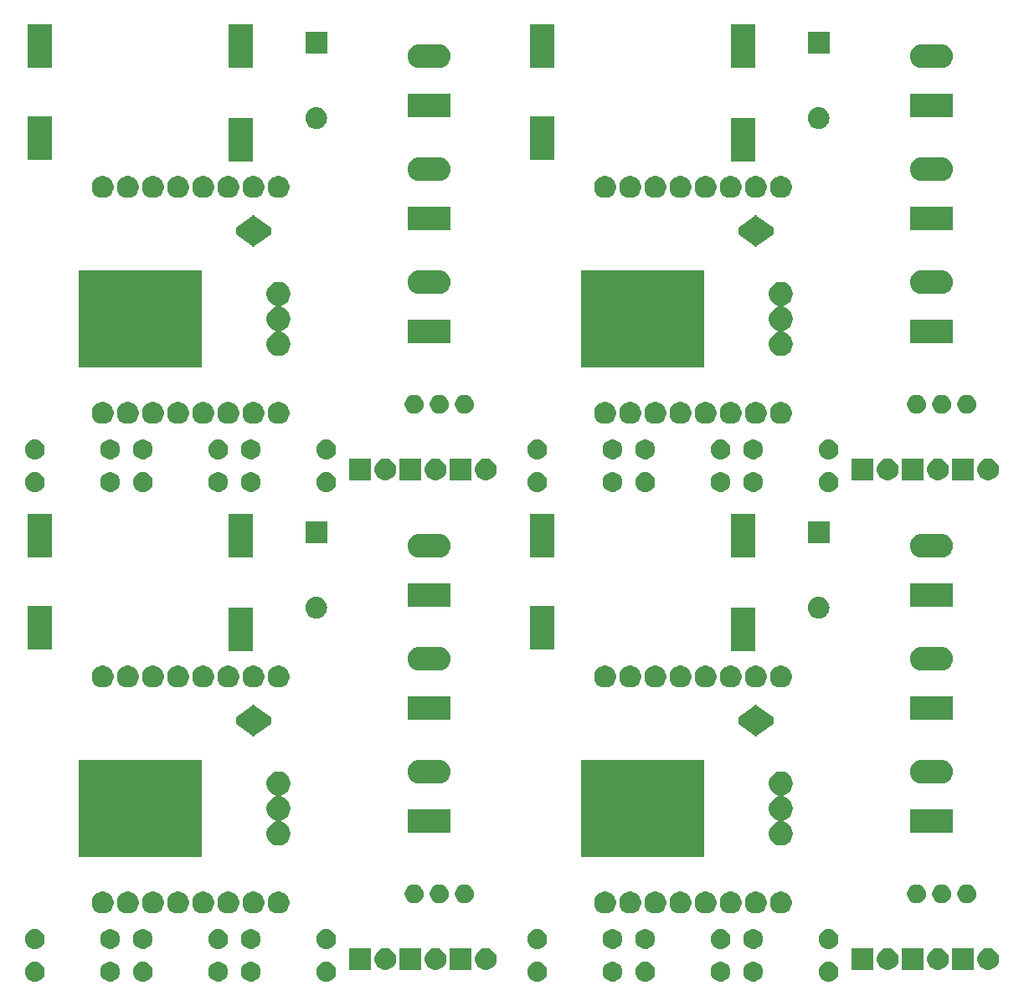
<source format=gbr>
G04 #@! TF.GenerationSoftware,KiCad,Pcbnew,5.0.1*
G04 #@! TF.CreationDate,2018-12-09T15:12:05+01:00*
G04 #@! TF.ProjectId,wasserschaden,7761737365727363686164656E2E6B69,rev?*
G04 #@! TF.SameCoordinates,Original*
G04 #@! TF.FileFunction,Soldermask,Top*
G04 #@! TF.FilePolarity,Negative*
%FSLAX46Y46*%
G04 Gerber Fmt 4.6, Leading zero omitted, Abs format (unit mm)*
G04 Created by KiCad (PCBNEW 5.0.1) date So 09 Dez 2018 15:12:05 CET*
%MOMM*%
%LPD*%
G01*
G04 APERTURE LIST*
%ADD10C,0.100000*%
G04 APERTURE END LIST*
D10*
G36*
X147749770Y-153955372D02*
X147865689Y-153978429D01*
X148047678Y-154053811D01*
X148211463Y-154163249D01*
X148350751Y-154302537D01*
X148460189Y-154466322D01*
X148535571Y-154648311D01*
X148574000Y-154841509D01*
X148574000Y-155038491D01*
X148535571Y-155231689D01*
X148460189Y-155413678D01*
X148350751Y-155577463D01*
X148211463Y-155716751D01*
X148047678Y-155826189D01*
X147865689Y-155901571D01*
X147749770Y-155924628D01*
X147672493Y-155940000D01*
X147475507Y-155940000D01*
X147398230Y-155924628D01*
X147282311Y-155901571D01*
X147100322Y-155826189D01*
X146936537Y-155716751D01*
X146797249Y-155577463D01*
X146687811Y-155413678D01*
X146612429Y-155231689D01*
X146574000Y-155038491D01*
X146574000Y-154841509D01*
X146612429Y-154648311D01*
X146687811Y-154466322D01*
X146797249Y-154302537D01*
X146936537Y-154163249D01*
X147100322Y-154053811D01*
X147282311Y-153978429D01*
X147398230Y-153955372D01*
X147475507Y-153940000D01*
X147672493Y-153940000D01*
X147749770Y-153955372D01*
X147749770Y-153955372D01*
G37*
G36*
X209492030Y-153954469D02*
X209492033Y-153954470D01*
X209492034Y-153954470D01*
X209680535Y-154011651D01*
X209680537Y-154011652D01*
X209854260Y-154104509D01*
X210006528Y-154229472D01*
X210131491Y-154381740D01*
X210131492Y-154381742D01*
X210224349Y-154555465D01*
X210251451Y-154644809D01*
X210281531Y-154743970D01*
X210300838Y-154940000D01*
X210281531Y-155136030D01*
X210224348Y-155324537D01*
X210131491Y-155498260D01*
X210006528Y-155650528D01*
X209854260Y-155775491D01*
X209854258Y-155775492D01*
X209680535Y-155868349D01*
X209492034Y-155925530D01*
X209492033Y-155925530D01*
X209492030Y-155925531D01*
X209345124Y-155940000D01*
X209246876Y-155940000D01*
X209099970Y-155925531D01*
X209099967Y-155925530D01*
X209099966Y-155925530D01*
X208911465Y-155868349D01*
X208737742Y-155775492D01*
X208737740Y-155775491D01*
X208585472Y-155650528D01*
X208460509Y-155498260D01*
X208367652Y-155324537D01*
X208310469Y-155136030D01*
X208291162Y-154940000D01*
X208310469Y-154743970D01*
X208340549Y-154644809D01*
X208367651Y-154555465D01*
X208460508Y-154381742D01*
X208460509Y-154381740D01*
X208585472Y-154229472D01*
X208737740Y-154104509D01*
X208911463Y-154011652D01*
X208911465Y-154011651D01*
X209099966Y-153954470D01*
X209099967Y-153954470D01*
X209099970Y-153954469D01*
X209246876Y-153940000D01*
X209345124Y-153940000D01*
X209492030Y-153954469D01*
X209492030Y-153954469D01*
G37*
G36*
X151051770Y-153955372D02*
X151167689Y-153978429D01*
X151349678Y-154053811D01*
X151513463Y-154163249D01*
X151652751Y-154302537D01*
X151762189Y-154466322D01*
X151837571Y-154648311D01*
X151876000Y-154841509D01*
X151876000Y-155038491D01*
X151837571Y-155231689D01*
X151762189Y-155413678D01*
X151652751Y-155577463D01*
X151513463Y-155716751D01*
X151349678Y-155826189D01*
X151167689Y-155901571D01*
X151051770Y-155924628D01*
X150974493Y-155940000D01*
X150777507Y-155940000D01*
X150700230Y-155924628D01*
X150584311Y-155901571D01*
X150402322Y-155826189D01*
X150238537Y-155716751D01*
X150099249Y-155577463D01*
X149989811Y-155413678D01*
X149914429Y-155231689D01*
X149876000Y-155038491D01*
X149876000Y-154841509D01*
X149914429Y-154648311D01*
X149989811Y-154466322D01*
X150099249Y-154302537D01*
X150238537Y-154163249D01*
X150402322Y-154053811D01*
X150584311Y-153978429D01*
X150700230Y-153955372D01*
X150777507Y-153940000D01*
X150974493Y-153940000D01*
X151051770Y-153955372D01*
X151051770Y-153955372D01*
G37*
G36*
X158692030Y-153954469D02*
X158692033Y-153954470D01*
X158692034Y-153954470D01*
X158880535Y-154011651D01*
X158880537Y-154011652D01*
X159054260Y-154104509D01*
X159206528Y-154229472D01*
X159331491Y-154381740D01*
X159331492Y-154381742D01*
X159424349Y-154555465D01*
X159451451Y-154644809D01*
X159481531Y-154743970D01*
X159500838Y-154940000D01*
X159481531Y-155136030D01*
X159424348Y-155324537D01*
X159331491Y-155498260D01*
X159206528Y-155650528D01*
X159054260Y-155775491D01*
X159054258Y-155775492D01*
X158880535Y-155868349D01*
X158692034Y-155925530D01*
X158692033Y-155925530D01*
X158692030Y-155925531D01*
X158545124Y-155940000D01*
X158446876Y-155940000D01*
X158299970Y-155925531D01*
X158299967Y-155925530D01*
X158299966Y-155925530D01*
X158111465Y-155868349D01*
X157937742Y-155775492D01*
X157937740Y-155775491D01*
X157785472Y-155650528D01*
X157660509Y-155498260D01*
X157567652Y-155324537D01*
X157510469Y-155136030D01*
X157491162Y-154940000D01*
X157510469Y-154743970D01*
X157540549Y-154644809D01*
X157567651Y-154555465D01*
X157660508Y-154381742D01*
X157660509Y-154381740D01*
X157785472Y-154229472D01*
X157937740Y-154104509D01*
X158111463Y-154011652D01*
X158111465Y-154011651D01*
X158299966Y-153954470D01*
X158299967Y-153954470D01*
X158299970Y-153954469D01*
X158446876Y-153940000D01*
X158545124Y-153940000D01*
X158692030Y-153954469D01*
X158692030Y-153954469D01*
G37*
G36*
X201851770Y-153955372D02*
X201967689Y-153978429D01*
X202149678Y-154053811D01*
X202313463Y-154163249D01*
X202452751Y-154302537D01*
X202562189Y-154466322D01*
X202637571Y-154648311D01*
X202676000Y-154841509D01*
X202676000Y-155038491D01*
X202637571Y-155231689D01*
X202562189Y-155413678D01*
X202452751Y-155577463D01*
X202313463Y-155716751D01*
X202149678Y-155826189D01*
X201967689Y-155901571D01*
X201851770Y-155924628D01*
X201774493Y-155940000D01*
X201577507Y-155940000D01*
X201500230Y-155924628D01*
X201384311Y-155901571D01*
X201202322Y-155826189D01*
X201038537Y-155716751D01*
X200899249Y-155577463D01*
X200789811Y-155413678D01*
X200714429Y-155231689D01*
X200676000Y-155038491D01*
X200676000Y-154841509D01*
X200714429Y-154648311D01*
X200789811Y-154466322D01*
X200899249Y-154302537D01*
X201038537Y-154163249D01*
X201202322Y-154053811D01*
X201384311Y-153978429D01*
X201500230Y-153955372D01*
X201577507Y-153940000D01*
X201774493Y-153940000D01*
X201851770Y-153955372D01*
X201851770Y-153955372D01*
G37*
G36*
X136827770Y-153955372D02*
X136943689Y-153978429D01*
X137125678Y-154053811D01*
X137289463Y-154163249D01*
X137428751Y-154302537D01*
X137538189Y-154466322D01*
X137613571Y-154648311D01*
X137652000Y-154841509D01*
X137652000Y-155038491D01*
X137613571Y-155231689D01*
X137538189Y-155413678D01*
X137428751Y-155577463D01*
X137289463Y-155716751D01*
X137125678Y-155826189D01*
X136943689Y-155901571D01*
X136827770Y-155924628D01*
X136750493Y-155940000D01*
X136553507Y-155940000D01*
X136476230Y-155924628D01*
X136360311Y-155901571D01*
X136178322Y-155826189D01*
X136014537Y-155716751D01*
X135875249Y-155577463D01*
X135765811Y-155413678D01*
X135690429Y-155231689D01*
X135652000Y-155038491D01*
X135652000Y-154841509D01*
X135690429Y-154648311D01*
X135765811Y-154466322D01*
X135875249Y-154302537D01*
X136014537Y-154163249D01*
X136178322Y-154053811D01*
X136360311Y-153978429D01*
X136476230Y-153955372D01*
X136553507Y-153940000D01*
X136750493Y-153940000D01*
X136827770Y-153955372D01*
X136827770Y-153955372D01*
G37*
G36*
X129228030Y-153954469D02*
X129228033Y-153954470D01*
X129228034Y-153954470D01*
X129416535Y-154011651D01*
X129416537Y-154011652D01*
X129590260Y-154104509D01*
X129742528Y-154229472D01*
X129867491Y-154381740D01*
X129867492Y-154381742D01*
X129960349Y-154555465D01*
X129987451Y-154644809D01*
X130017531Y-154743970D01*
X130036838Y-154940000D01*
X130017531Y-155136030D01*
X129960348Y-155324537D01*
X129867491Y-155498260D01*
X129742528Y-155650528D01*
X129590260Y-155775491D01*
X129590258Y-155775492D01*
X129416535Y-155868349D01*
X129228034Y-155925530D01*
X129228033Y-155925530D01*
X129228030Y-155925531D01*
X129081124Y-155940000D01*
X128982876Y-155940000D01*
X128835970Y-155925531D01*
X128835967Y-155925530D01*
X128835966Y-155925530D01*
X128647465Y-155868349D01*
X128473742Y-155775492D01*
X128473740Y-155775491D01*
X128321472Y-155650528D01*
X128196509Y-155498260D01*
X128103652Y-155324537D01*
X128046469Y-155136030D01*
X128027162Y-154940000D01*
X128046469Y-154743970D01*
X128076549Y-154644809D01*
X128103651Y-154555465D01*
X128196508Y-154381742D01*
X128196509Y-154381740D01*
X128321472Y-154229472D01*
X128473740Y-154104509D01*
X128647463Y-154011652D01*
X128647465Y-154011651D01*
X128835966Y-153954470D01*
X128835967Y-153954470D01*
X128835970Y-153954469D01*
X128982876Y-153940000D01*
X129081124Y-153940000D01*
X129228030Y-153954469D01*
X129228030Y-153954469D01*
G37*
G36*
X187627770Y-153955372D02*
X187743689Y-153978429D01*
X187925678Y-154053811D01*
X188089463Y-154163249D01*
X188228751Y-154302537D01*
X188338189Y-154466322D01*
X188413571Y-154648311D01*
X188452000Y-154841509D01*
X188452000Y-155038491D01*
X188413571Y-155231689D01*
X188338189Y-155413678D01*
X188228751Y-155577463D01*
X188089463Y-155716751D01*
X187925678Y-155826189D01*
X187743689Y-155901571D01*
X187627770Y-155924628D01*
X187550493Y-155940000D01*
X187353507Y-155940000D01*
X187276230Y-155924628D01*
X187160311Y-155901571D01*
X186978322Y-155826189D01*
X186814537Y-155716751D01*
X186675249Y-155577463D01*
X186565811Y-155413678D01*
X186490429Y-155231689D01*
X186452000Y-155038491D01*
X186452000Y-154841509D01*
X186490429Y-154648311D01*
X186565811Y-154466322D01*
X186675249Y-154302537D01*
X186814537Y-154163249D01*
X186978322Y-154053811D01*
X187160311Y-153978429D01*
X187276230Y-153955372D01*
X187353507Y-153940000D01*
X187550493Y-153940000D01*
X187627770Y-153955372D01*
X187627770Y-153955372D01*
G37*
G36*
X180028030Y-153954469D02*
X180028033Y-153954470D01*
X180028034Y-153954470D01*
X180216535Y-154011651D01*
X180216537Y-154011652D01*
X180390260Y-154104509D01*
X180542528Y-154229472D01*
X180667491Y-154381740D01*
X180667492Y-154381742D01*
X180760349Y-154555465D01*
X180787451Y-154644809D01*
X180817531Y-154743970D01*
X180836838Y-154940000D01*
X180817531Y-155136030D01*
X180760348Y-155324537D01*
X180667491Y-155498260D01*
X180542528Y-155650528D01*
X180390260Y-155775491D01*
X180390258Y-155775492D01*
X180216535Y-155868349D01*
X180028034Y-155925530D01*
X180028033Y-155925530D01*
X180028030Y-155925531D01*
X179881124Y-155940000D01*
X179782876Y-155940000D01*
X179635970Y-155925531D01*
X179635967Y-155925530D01*
X179635966Y-155925530D01*
X179447465Y-155868349D01*
X179273742Y-155775492D01*
X179273740Y-155775491D01*
X179121472Y-155650528D01*
X178996509Y-155498260D01*
X178903652Y-155324537D01*
X178846469Y-155136030D01*
X178827162Y-154940000D01*
X178846469Y-154743970D01*
X178876549Y-154644809D01*
X178903651Y-154555465D01*
X178996508Y-154381742D01*
X178996509Y-154381740D01*
X179121472Y-154229472D01*
X179273740Y-154104509D01*
X179447463Y-154011652D01*
X179447465Y-154011651D01*
X179635966Y-153954470D01*
X179635967Y-153954470D01*
X179635970Y-153954469D01*
X179782876Y-153940000D01*
X179881124Y-153940000D01*
X180028030Y-153954469D01*
X180028030Y-153954469D01*
G37*
G36*
X190950030Y-153954469D02*
X190950033Y-153954470D01*
X190950034Y-153954470D01*
X191138535Y-154011651D01*
X191138537Y-154011652D01*
X191312260Y-154104509D01*
X191464528Y-154229472D01*
X191589491Y-154381740D01*
X191589492Y-154381742D01*
X191682349Y-154555465D01*
X191709451Y-154644809D01*
X191739531Y-154743970D01*
X191758838Y-154940000D01*
X191739531Y-155136030D01*
X191682348Y-155324537D01*
X191589491Y-155498260D01*
X191464528Y-155650528D01*
X191312260Y-155775491D01*
X191312258Y-155775492D01*
X191138535Y-155868349D01*
X190950034Y-155925530D01*
X190950033Y-155925530D01*
X190950030Y-155925531D01*
X190803124Y-155940000D01*
X190704876Y-155940000D01*
X190557970Y-155925531D01*
X190557967Y-155925530D01*
X190557966Y-155925530D01*
X190369465Y-155868349D01*
X190195742Y-155775492D01*
X190195740Y-155775491D01*
X190043472Y-155650528D01*
X189918509Y-155498260D01*
X189825652Y-155324537D01*
X189768469Y-155136030D01*
X189749162Y-154940000D01*
X189768469Y-154743970D01*
X189798549Y-154644809D01*
X189825651Y-154555465D01*
X189918508Y-154381742D01*
X189918509Y-154381740D01*
X190043472Y-154229472D01*
X190195740Y-154104509D01*
X190369463Y-154011652D01*
X190369465Y-154011651D01*
X190557966Y-153954470D01*
X190557967Y-153954470D01*
X190557970Y-153954469D01*
X190704876Y-153940000D01*
X190803124Y-153940000D01*
X190950030Y-153954469D01*
X190950030Y-153954469D01*
G37*
G36*
X198549770Y-153955372D02*
X198665689Y-153978429D01*
X198847678Y-154053811D01*
X199011463Y-154163249D01*
X199150751Y-154302537D01*
X199260189Y-154466322D01*
X199335571Y-154648311D01*
X199374000Y-154841509D01*
X199374000Y-155038491D01*
X199335571Y-155231689D01*
X199260189Y-155413678D01*
X199150751Y-155577463D01*
X199011463Y-155716751D01*
X198847678Y-155826189D01*
X198665689Y-155901571D01*
X198549770Y-155924628D01*
X198472493Y-155940000D01*
X198275507Y-155940000D01*
X198198230Y-155924628D01*
X198082311Y-155901571D01*
X197900322Y-155826189D01*
X197736537Y-155716751D01*
X197597249Y-155577463D01*
X197487811Y-155413678D01*
X197412429Y-155231689D01*
X197374000Y-155038491D01*
X197374000Y-154841509D01*
X197412429Y-154648311D01*
X197487811Y-154466322D01*
X197597249Y-154302537D01*
X197736537Y-154163249D01*
X197900322Y-154053811D01*
X198082311Y-153978429D01*
X198198230Y-153955372D01*
X198275507Y-153940000D01*
X198472493Y-153940000D01*
X198549770Y-153955372D01*
X198549770Y-153955372D01*
G37*
G36*
X140150030Y-153954469D02*
X140150033Y-153954470D01*
X140150034Y-153954470D01*
X140338535Y-154011651D01*
X140338537Y-154011652D01*
X140512260Y-154104509D01*
X140664528Y-154229472D01*
X140789491Y-154381740D01*
X140789492Y-154381742D01*
X140882349Y-154555465D01*
X140909451Y-154644809D01*
X140939531Y-154743970D01*
X140958838Y-154940000D01*
X140939531Y-155136030D01*
X140882348Y-155324537D01*
X140789491Y-155498260D01*
X140664528Y-155650528D01*
X140512260Y-155775491D01*
X140512258Y-155775492D01*
X140338535Y-155868349D01*
X140150034Y-155925530D01*
X140150033Y-155925530D01*
X140150030Y-155925531D01*
X140003124Y-155940000D01*
X139904876Y-155940000D01*
X139757970Y-155925531D01*
X139757967Y-155925530D01*
X139757966Y-155925530D01*
X139569465Y-155868349D01*
X139395742Y-155775492D01*
X139395740Y-155775491D01*
X139243472Y-155650528D01*
X139118509Y-155498260D01*
X139025652Y-155324537D01*
X138968469Y-155136030D01*
X138949162Y-154940000D01*
X138968469Y-154743970D01*
X138998549Y-154644809D01*
X139025651Y-154555465D01*
X139118508Y-154381742D01*
X139118509Y-154381740D01*
X139243472Y-154229472D01*
X139395740Y-154104509D01*
X139569463Y-154011652D01*
X139569465Y-154011651D01*
X139757966Y-153954470D01*
X139757967Y-153954470D01*
X139757970Y-153954469D01*
X139904876Y-153940000D01*
X140003124Y-153940000D01*
X140150030Y-153954469D01*
X140150030Y-153954469D01*
G37*
G36*
X215585857Y-152612272D02*
X215786042Y-152695191D01*
X215966213Y-152815578D01*
X216119422Y-152968787D01*
X216239809Y-153148958D01*
X216322728Y-153349143D01*
X216365000Y-153561658D01*
X216365000Y-153778342D01*
X216322728Y-153990857D01*
X216239809Y-154191042D01*
X216119422Y-154371213D01*
X215966213Y-154524422D01*
X215786042Y-154644809D01*
X215585857Y-154727728D01*
X215373342Y-154770000D01*
X215156658Y-154770000D01*
X214944143Y-154727728D01*
X214743958Y-154644809D01*
X214563787Y-154524422D01*
X214410578Y-154371213D01*
X214290191Y-154191042D01*
X214207272Y-153990857D01*
X214165000Y-153778342D01*
X214165000Y-153561658D01*
X214207272Y-153349143D01*
X214290191Y-153148958D01*
X214410578Y-152968787D01*
X214563787Y-152815578D01*
X214743958Y-152695191D01*
X214944143Y-152612272D01*
X215156658Y-152570000D01*
X215373342Y-152570000D01*
X215585857Y-152612272D01*
X215585857Y-152612272D01*
G37*
G36*
X168105000Y-154770000D02*
X165905000Y-154770000D01*
X165905000Y-152570000D01*
X168105000Y-152570000D01*
X168105000Y-154770000D01*
X168105000Y-154770000D01*
G37*
G36*
X169865857Y-152612272D02*
X170066042Y-152695191D01*
X170246213Y-152815578D01*
X170399422Y-152968787D01*
X170519809Y-153148958D01*
X170602728Y-153349143D01*
X170645000Y-153561658D01*
X170645000Y-153778342D01*
X170602728Y-153990857D01*
X170519809Y-154191042D01*
X170399422Y-154371213D01*
X170246213Y-154524422D01*
X170066042Y-154644809D01*
X169865857Y-154727728D01*
X169653342Y-154770000D01*
X169436658Y-154770000D01*
X169224143Y-154727728D01*
X169023958Y-154644809D01*
X168843787Y-154524422D01*
X168690578Y-154371213D01*
X168570191Y-154191042D01*
X168487272Y-153990857D01*
X168445000Y-153778342D01*
X168445000Y-153561658D01*
X168487272Y-153349143D01*
X168570191Y-153148958D01*
X168690578Y-152968787D01*
X168843787Y-152815578D01*
X169023958Y-152695191D01*
X169224143Y-152612272D01*
X169436658Y-152570000D01*
X169653342Y-152570000D01*
X169865857Y-152612272D01*
X169865857Y-152612272D01*
G37*
G36*
X218905000Y-154770000D02*
X216705000Y-154770000D01*
X216705000Y-152570000D01*
X218905000Y-152570000D01*
X218905000Y-154770000D01*
X218905000Y-154770000D01*
G37*
G36*
X220665857Y-152612272D02*
X220866042Y-152695191D01*
X221046213Y-152815578D01*
X221199422Y-152968787D01*
X221319809Y-153148958D01*
X221402728Y-153349143D01*
X221445000Y-153561658D01*
X221445000Y-153778342D01*
X221402728Y-153990857D01*
X221319809Y-154191042D01*
X221199422Y-154371213D01*
X221046213Y-154524422D01*
X220866042Y-154644809D01*
X220665857Y-154727728D01*
X220453342Y-154770000D01*
X220236658Y-154770000D01*
X220024143Y-154727728D01*
X219823958Y-154644809D01*
X219643787Y-154524422D01*
X219490578Y-154371213D01*
X219370191Y-154191042D01*
X219287272Y-153990857D01*
X219245000Y-153778342D01*
X219245000Y-153561658D01*
X219287272Y-153349143D01*
X219370191Y-153148958D01*
X219490578Y-152968787D01*
X219643787Y-152815578D01*
X219823958Y-152695191D01*
X220024143Y-152612272D01*
X220236658Y-152570000D01*
X220453342Y-152570000D01*
X220665857Y-152612272D01*
X220665857Y-152612272D01*
G37*
G36*
X225745857Y-152612272D02*
X225946042Y-152695191D01*
X226126213Y-152815578D01*
X226279422Y-152968787D01*
X226399809Y-153148958D01*
X226482728Y-153349143D01*
X226525000Y-153561658D01*
X226525000Y-153778342D01*
X226482728Y-153990857D01*
X226399809Y-154191042D01*
X226279422Y-154371213D01*
X226126213Y-154524422D01*
X225946042Y-154644809D01*
X225745857Y-154727728D01*
X225533342Y-154770000D01*
X225316658Y-154770000D01*
X225104143Y-154727728D01*
X224903958Y-154644809D01*
X224723787Y-154524422D01*
X224570578Y-154371213D01*
X224450191Y-154191042D01*
X224367272Y-153990857D01*
X224325000Y-153778342D01*
X224325000Y-153561658D01*
X224367272Y-153349143D01*
X224450191Y-153148958D01*
X224570578Y-152968787D01*
X224723787Y-152815578D01*
X224903958Y-152695191D01*
X225104143Y-152612272D01*
X225316658Y-152570000D01*
X225533342Y-152570000D01*
X225745857Y-152612272D01*
X225745857Y-152612272D01*
G37*
G36*
X223985000Y-154770000D02*
X221785000Y-154770000D01*
X221785000Y-152570000D01*
X223985000Y-152570000D01*
X223985000Y-154770000D01*
X223985000Y-154770000D01*
G37*
G36*
X174945857Y-152612272D02*
X175146042Y-152695191D01*
X175326213Y-152815578D01*
X175479422Y-152968787D01*
X175599809Y-153148958D01*
X175682728Y-153349143D01*
X175725000Y-153561658D01*
X175725000Y-153778342D01*
X175682728Y-153990857D01*
X175599809Y-154191042D01*
X175479422Y-154371213D01*
X175326213Y-154524422D01*
X175146042Y-154644809D01*
X174945857Y-154727728D01*
X174733342Y-154770000D01*
X174516658Y-154770000D01*
X174304143Y-154727728D01*
X174103958Y-154644809D01*
X173923787Y-154524422D01*
X173770578Y-154371213D01*
X173650191Y-154191042D01*
X173567272Y-153990857D01*
X173525000Y-153778342D01*
X173525000Y-153561658D01*
X173567272Y-153349143D01*
X173650191Y-153148958D01*
X173770578Y-152968787D01*
X173923787Y-152815578D01*
X174103958Y-152695191D01*
X174304143Y-152612272D01*
X174516658Y-152570000D01*
X174733342Y-152570000D01*
X174945857Y-152612272D01*
X174945857Y-152612272D01*
G37*
G36*
X173185000Y-154770000D02*
X170985000Y-154770000D01*
X170985000Y-152570000D01*
X173185000Y-152570000D01*
X173185000Y-154770000D01*
X173185000Y-154770000D01*
G37*
G36*
X213825000Y-154770000D02*
X211625000Y-154770000D01*
X211625000Y-152570000D01*
X213825000Y-152570000D01*
X213825000Y-154770000D01*
X213825000Y-154770000D01*
G37*
G36*
X164785857Y-152612272D02*
X164986042Y-152695191D01*
X165166213Y-152815578D01*
X165319422Y-152968787D01*
X165439809Y-153148958D01*
X165522728Y-153349143D01*
X165565000Y-153561658D01*
X165565000Y-153778342D01*
X165522728Y-153990857D01*
X165439809Y-154191042D01*
X165319422Y-154371213D01*
X165166213Y-154524422D01*
X164986042Y-154644809D01*
X164785857Y-154727728D01*
X164573342Y-154770000D01*
X164356658Y-154770000D01*
X164144143Y-154727728D01*
X163943958Y-154644809D01*
X163763787Y-154524422D01*
X163610578Y-154371213D01*
X163490191Y-154191042D01*
X163407272Y-153990857D01*
X163365000Y-153778342D01*
X163365000Y-153561658D01*
X163407272Y-153349143D01*
X163490191Y-153148958D01*
X163610578Y-152968787D01*
X163763787Y-152815578D01*
X163943958Y-152695191D01*
X164144143Y-152612272D01*
X164356658Y-152570000D01*
X164573342Y-152570000D01*
X164785857Y-152612272D01*
X164785857Y-152612272D01*
G37*
G36*
X163025000Y-154770000D02*
X160825000Y-154770000D01*
X160825000Y-152570000D01*
X163025000Y-152570000D01*
X163025000Y-154770000D01*
X163025000Y-154770000D01*
G37*
G36*
X140129770Y-150653372D02*
X140245689Y-150676429D01*
X140427678Y-150751811D01*
X140591463Y-150861249D01*
X140730751Y-151000537D01*
X140840189Y-151164322D01*
X140915571Y-151346311D01*
X140954000Y-151539509D01*
X140954000Y-151736491D01*
X140915571Y-151929689D01*
X140840189Y-152111678D01*
X140730751Y-152275463D01*
X140591463Y-152414751D01*
X140427678Y-152524189D01*
X140245689Y-152599571D01*
X140129770Y-152622628D01*
X140052493Y-152638000D01*
X139855507Y-152638000D01*
X139778230Y-152622628D01*
X139662311Y-152599571D01*
X139480322Y-152524189D01*
X139316537Y-152414751D01*
X139177249Y-152275463D01*
X139067811Y-152111678D01*
X138992429Y-151929689D01*
X138954000Y-151736491D01*
X138954000Y-151539509D01*
X138992429Y-151346311D01*
X139067811Y-151164322D01*
X139177249Y-151000537D01*
X139316537Y-150861249D01*
X139480322Y-150751811D01*
X139662311Y-150676429D01*
X139778230Y-150653372D01*
X139855507Y-150638000D01*
X140052493Y-150638000D01*
X140129770Y-150653372D01*
X140129770Y-150653372D01*
G37*
G36*
X198570030Y-150652469D02*
X198570033Y-150652470D01*
X198570034Y-150652470D01*
X198758535Y-150709651D01*
X198758537Y-150709652D01*
X198932260Y-150802509D01*
X199084528Y-150927472D01*
X199209491Y-151079740D01*
X199302348Y-151253463D01*
X199359531Y-151441970D01*
X199378838Y-151638000D01*
X199359531Y-151834030D01*
X199302348Y-152022537D01*
X199209491Y-152196260D01*
X199084528Y-152348528D01*
X198932260Y-152473491D01*
X198932258Y-152473492D01*
X198758535Y-152566349D01*
X198570034Y-152623530D01*
X198570033Y-152623530D01*
X198570030Y-152623531D01*
X198423124Y-152638000D01*
X198324876Y-152638000D01*
X198177970Y-152623531D01*
X198177967Y-152623530D01*
X198177966Y-152623530D01*
X197989465Y-152566349D01*
X197815742Y-152473492D01*
X197815740Y-152473491D01*
X197663472Y-152348528D01*
X197538509Y-152196260D01*
X197445652Y-152022537D01*
X197388469Y-151834030D01*
X197369162Y-151638000D01*
X197388469Y-151441970D01*
X197445652Y-151253463D01*
X197538509Y-151079740D01*
X197663472Y-150927472D01*
X197815740Y-150802509D01*
X197989463Y-150709652D01*
X197989465Y-150709651D01*
X198177966Y-150652470D01*
X198177967Y-150652470D01*
X198177970Y-150652469D01*
X198324876Y-150638000D01*
X198423124Y-150638000D01*
X198570030Y-150652469D01*
X198570030Y-150652469D01*
G37*
G36*
X209492030Y-150652469D02*
X209492033Y-150652470D01*
X209492034Y-150652470D01*
X209680535Y-150709651D01*
X209680537Y-150709652D01*
X209854260Y-150802509D01*
X210006528Y-150927472D01*
X210131491Y-151079740D01*
X210224348Y-151253463D01*
X210281531Y-151441970D01*
X210300838Y-151638000D01*
X210281531Y-151834030D01*
X210224348Y-152022537D01*
X210131491Y-152196260D01*
X210006528Y-152348528D01*
X209854260Y-152473491D01*
X209854258Y-152473492D01*
X209680535Y-152566349D01*
X209492034Y-152623530D01*
X209492033Y-152623530D01*
X209492030Y-152623531D01*
X209345124Y-152638000D01*
X209246876Y-152638000D01*
X209099970Y-152623531D01*
X209099967Y-152623530D01*
X209099966Y-152623530D01*
X208911465Y-152566349D01*
X208737742Y-152473492D01*
X208737740Y-152473491D01*
X208585472Y-152348528D01*
X208460509Y-152196260D01*
X208367652Y-152022537D01*
X208310469Y-151834030D01*
X208291162Y-151638000D01*
X208310469Y-151441970D01*
X208367652Y-151253463D01*
X208460509Y-151079740D01*
X208585472Y-150927472D01*
X208737740Y-150802509D01*
X208911463Y-150709652D01*
X208911465Y-150709651D01*
X209099966Y-150652470D01*
X209099967Y-150652470D01*
X209099970Y-150652469D01*
X209246876Y-150638000D01*
X209345124Y-150638000D01*
X209492030Y-150652469D01*
X209492030Y-150652469D01*
G37*
G36*
X201851770Y-150653372D02*
X201967689Y-150676429D01*
X202149678Y-150751811D01*
X202313463Y-150861249D01*
X202452751Y-151000537D01*
X202562189Y-151164322D01*
X202637571Y-151346311D01*
X202676000Y-151539509D01*
X202676000Y-151736491D01*
X202637571Y-151929689D01*
X202562189Y-152111678D01*
X202452751Y-152275463D01*
X202313463Y-152414751D01*
X202149678Y-152524189D01*
X201967689Y-152599571D01*
X201851770Y-152622628D01*
X201774493Y-152638000D01*
X201577507Y-152638000D01*
X201500230Y-152622628D01*
X201384311Y-152599571D01*
X201202322Y-152524189D01*
X201038537Y-152414751D01*
X200899249Y-152275463D01*
X200789811Y-152111678D01*
X200714429Y-151929689D01*
X200676000Y-151736491D01*
X200676000Y-151539509D01*
X200714429Y-151346311D01*
X200789811Y-151164322D01*
X200899249Y-151000537D01*
X201038537Y-150861249D01*
X201202322Y-150751811D01*
X201384311Y-150676429D01*
X201500230Y-150653372D01*
X201577507Y-150638000D01*
X201774493Y-150638000D01*
X201851770Y-150653372D01*
X201851770Y-150653372D01*
G37*
G36*
X187627770Y-150653372D02*
X187743689Y-150676429D01*
X187925678Y-150751811D01*
X188089463Y-150861249D01*
X188228751Y-151000537D01*
X188338189Y-151164322D01*
X188413571Y-151346311D01*
X188452000Y-151539509D01*
X188452000Y-151736491D01*
X188413571Y-151929689D01*
X188338189Y-152111678D01*
X188228751Y-152275463D01*
X188089463Y-152414751D01*
X187925678Y-152524189D01*
X187743689Y-152599571D01*
X187627770Y-152622628D01*
X187550493Y-152638000D01*
X187353507Y-152638000D01*
X187276230Y-152622628D01*
X187160311Y-152599571D01*
X186978322Y-152524189D01*
X186814537Y-152414751D01*
X186675249Y-152275463D01*
X186565811Y-152111678D01*
X186490429Y-151929689D01*
X186452000Y-151736491D01*
X186452000Y-151539509D01*
X186490429Y-151346311D01*
X186565811Y-151164322D01*
X186675249Y-151000537D01*
X186814537Y-150861249D01*
X186978322Y-150751811D01*
X187160311Y-150676429D01*
X187276230Y-150653372D01*
X187353507Y-150638000D01*
X187550493Y-150638000D01*
X187627770Y-150653372D01*
X187627770Y-150653372D01*
G37*
G36*
X180028030Y-150652469D02*
X180028033Y-150652470D01*
X180028034Y-150652470D01*
X180216535Y-150709651D01*
X180216537Y-150709652D01*
X180390260Y-150802509D01*
X180542528Y-150927472D01*
X180667491Y-151079740D01*
X180760348Y-151253463D01*
X180817531Y-151441970D01*
X180836838Y-151638000D01*
X180817531Y-151834030D01*
X180760348Y-152022537D01*
X180667491Y-152196260D01*
X180542528Y-152348528D01*
X180390260Y-152473491D01*
X180390258Y-152473492D01*
X180216535Y-152566349D01*
X180028034Y-152623530D01*
X180028033Y-152623530D01*
X180028030Y-152623531D01*
X179881124Y-152638000D01*
X179782876Y-152638000D01*
X179635970Y-152623531D01*
X179635967Y-152623530D01*
X179635966Y-152623530D01*
X179447465Y-152566349D01*
X179273742Y-152473492D01*
X179273740Y-152473491D01*
X179121472Y-152348528D01*
X178996509Y-152196260D01*
X178903652Y-152022537D01*
X178846469Y-151834030D01*
X178827162Y-151638000D01*
X178846469Y-151441970D01*
X178903652Y-151253463D01*
X178996509Y-151079740D01*
X179121472Y-150927472D01*
X179273740Y-150802509D01*
X179447463Y-150709652D01*
X179447465Y-150709651D01*
X179635966Y-150652470D01*
X179635967Y-150652470D01*
X179635970Y-150652469D01*
X179782876Y-150638000D01*
X179881124Y-150638000D01*
X180028030Y-150652469D01*
X180028030Y-150652469D01*
G37*
G36*
X136827770Y-150653372D02*
X136943689Y-150676429D01*
X137125678Y-150751811D01*
X137289463Y-150861249D01*
X137428751Y-151000537D01*
X137538189Y-151164322D01*
X137613571Y-151346311D01*
X137652000Y-151539509D01*
X137652000Y-151736491D01*
X137613571Y-151929689D01*
X137538189Y-152111678D01*
X137428751Y-152275463D01*
X137289463Y-152414751D01*
X137125678Y-152524189D01*
X136943689Y-152599571D01*
X136827770Y-152622628D01*
X136750493Y-152638000D01*
X136553507Y-152638000D01*
X136476230Y-152622628D01*
X136360311Y-152599571D01*
X136178322Y-152524189D01*
X136014537Y-152414751D01*
X135875249Y-152275463D01*
X135765811Y-152111678D01*
X135690429Y-151929689D01*
X135652000Y-151736491D01*
X135652000Y-151539509D01*
X135690429Y-151346311D01*
X135765811Y-151164322D01*
X135875249Y-151000537D01*
X136014537Y-150861249D01*
X136178322Y-150751811D01*
X136360311Y-150676429D01*
X136476230Y-150653372D01*
X136553507Y-150638000D01*
X136750493Y-150638000D01*
X136827770Y-150653372D01*
X136827770Y-150653372D01*
G37*
G36*
X158692030Y-150652469D02*
X158692033Y-150652470D01*
X158692034Y-150652470D01*
X158880535Y-150709651D01*
X158880537Y-150709652D01*
X159054260Y-150802509D01*
X159206528Y-150927472D01*
X159331491Y-151079740D01*
X159424348Y-151253463D01*
X159481531Y-151441970D01*
X159500838Y-151638000D01*
X159481531Y-151834030D01*
X159424348Y-152022537D01*
X159331491Y-152196260D01*
X159206528Y-152348528D01*
X159054260Y-152473491D01*
X159054258Y-152473492D01*
X158880535Y-152566349D01*
X158692034Y-152623530D01*
X158692033Y-152623530D01*
X158692030Y-152623531D01*
X158545124Y-152638000D01*
X158446876Y-152638000D01*
X158299970Y-152623531D01*
X158299967Y-152623530D01*
X158299966Y-152623530D01*
X158111465Y-152566349D01*
X157937742Y-152473492D01*
X157937740Y-152473491D01*
X157785472Y-152348528D01*
X157660509Y-152196260D01*
X157567652Y-152022537D01*
X157510469Y-151834030D01*
X157491162Y-151638000D01*
X157510469Y-151441970D01*
X157567652Y-151253463D01*
X157660509Y-151079740D01*
X157785472Y-150927472D01*
X157937740Y-150802509D01*
X158111463Y-150709652D01*
X158111465Y-150709651D01*
X158299966Y-150652470D01*
X158299967Y-150652470D01*
X158299970Y-150652469D01*
X158446876Y-150638000D01*
X158545124Y-150638000D01*
X158692030Y-150652469D01*
X158692030Y-150652469D01*
G37*
G36*
X190929770Y-150653372D02*
X191045689Y-150676429D01*
X191227678Y-150751811D01*
X191391463Y-150861249D01*
X191530751Y-151000537D01*
X191640189Y-151164322D01*
X191715571Y-151346311D01*
X191754000Y-151539509D01*
X191754000Y-151736491D01*
X191715571Y-151929689D01*
X191640189Y-152111678D01*
X191530751Y-152275463D01*
X191391463Y-152414751D01*
X191227678Y-152524189D01*
X191045689Y-152599571D01*
X190929770Y-152622628D01*
X190852493Y-152638000D01*
X190655507Y-152638000D01*
X190578230Y-152622628D01*
X190462311Y-152599571D01*
X190280322Y-152524189D01*
X190116537Y-152414751D01*
X189977249Y-152275463D01*
X189867811Y-152111678D01*
X189792429Y-151929689D01*
X189754000Y-151736491D01*
X189754000Y-151539509D01*
X189792429Y-151346311D01*
X189867811Y-151164322D01*
X189977249Y-151000537D01*
X190116537Y-150861249D01*
X190280322Y-150751811D01*
X190462311Y-150676429D01*
X190578230Y-150653372D01*
X190655507Y-150638000D01*
X190852493Y-150638000D01*
X190929770Y-150653372D01*
X190929770Y-150653372D01*
G37*
G36*
X147770030Y-150652469D02*
X147770033Y-150652470D01*
X147770034Y-150652470D01*
X147958535Y-150709651D01*
X147958537Y-150709652D01*
X148132260Y-150802509D01*
X148284528Y-150927472D01*
X148409491Y-151079740D01*
X148502348Y-151253463D01*
X148559531Y-151441970D01*
X148578838Y-151638000D01*
X148559531Y-151834030D01*
X148502348Y-152022537D01*
X148409491Y-152196260D01*
X148284528Y-152348528D01*
X148132260Y-152473491D01*
X148132258Y-152473492D01*
X147958535Y-152566349D01*
X147770034Y-152623530D01*
X147770033Y-152623530D01*
X147770030Y-152623531D01*
X147623124Y-152638000D01*
X147524876Y-152638000D01*
X147377970Y-152623531D01*
X147377967Y-152623530D01*
X147377966Y-152623530D01*
X147189465Y-152566349D01*
X147015742Y-152473492D01*
X147015740Y-152473491D01*
X146863472Y-152348528D01*
X146738509Y-152196260D01*
X146645652Y-152022537D01*
X146588469Y-151834030D01*
X146569162Y-151638000D01*
X146588469Y-151441970D01*
X146645652Y-151253463D01*
X146738509Y-151079740D01*
X146863472Y-150927472D01*
X147015740Y-150802509D01*
X147189463Y-150709652D01*
X147189465Y-150709651D01*
X147377966Y-150652470D01*
X147377967Y-150652470D01*
X147377970Y-150652469D01*
X147524876Y-150638000D01*
X147623124Y-150638000D01*
X147770030Y-150652469D01*
X147770030Y-150652469D01*
G37*
G36*
X151051770Y-150653372D02*
X151167689Y-150676429D01*
X151349678Y-150751811D01*
X151513463Y-150861249D01*
X151652751Y-151000537D01*
X151762189Y-151164322D01*
X151837571Y-151346311D01*
X151876000Y-151539509D01*
X151876000Y-151736491D01*
X151837571Y-151929689D01*
X151762189Y-152111678D01*
X151652751Y-152275463D01*
X151513463Y-152414751D01*
X151349678Y-152524189D01*
X151167689Y-152599571D01*
X151051770Y-152622628D01*
X150974493Y-152638000D01*
X150777507Y-152638000D01*
X150700230Y-152622628D01*
X150584311Y-152599571D01*
X150402322Y-152524189D01*
X150238537Y-152414751D01*
X150099249Y-152275463D01*
X149989811Y-152111678D01*
X149914429Y-151929689D01*
X149876000Y-151736491D01*
X149876000Y-151539509D01*
X149914429Y-151346311D01*
X149989811Y-151164322D01*
X150099249Y-151000537D01*
X150238537Y-150861249D01*
X150402322Y-150751811D01*
X150584311Y-150676429D01*
X150700230Y-150653372D01*
X150777507Y-150638000D01*
X150974493Y-150638000D01*
X151051770Y-150653372D01*
X151051770Y-150653372D01*
G37*
G36*
X129228030Y-150652469D02*
X129228033Y-150652470D01*
X129228034Y-150652470D01*
X129416535Y-150709651D01*
X129416537Y-150709652D01*
X129590260Y-150802509D01*
X129742528Y-150927472D01*
X129867491Y-151079740D01*
X129960348Y-151253463D01*
X130017531Y-151441970D01*
X130036838Y-151638000D01*
X130017531Y-151834030D01*
X129960348Y-152022537D01*
X129867491Y-152196260D01*
X129742528Y-152348528D01*
X129590260Y-152473491D01*
X129590258Y-152473492D01*
X129416535Y-152566349D01*
X129228034Y-152623530D01*
X129228033Y-152623530D01*
X129228030Y-152623531D01*
X129081124Y-152638000D01*
X128982876Y-152638000D01*
X128835970Y-152623531D01*
X128835967Y-152623530D01*
X128835966Y-152623530D01*
X128647465Y-152566349D01*
X128473742Y-152473492D01*
X128473740Y-152473491D01*
X128321472Y-152348528D01*
X128196509Y-152196260D01*
X128103652Y-152022537D01*
X128046469Y-151834030D01*
X128027162Y-151638000D01*
X128046469Y-151441970D01*
X128103652Y-151253463D01*
X128196509Y-151079740D01*
X128321472Y-150927472D01*
X128473740Y-150802509D01*
X128647463Y-150709652D01*
X128647465Y-150709651D01*
X128835966Y-150652470D01*
X128835967Y-150652470D01*
X128835970Y-150652469D01*
X128982876Y-150638000D01*
X129081124Y-150638000D01*
X129228030Y-150652469D01*
X129228030Y-150652469D01*
G37*
G36*
X148910857Y-146897272D02*
X149111042Y-146980191D01*
X149291213Y-147100578D01*
X149444422Y-147253787D01*
X149564809Y-147433958D01*
X149647728Y-147634143D01*
X149690000Y-147846658D01*
X149690000Y-148063342D01*
X149647728Y-148275857D01*
X149564809Y-148476042D01*
X149444422Y-148656213D01*
X149291213Y-148809422D01*
X149111042Y-148929809D01*
X148910857Y-149012728D01*
X148698342Y-149055000D01*
X148481658Y-149055000D01*
X148269143Y-149012728D01*
X148068958Y-148929809D01*
X147888787Y-148809422D01*
X147735578Y-148656213D01*
X147615191Y-148476042D01*
X147532272Y-148275857D01*
X147490000Y-148063342D01*
X147490000Y-147846658D01*
X147532272Y-147634143D01*
X147615191Y-147433958D01*
X147735578Y-147253787D01*
X147888787Y-147100578D01*
X148068958Y-146980191D01*
X148269143Y-146897272D01*
X148481658Y-146855000D01*
X148698342Y-146855000D01*
X148910857Y-146897272D01*
X148910857Y-146897272D01*
G37*
G36*
X194630857Y-146897272D02*
X194831042Y-146980191D01*
X195011213Y-147100578D01*
X195164422Y-147253787D01*
X195284809Y-147433958D01*
X195367728Y-147634143D01*
X195410000Y-147846658D01*
X195410000Y-148063342D01*
X195367728Y-148275857D01*
X195284809Y-148476042D01*
X195164422Y-148656213D01*
X195011213Y-148809422D01*
X194831042Y-148929809D01*
X194630857Y-149012728D01*
X194418342Y-149055000D01*
X194201658Y-149055000D01*
X193989143Y-149012728D01*
X193788958Y-148929809D01*
X193608787Y-148809422D01*
X193455578Y-148656213D01*
X193335191Y-148476042D01*
X193252272Y-148275857D01*
X193210000Y-148063342D01*
X193210000Y-147846658D01*
X193252272Y-147634143D01*
X193335191Y-147433958D01*
X193455578Y-147253787D01*
X193608787Y-147100578D01*
X193788958Y-146980191D01*
X193989143Y-146897272D01*
X194201658Y-146855000D01*
X194418342Y-146855000D01*
X194630857Y-146897272D01*
X194630857Y-146897272D01*
G37*
G36*
X192090857Y-146897272D02*
X192291042Y-146980191D01*
X192471213Y-147100578D01*
X192624422Y-147253787D01*
X192744809Y-147433958D01*
X192827728Y-147634143D01*
X192870000Y-147846658D01*
X192870000Y-148063342D01*
X192827728Y-148275857D01*
X192744809Y-148476042D01*
X192624422Y-148656213D01*
X192471213Y-148809422D01*
X192291042Y-148929809D01*
X192090857Y-149012728D01*
X191878342Y-149055000D01*
X191661658Y-149055000D01*
X191449143Y-149012728D01*
X191248958Y-148929809D01*
X191068787Y-148809422D01*
X190915578Y-148656213D01*
X190795191Y-148476042D01*
X190712272Y-148275857D01*
X190670000Y-148063342D01*
X190670000Y-147846658D01*
X190712272Y-147634143D01*
X190795191Y-147433958D01*
X190915578Y-147253787D01*
X191068787Y-147100578D01*
X191248958Y-146980191D01*
X191449143Y-146897272D01*
X191661658Y-146855000D01*
X191878342Y-146855000D01*
X192090857Y-146897272D01*
X192090857Y-146897272D01*
G37*
G36*
X189550857Y-146897272D02*
X189751042Y-146980191D01*
X189931213Y-147100578D01*
X190084422Y-147253787D01*
X190204809Y-147433958D01*
X190287728Y-147634143D01*
X190330000Y-147846658D01*
X190330000Y-148063342D01*
X190287728Y-148275857D01*
X190204809Y-148476042D01*
X190084422Y-148656213D01*
X189931213Y-148809422D01*
X189751042Y-148929809D01*
X189550857Y-149012728D01*
X189338342Y-149055000D01*
X189121658Y-149055000D01*
X188909143Y-149012728D01*
X188708958Y-148929809D01*
X188528787Y-148809422D01*
X188375578Y-148656213D01*
X188255191Y-148476042D01*
X188172272Y-148275857D01*
X188130000Y-148063342D01*
X188130000Y-147846658D01*
X188172272Y-147634143D01*
X188255191Y-147433958D01*
X188375578Y-147253787D01*
X188528787Y-147100578D01*
X188708958Y-146980191D01*
X188909143Y-146897272D01*
X189121658Y-146855000D01*
X189338342Y-146855000D01*
X189550857Y-146897272D01*
X189550857Y-146897272D01*
G37*
G36*
X187010857Y-146897272D02*
X187211042Y-146980191D01*
X187391213Y-147100578D01*
X187544422Y-147253787D01*
X187664809Y-147433958D01*
X187747728Y-147634143D01*
X187790000Y-147846658D01*
X187790000Y-148063342D01*
X187747728Y-148275857D01*
X187664809Y-148476042D01*
X187544422Y-148656213D01*
X187391213Y-148809422D01*
X187211042Y-148929809D01*
X187010857Y-149012728D01*
X186798342Y-149055000D01*
X186581658Y-149055000D01*
X186369143Y-149012728D01*
X186168958Y-148929809D01*
X185988787Y-148809422D01*
X185835578Y-148656213D01*
X185715191Y-148476042D01*
X185632272Y-148275857D01*
X185590000Y-148063342D01*
X185590000Y-147846658D01*
X185632272Y-147634143D01*
X185715191Y-147433958D01*
X185835578Y-147253787D01*
X185988787Y-147100578D01*
X186168958Y-146980191D01*
X186369143Y-146897272D01*
X186581658Y-146855000D01*
X186798342Y-146855000D01*
X187010857Y-146897272D01*
X187010857Y-146897272D01*
G37*
G36*
X138750857Y-146897272D02*
X138951042Y-146980191D01*
X139131213Y-147100578D01*
X139284422Y-147253787D01*
X139404809Y-147433958D01*
X139487728Y-147634143D01*
X139530000Y-147846658D01*
X139530000Y-148063342D01*
X139487728Y-148275857D01*
X139404809Y-148476042D01*
X139284422Y-148656213D01*
X139131213Y-148809422D01*
X138951042Y-148929809D01*
X138750857Y-149012728D01*
X138538342Y-149055000D01*
X138321658Y-149055000D01*
X138109143Y-149012728D01*
X137908958Y-148929809D01*
X137728787Y-148809422D01*
X137575578Y-148656213D01*
X137455191Y-148476042D01*
X137372272Y-148275857D01*
X137330000Y-148063342D01*
X137330000Y-147846658D01*
X137372272Y-147634143D01*
X137455191Y-147433958D01*
X137575578Y-147253787D01*
X137728787Y-147100578D01*
X137908958Y-146980191D01*
X138109143Y-146897272D01*
X138321658Y-146855000D01*
X138538342Y-146855000D01*
X138750857Y-146897272D01*
X138750857Y-146897272D01*
G37*
G36*
X136210857Y-146897272D02*
X136411042Y-146980191D01*
X136591213Y-147100578D01*
X136744422Y-147253787D01*
X136864809Y-147433958D01*
X136947728Y-147634143D01*
X136990000Y-147846658D01*
X136990000Y-148063342D01*
X136947728Y-148275857D01*
X136864809Y-148476042D01*
X136744422Y-148656213D01*
X136591213Y-148809422D01*
X136411042Y-148929809D01*
X136210857Y-149012728D01*
X135998342Y-149055000D01*
X135781658Y-149055000D01*
X135569143Y-149012728D01*
X135368958Y-148929809D01*
X135188787Y-148809422D01*
X135035578Y-148656213D01*
X134915191Y-148476042D01*
X134832272Y-148275857D01*
X134790000Y-148063342D01*
X134790000Y-147846658D01*
X134832272Y-147634143D01*
X134915191Y-147433958D01*
X135035578Y-147253787D01*
X135188787Y-147100578D01*
X135368958Y-146980191D01*
X135569143Y-146897272D01*
X135781658Y-146855000D01*
X135998342Y-146855000D01*
X136210857Y-146897272D01*
X136210857Y-146897272D01*
G37*
G36*
X199710857Y-146897272D02*
X199911042Y-146980191D01*
X200091213Y-147100578D01*
X200244422Y-147253787D01*
X200364809Y-147433958D01*
X200447728Y-147634143D01*
X200490000Y-147846658D01*
X200490000Y-148063342D01*
X200447728Y-148275857D01*
X200364809Y-148476042D01*
X200244422Y-148656213D01*
X200091213Y-148809422D01*
X199911042Y-148929809D01*
X199710857Y-149012728D01*
X199498342Y-149055000D01*
X199281658Y-149055000D01*
X199069143Y-149012728D01*
X198868958Y-148929809D01*
X198688787Y-148809422D01*
X198535578Y-148656213D01*
X198415191Y-148476042D01*
X198332272Y-148275857D01*
X198290000Y-148063342D01*
X198290000Y-147846658D01*
X198332272Y-147634143D01*
X198415191Y-147433958D01*
X198535578Y-147253787D01*
X198688787Y-147100578D01*
X198868958Y-146980191D01*
X199069143Y-146897272D01*
X199281658Y-146855000D01*
X199498342Y-146855000D01*
X199710857Y-146897272D01*
X199710857Y-146897272D01*
G37*
G36*
X146370857Y-146897272D02*
X146571042Y-146980191D01*
X146751213Y-147100578D01*
X146904422Y-147253787D01*
X147024809Y-147433958D01*
X147107728Y-147634143D01*
X147150000Y-147846658D01*
X147150000Y-148063342D01*
X147107728Y-148275857D01*
X147024809Y-148476042D01*
X146904422Y-148656213D01*
X146751213Y-148809422D01*
X146571042Y-148929809D01*
X146370857Y-149012728D01*
X146158342Y-149055000D01*
X145941658Y-149055000D01*
X145729143Y-149012728D01*
X145528958Y-148929809D01*
X145348787Y-148809422D01*
X145195578Y-148656213D01*
X145075191Y-148476042D01*
X144992272Y-148275857D01*
X144950000Y-148063342D01*
X144950000Y-147846658D01*
X144992272Y-147634143D01*
X145075191Y-147433958D01*
X145195578Y-147253787D01*
X145348787Y-147100578D01*
X145528958Y-146980191D01*
X145729143Y-146897272D01*
X145941658Y-146855000D01*
X146158342Y-146855000D01*
X146370857Y-146897272D01*
X146370857Y-146897272D01*
G37*
G36*
X197170857Y-146897272D02*
X197371042Y-146980191D01*
X197551213Y-147100578D01*
X197704422Y-147253787D01*
X197824809Y-147433958D01*
X197907728Y-147634143D01*
X197950000Y-147846658D01*
X197950000Y-148063342D01*
X197907728Y-148275857D01*
X197824809Y-148476042D01*
X197704422Y-148656213D01*
X197551213Y-148809422D01*
X197371042Y-148929809D01*
X197170857Y-149012728D01*
X196958342Y-149055000D01*
X196741658Y-149055000D01*
X196529143Y-149012728D01*
X196328958Y-148929809D01*
X196148787Y-148809422D01*
X195995578Y-148656213D01*
X195875191Y-148476042D01*
X195792272Y-148275857D01*
X195750000Y-148063342D01*
X195750000Y-147846658D01*
X195792272Y-147634143D01*
X195875191Y-147433958D01*
X195995578Y-147253787D01*
X196148787Y-147100578D01*
X196328958Y-146980191D01*
X196529143Y-146897272D01*
X196741658Y-146855000D01*
X196958342Y-146855000D01*
X197170857Y-146897272D01*
X197170857Y-146897272D01*
G37*
G36*
X204790857Y-146897272D02*
X204991042Y-146980191D01*
X205171213Y-147100578D01*
X205324422Y-147253787D01*
X205444809Y-147433958D01*
X205527728Y-147634143D01*
X205570000Y-147846658D01*
X205570000Y-148063342D01*
X205527728Y-148275857D01*
X205444809Y-148476042D01*
X205324422Y-148656213D01*
X205171213Y-148809422D01*
X204991042Y-148929809D01*
X204790857Y-149012728D01*
X204578342Y-149055000D01*
X204361658Y-149055000D01*
X204149143Y-149012728D01*
X203948958Y-148929809D01*
X203768787Y-148809422D01*
X203615578Y-148656213D01*
X203495191Y-148476042D01*
X203412272Y-148275857D01*
X203370000Y-148063342D01*
X203370000Y-147846658D01*
X203412272Y-147634143D01*
X203495191Y-147433958D01*
X203615578Y-147253787D01*
X203768787Y-147100578D01*
X203948958Y-146980191D01*
X204149143Y-146897272D01*
X204361658Y-146855000D01*
X204578342Y-146855000D01*
X204790857Y-146897272D01*
X204790857Y-146897272D01*
G37*
G36*
X202250857Y-146897272D02*
X202451042Y-146980191D01*
X202631213Y-147100578D01*
X202784422Y-147253787D01*
X202904809Y-147433958D01*
X202987728Y-147634143D01*
X203030000Y-147846658D01*
X203030000Y-148063342D01*
X202987728Y-148275857D01*
X202904809Y-148476042D01*
X202784422Y-148656213D01*
X202631213Y-148809422D01*
X202451042Y-148929809D01*
X202250857Y-149012728D01*
X202038342Y-149055000D01*
X201821658Y-149055000D01*
X201609143Y-149012728D01*
X201408958Y-148929809D01*
X201228787Y-148809422D01*
X201075578Y-148656213D01*
X200955191Y-148476042D01*
X200872272Y-148275857D01*
X200830000Y-148063342D01*
X200830000Y-147846658D01*
X200872272Y-147634143D01*
X200955191Y-147433958D01*
X201075578Y-147253787D01*
X201228787Y-147100578D01*
X201408958Y-146980191D01*
X201609143Y-146897272D01*
X201821658Y-146855000D01*
X202038342Y-146855000D01*
X202250857Y-146897272D01*
X202250857Y-146897272D01*
G37*
G36*
X143830857Y-146897272D02*
X144031042Y-146980191D01*
X144211213Y-147100578D01*
X144364422Y-147253787D01*
X144484809Y-147433958D01*
X144567728Y-147634143D01*
X144610000Y-147846658D01*
X144610000Y-148063342D01*
X144567728Y-148275857D01*
X144484809Y-148476042D01*
X144364422Y-148656213D01*
X144211213Y-148809422D01*
X144031042Y-148929809D01*
X143830857Y-149012728D01*
X143618342Y-149055000D01*
X143401658Y-149055000D01*
X143189143Y-149012728D01*
X142988958Y-148929809D01*
X142808787Y-148809422D01*
X142655578Y-148656213D01*
X142535191Y-148476042D01*
X142452272Y-148275857D01*
X142410000Y-148063342D01*
X142410000Y-147846658D01*
X142452272Y-147634143D01*
X142535191Y-147433958D01*
X142655578Y-147253787D01*
X142808787Y-147100578D01*
X142988958Y-146980191D01*
X143189143Y-146897272D01*
X143401658Y-146855000D01*
X143618342Y-146855000D01*
X143830857Y-146897272D01*
X143830857Y-146897272D01*
G37*
G36*
X153990857Y-146897272D02*
X154191042Y-146980191D01*
X154371213Y-147100578D01*
X154524422Y-147253787D01*
X154644809Y-147433958D01*
X154727728Y-147634143D01*
X154770000Y-147846658D01*
X154770000Y-148063342D01*
X154727728Y-148275857D01*
X154644809Y-148476042D01*
X154524422Y-148656213D01*
X154371213Y-148809422D01*
X154191042Y-148929809D01*
X153990857Y-149012728D01*
X153778342Y-149055000D01*
X153561658Y-149055000D01*
X153349143Y-149012728D01*
X153148958Y-148929809D01*
X152968787Y-148809422D01*
X152815578Y-148656213D01*
X152695191Y-148476042D01*
X152612272Y-148275857D01*
X152570000Y-148063342D01*
X152570000Y-147846658D01*
X152612272Y-147634143D01*
X152695191Y-147433958D01*
X152815578Y-147253787D01*
X152968787Y-147100578D01*
X153148958Y-146980191D01*
X153349143Y-146897272D01*
X153561658Y-146855000D01*
X153778342Y-146855000D01*
X153990857Y-146897272D01*
X153990857Y-146897272D01*
G37*
G36*
X141290857Y-146897272D02*
X141491042Y-146980191D01*
X141671213Y-147100578D01*
X141824422Y-147253787D01*
X141944809Y-147433958D01*
X142027728Y-147634143D01*
X142070000Y-147846658D01*
X142070000Y-148063342D01*
X142027728Y-148275857D01*
X141944809Y-148476042D01*
X141824422Y-148656213D01*
X141671213Y-148809422D01*
X141491042Y-148929809D01*
X141290857Y-149012728D01*
X141078342Y-149055000D01*
X140861658Y-149055000D01*
X140649143Y-149012728D01*
X140448958Y-148929809D01*
X140268787Y-148809422D01*
X140115578Y-148656213D01*
X139995191Y-148476042D01*
X139912272Y-148275857D01*
X139870000Y-148063342D01*
X139870000Y-147846658D01*
X139912272Y-147634143D01*
X139995191Y-147433958D01*
X140115578Y-147253787D01*
X140268787Y-147100578D01*
X140448958Y-146980191D01*
X140649143Y-146897272D01*
X140861658Y-146855000D01*
X141078342Y-146855000D01*
X141290857Y-146897272D01*
X141290857Y-146897272D01*
G37*
G36*
X151450857Y-146897272D02*
X151651042Y-146980191D01*
X151831213Y-147100578D01*
X151984422Y-147253787D01*
X152104809Y-147433958D01*
X152187728Y-147634143D01*
X152230000Y-147846658D01*
X152230000Y-148063342D01*
X152187728Y-148275857D01*
X152104809Y-148476042D01*
X151984422Y-148656213D01*
X151831213Y-148809422D01*
X151651042Y-148929809D01*
X151450857Y-149012728D01*
X151238342Y-149055000D01*
X151021658Y-149055000D01*
X150809143Y-149012728D01*
X150608958Y-148929809D01*
X150428787Y-148809422D01*
X150275578Y-148656213D01*
X150155191Y-148476042D01*
X150072272Y-148275857D01*
X150030000Y-148063342D01*
X150030000Y-147846658D01*
X150072272Y-147634143D01*
X150155191Y-147433958D01*
X150275578Y-147253787D01*
X150428787Y-147100578D01*
X150608958Y-146980191D01*
X150809143Y-146897272D01*
X151021658Y-146855000D01*
X151238342Y-146855000D01*
X151450857Y-146897272D01*
X151450857Y-146897272D01*
G37*
G36*
X167666603Y-146140968D02*
X167666606Y-146140969D01*
X167666605Y-146140969D01*
X167841678Y-146213486D01*
X167841679Y-146213487D01*
X167999241Y-146318767D01*
X168133233Y-146452759D01*
X168133234Y-146452761D01*
X168238514Y-146610322D01*
X168294603Y-146745734D01*
X168311032Y-146785397D01*
X168348000Y-146971250D01*
X168348000Y-147160750D01*
X168311032Y-147346603D01*
X168311031Y-147346605D01*
X168238514Y-147521678D01*
X168238513Y-147521679D01*
X168133233Y-147679241D01*
X167999241Y-147813233D01*
X167919923Y-147866232D01*
X167841678Y-147918514D01*
X167706266Y-147974603D01*
X167666603Y-147991032D01*
X167480750Y-148028000D01*
X167291250Y-148028000D01*
X167105397Y-147991032D01*
X167065734Y-147974603D01*
X166930322Y-147918514D01*
X166852077Y-147866232D01*
X166772759Y-147813233D01*
X166638767Y-147679241D01*
X166533487Y-147521679D01*
X166533486Y-147521678D01*
X166460969Y-147346605D01*
X166460968Y-147346603D01*
X166424000Y-147160750D01*
X166424000Y-146971250D01*
X166460968Y-146785397D01*
X166477397Y-146745734D01*
X166533486Y-146610322D01*
X166638766Y-146452761D01*
X166638767Y-146452759D01*
X166772759Y-146318767D01*
X166930321Y-146213487D01*
X166930322Y-146213486D01*
X167105395Y-146140969D01*
X167105394Y-146140969D01*
X167105397Y-146140968D01*
X167291250Y-146104000D01*
X167480750Y-146104000D01*
X167666603Y-146140968D01*
X167666603Y-146140968D01*
G37*
G36*
X170206603Y-146140968D02*
X170206606Y-146140969D01*
X170206605Y-146140969D01*
X170381678Y-146213486D01*
X170381679Y-146213487D01*
X170539241Y-146318767D01*
X170673233Y-146452759D01*
X170673234Y-146452761D01*
X170778514Y-146610322D01*
X170834603Y-146745734D01*
X170851032Y-146785397D01*
X170888000Y-146971250D01*
X170888000Y-147160750D01*
X170851032Y-147346603D01*
X170851031Y-147346605D01*
X170778514Y-147521678D01*
X170778513Y-147521679D01*
X170673233Y-147679241D01*
X170539241Y-147813233D01*
X170459923Y-147866232D01*
X170381678Y-147918514D01*
X170246266Y-147974603D01*
X170206603Y-147991032D01*
X170020750Y-148028000D01*
X169831250Y-148028000D01*
X169645397Y-147991032D01*
X169605734Y-147974603D01*
X169470322Y-147918514D01*
X169392077Y-147866232D01*
X169312759Y-147813233D01*
X169178767Y-147679241D01*
X169073487Y-147521679D01*
X169073486Y-147521678D01*
X169000969Y-147346605D01*
X169000968Y-147346603D01*
X168964000Y-147160750D01*
X168964000Y-146971250D01*
X169000968Y-146785397D01*
X169017397Y-146745734D01*
X169073486Y-146610322D01*
X169178766Y-146452761D01*
X169178767Y-146452759D01*
X169312759Y-146318767D01*
X169470321Y-146213487D01*
X169470322Y-146213486D01*
X169645395Y-146140969D01*
X169645394Y-146140969D01*
X169645397Y-146140968D01*
X169831250Y-146104000D01*
X170020750Y-146104000D01*
X170206603Y-146140968D01*
X170206603Y-146140968D01*
G37*
G36*
X218466603Y-146140968D02*
X218466606Y-146140969D01*
X218466605Y-146140969D01*
X218641678Y-146213486D01*
X218641679Y-146213487D01*
X218799241Y-146318767D01*
X218933233Y-146452759D01*
X218933234Y-146452761D01*
X219038514Y-146610322D01*
X219094603Y-146745734D01*
X219111032Y-146785397D01*
X219148000Y-146971250D01*
X219148000Y-147160750D01*
X219111032Y-147346603D01*
X219111031Y-147346605D01*
X219038514Y-147521678D01*
X219038513Y-147521679D01*
X218933233Y-147679241D01*
X218799241Y-147813233D01*
X218719923Y-147866232D01*
X218641678Y-147918514D01*
X218506266Y-147974603D01*
X218466603Y-147991032D01*
X218280750Y-148028000D01*
X218091250Y-148028000D01*
X217905397Y-147991032D01*
X217865734Y-147974603D01*
X217730322Y-147918514D01*
X217652077Y-147866232D01*
X217572759Y-147813233D01*
X217438767Y-147679241D01*
X217333487Y-147521679D01*
X217333486Y-147521678D01*
X217260969Y-147346605D01*
X217260968Y-147346603D01*
X217224000Y-147160750D01*
X217224000Y-146971250D01*
X217260968Y-146785397D01*
X217277397Y-146745734D01*
X217333486Y-146610322D01*
X217438766Y-146452761D01*
X217438767Y-146452759D01*
X217572759Y-146318767D01*
X217730321Y-146213487D01*
X217730322Y-146213486D01*
X217905395Y-146140969D01*
X217905394Y-146140969D01*
X217905397Y-146140968D01*
X218091250Y-146104000D01*
X218280750Y-146104000D01*
X218466603Y-146140968D01*
X218466603Y-146140968D01*
G37*
G36*
X223546603Y-146140968D02*
X223546606Y-146140969D01*
X223546605Y-146140969D01*
X223721678Y-146213486D01*
X223721679Y-146213487D01*
X223879241Y-146318767D01*
X224013233Y-146452759D01*
X224013234Y-146452761D01*
X224118514Y-146610322D01*
X224174603Y-146745734D01*
X224191032Y-146785397D01*
X224228000Y-146971250D01*
X224228000Y-147160750D01*
X224191032Y-147346603D01*
X224191031Y-147346605D01*
X224118514Y-147521678D01*
X224118513Y-147521679D01*
X224013233Y-147679241D01*
X223879241Y-147813233D01*
X223799923Y-147866232D01*
X223721678Y-147918514D01*
X223586266Y-147974603D01*
X223546603Y-147991032D01*
X223360750Y-148028000D01*
X223171250Y-148028000D01*
X222985397Y-147991032D01*
X222945734Y-147974603D01*
X222810322Y-147918514D01*
X222732077Y-147866232D01*
X222652759Y-147813233D01*
X222518767Y-147679241D01*
X222413487Y-147521679D01*
X222413486Y-147521678D01*
X222340969Y-147346605D01*
X222340968Y-147346603D01*
X222304000Y-147160750D01*
X222304000Y-146971250D01*
X222340968Y-146785397D01*
X222357397Y-146745734D01*
X222413486Y-146610322D01*
X222518766Y-146452761D01*
X222518767Y-146452759D01*
X222652759Y-146318767D01*
X222810321Y-146213487D01*
X222810322Y-146213486D01*
X222985395Y-146140969D01*
X222985394Y-146140969D01*
X222985397Y-146140968D01*
X223171250Y-146104000D01*
X223360750Y-146104000D01*
X223546603Y-146140968D01*
X223546603Y-146140968D01*
G37*
G36*
X172746603Y-146140968D02*
X172746606Y-146140969D01*
X172746605Y-146140969D01*
X172921678Y-146213486D01*
X172921679Y-146213487D01*
X173079241Y-146318767D01*
X173213233Y-146452759D01*
X173213234Y-146452761D01*
X173318514Y-146610322D01*
X173374603Y-146745734D01*
X173391032Y-146785397D01*
X173428000Y-146971250D01*
X173428000Y-147160750D01*
X173391032Y-147346603D01*
X173391031Y-147346605D01*
X173318514Y-147521678D01*
X173318513Y-147521679D01*
X173213233Y-147679241D01*
X173079241Y-147813233D01*
X172999923Y-147866232D01*
X172921678Y-147918514D01*
X172786266Y-147974603D01*
X172746603Y-147991032D01*
X172560750Y-148028000D01*
X172371250Y-148028000D01*
X172185397Y-147991032D01*
X172145734Y-147974603D01*
X172010322Y-147918514D01*
X171932077Y-147866232D01*
X171852759Y-147813233D01*
X171718767Y-147679241D01*
X171613487Y-147521679D01*
X171613486Y-147521678D01*
X171540969Y-147346605D01*
X171540968Y-147346603D01*
X171504000Y-147160750D01*
X171504000Y-146971250D01*
X171540968Y-146785397D01*
X171557397Y-146745734D01*
X171613486Y-146610322D01*
X171718766Y-146452761D01*
X171718767Y-146452759D01*
X171852759Y-146318767D01*
X172010321Y-146213487D01*
X172010322Y-146213486D01*
X172185395Y-146140969D01*
X172185394Y-146140969D01*
X172185397Y-146140968D01*
X172371250Y-146104000D01*
X172560750Y-146104000D01*
X172746603Y-146140968D01*
X172746603Y-146140968D01*
G37*
G36*
X221006603Y-146140968D02*
X221006606Y-146140969D01*
X221006605Y-146140969D01*
X221181678Y-146213486D01*
X221181679Y-146213487D01*
X221339241Y-146318767D01*
X221473233Y-146452759D01*
X221473234Y-146452761D01*
X221578514Y-146610322D01*
X221634603Y-146745734D01*
X221651032Y-146785397D01*
X221688000Y-146971250D01*
X221688000Y-147160750D01*
X221651032Y-147346603D01*
X221651031Y-147346605D01*
X221578514Y-147521678D01*
X221578513Y-147521679D01*
X221473233Y-147679241D01*
X221339241Y-147813233D01*
X221259923Y-147866232D01*
X221181678Y-147918514D01*
X221046266Y-147974603D01*
X221006603Y-147991032D01*
X220820750Y-148028000D01*
X220631250Y-148028000D01*
X220445397Y-147991032D01*
X220405734Y-147974603D01*
X220270322Y-147918514D01*
X220192077Y-147866232D01*
X220112759Y-147813233D01*
X219978767Y-147679241D01*
X219873487Y-147521679D01*
X219873486Y-147521678D01*
X219800969Y-147346605D01*
X219800968Y-147346603D01*
X219764000Y-147160750D01*
X219764000Y-146971250D01*
X219800968Y-146785397D01*
X219817397Y-146745734D01*
X219873486Y-146610322D01*
X219978766Y-146452761D01*
X219978767Y-146452759D01*
X220112759Y-146318767D01*
X220270321Y-146213487D01*
X220270322Y-146213486D01*
X220445395Y-146140969D01*
X220445394Y-146140969D01*
X220445397Y-146140968D01*
X220631250Y-146104000D01*
X220820750Y-146104000D01*
X221006603Y-146140968D01*
X221006603Y-146140968D01*
G37*
G36*
X196700000Y-143380000D02*
X184300000Y-143380000D01*
X184300000Y-133480000D01*
X196700000Y-133480000D01*
X196700000Y-143380000D01*
X196700000Y-143380000D01*
G37*
G36*
X145900000Y-143380000D02*
X133500000Y-143380000D01*
X133500000Y-133480000D01*
X145900000Y-133480000D01*
X145900000Y-143380000D01*
X145900000Y-143380000D01*
G37*
G36*
X204820026Y-134736115D02*
X205038412Y-134826573D01*
X205234958Y-134957901D01*
X205402099Y-135125042D01*
X205533427Y-135321588D01*
X205623885Y-135539974D01*
X205670000Y-135771809D01*
X205670000Y-136008191D01*
X205623885Y-136240026D01*
X205533427Y-136458412D01*
X205402099Y-136654958D01*
X205234958Y-136822099D01*
X205038412Y-136953427D01*
X204818505Y-137044515D01*
X204796894Y-137056066D01*
X204777952Y-137071611D01*
X204762406Y-137090554D01*
X204750855Y-137112164D01*
X204743742Y-137135613D01*
X204741340Y-137160000D01*
X204743742Y-137184386D01*
X204750855Y-137207835D01*
X204762406Y-137229446D01*
X204777951Y-137248388D01*
X204796894Y-137263934D01*
X204818505Y-137275485D01*
X205038412Y-137366573D01*
X205234958Y-137497901D01*
X205402099Y-137665042D01*
X205533427Y-137861588D01*
X205623885Y-138079974D01*
X205670000Y-138311809D01*
X205670000Y-138548191D01*
X205623885Y-138780026D01*
X205533427Y-138998412D01*
X205402099Y-139194958D01*
X205234958Y-139362099D01*
X205038412Y-139493427D01*
X204818505Y-139584515D01*
X204796894Y-139596066D01*
X204777952Y-139611611D01*
X204762406Y-139630554D01*
X204750855Y-139652164D01*
X204743742Y-139675613D01*
X204741340Y-139700000D01*
X204743742Y-139724386D01*
X204750855Y-139747835D01*
X204762406Y-139769446D01*
X204777951Y-139788388D01*
X204796894Y-139803934D01*
X204818505Y-139815485D01*
X205038412Y-139906573D01*
X205234958Y-140037901D01*
X205402099Y-140205042D01*
X205533427Y-140401588D01*
X205623885Y-140619974D01*
X205670000Y-140851809D01*
X205670000Y-141088191D01*
X205623885Y-141320026D01*
X205533427Y-141538412D01*
X205402099Y-141734958D01*
X205234958Y-141902099D01*
X205038412Y-142033427D01*
X204820026Y-142123885D01*
X204588191Y-142170000D01*
X204351809Y-142170000D01*
X204119974Y-142123885D01*
X203901588Y-142033427D01*
X203705042Y-141902099D01*
X203537901Y-141734958D01*
X203406573Y-141538412D01*
X203316115Y-141320026D01*
X203270000Y-141088191D01*
X203270000Y-140851809D01*
X203316115Y-140619974D01*
X203406573Y-140401588D01*
X203537901Y-140205042D01*
X203705042Y-140037901D01*
X203901588Y-139906573D01*
X204121495Y-139815485D01*
X204143106Y-139803934D01*
X204162048Y-139788389D01*
X204177594Y-139769446D01*
X204189145Y-139747836D01*
X204196258Y-139724387D01*
X204198660Y-139700000D01*
X204196258Y-139675614D01*
X204189145Y-139652165D01*
X204177594Y-139630554D01*
X204162049Y-139611612D01*
X204143106Y-139596066D01*
X204121495Y-139584515D01*
X203901588Y-139493427D01*
X203705042Y-139362099D01*
X203537901Y-139194958D01*
X203406573Y-138998412D01*
X203316115Y-138780026D01*
X203270000Y-138548191D01*
X203270000Y-138311809D01*
X203316115Y-138079974D01*
X203406573Y-137861588D01*
X203537901Y-137665042D01*
X203705042Y-137497901D01*
X203901588Y-137366573D01*
X204121495Y-137275485D01*
X204143106Y-137263934D01*
X204162048Y-137248389D01*
X204177594Y-137229446D01*
X204189145Y-137207836D01*
X204196258Y-137184387D01*
X204198660Y-137160000D01*
X204196258Y-137135614D01*
X204189145Y-137112165D01*
X204177594Y-137090554D01*
X204162049Y-137071612D01*
X204143106Y-137056066D01*
X204121495Y-137044515D01*
X203901588Y-136953427D01*
X203705042Y-136822099D01*
X203537901Y-136654958D01*
X203406573Y-136458412D01*
X203316115Y-136240026D01*
X203270000Y-136008191D01*
X203270000Y-135771809D01*
X203316115Y-135539974D01*
X203406573Y-135321588D01*
X203537901Y-135125042D01*
X203705042Y-134957901D01*
X203901588Y-134826573D01*
X204119974Y-134736115D01*
X204351809Y-134690000D01*
X204588191Y-134690000D01*
X204820026Y-134736115D01*
X204820026Y-134736115D01*
G37*
G36*
X154020026Y-134736115D02*
X154238412Y-134826573D01*
X154434958Y-134957901D01*
X154602099Y-135125042D01*
X154733427Y-135321588D01*
X154823885Y-135539974D01*
X154870000Y-135771809D01*
X154870000Y-136008191D01*
X154823885Y-136240026D01*
X154733427Y-136458412D01*
X154602099Y-136654958D01*
X154434958Y-136822099D01*
X154238412Y-136953427D01*
X154018505Y-137044515D01*
X153996894Y-137056066D01*
X153977952Y-137071611D01*
X153962406Y-137090554D01*
X153950855Y-137112164D01*
X153943742Y-137135613D01*
X153941340Y-137160000D01*
X153943742Y-137184386D01*
X153950855Y-137207835D01*
X153962406Y-137229446D01*
X153977951Y-137248388D01*
X153996894Y-137263934D01*
X154018505Y-137275485D01*
X154238412Y-137366573D01*
X154434958Y-137497901D01*
X154602099Y-137665042D01*
X154733427Y-137861588D01*
X154823885Y-138079974D01*
X154870000Y-138311809D01*
X154870000Y-138548191D01*
X154823885Y-138780026D01*
X154733427Y-138998412D01*
X154602099Y-139194958D01*
X154434958Y-139362099D01*
X154238412Y-139493427D01*
X154018505Y-139584515D01*
X153996894Y-139596066D01*
X153977952Y-139611611D01*
X153962406Y-139630554D01*
X153950855Y-139652164D01*
X153943742Y-139675613D01*
X153941340Y-139700000D01*
X153943742Y-139724386D01*
X153950855Y-139747835D01*
X153962406Y-139769446D01*
X153977951Y-139788388D01*
X153996894Y-139803934D01*
X154018505Y-139815485D01*
X154238412Y-139906573D01*
X154434958Y-140037901D01*
X154602099Y-140205042D01*
X154733427Y-140401588D01*
X154823885Y-140619974D01*
X154870000Y-140851809D01*
X154870000Y-141088191D01*
X154823885Y-141320026D01*
X154733427Y-141538412D01*
X154602099Y-141734958D01*
X154434958Y-141902099D01*
X154238412Y-142033427D01*
X154020026Y-142123885D01*
X153788191Y-142170000D01*
X153551809Y-142170000D01*
X153319974Y-142123885D01*
X153101588Y-142033427D01*
X152905042Y-141902099D01*
X152737901Y-141734958D01*
X152606573Y-141538412D01*
X152516115Y-141320026D01*
X152470000Y-141088191D01*
X152470000Y-140851809D01*
X152516115Y-140619974D01*
X152606573Y-140401588D01*
X152737901Y-140205042D01*
X152905042Y-140037901D01*
X153101588Y-139906573D01*
X153321495Y-139815485D01*
X153343106Y-139803934D01*
X153362048Y-139788389D01*
X153377594Y-139769446D01*
X153389145Y-139747836D01*
X153396258Y-139724387D01*
X153398660Y-139700000D01*
X153396258Y-139675614D01*
X153389145Y-139652165D01*
X153377594Y-139630554D01*
X153362049Y-139611612D01*
X153343106Y-139596066D01*
X153321495Y-139584515D01*
X153101588Y-139493427D01*
X152905042Y-139362099D01*
X152737901Y-139194958D01*
X152606573Y-138998412D01*
X152516115Y-138780026D01*
X152470000Y-138548191D01*
X152470000Y-138311809D01*
X152516115Y-138079974D01*
X152606573Y-137861588D01*
X152737901Y-137665042D01*
X152905042Y-137497901D01*
X153101588Y-137366573D01*
X153321495Y-137275485D01*
X153343106Y-137263934D01*
X153362048Y-137248389D01*
X153377594Y-137229446D01*
X153389145Y-137207836D01*
X153396258Y-137184387D01*
X153398660Y-137160000D01*
X153396258Y-137135614D01*
X153389145Y-137112165D01*
X153377594Y-137090554D01*
X153362049Y-137071612D01*
X153343106Y-137056066D01*
X153321495Y-137044515D01*
X153101588Y-136953427D01*
X152905042Y-136822099D01*
X152737901Y-136654958D01*
X152606573Y-136458412D01*
X152516115Y-136240026D01*
X152470000Y-136008191D01*
X152470000Y-135771809D01*
X152516115Y-135539974D01*
X152606573Y-135321588D01*
X152737901Y-135125042D01*
X152905042Y-134957901D01*
X153101588Y-134826573D01*
X153319974Y-134736115D01*
X153551809Y-134690000D01*
X153788191Y-134690000D01*
X154020026Y-134736115D01*
X154020026Y-134736115D01*
G37*
G36*
X221890000Y-140890000D02*
X217530000Y-140890000D01*
X217530000Y-138510000D01*
X221890000Y-138510000D01*
X221890000Y-140890000D01*
X221890000Y-140890000D01*
G37*
G36*
X171090000Y-140890000D02*
X166730000Y-140890000D01*
X166730000Y-138510000D01*
X171090000Y-138510000D01*
X171090000Y-140890000D01*
X171090000Y-140890000D01*
G37*
G36*
X220793418Y-133513444D02*
X220933281Y-133527219D01*
X221157596Y-133595265D01*
X221364327Y-133705764D01*
X221545528Y-133854472D01*
X221694236Y-134035673D01*
X221804735Y-134242404D01*
X221872781Y-134466719D01*
X221895757Y-134700000D01*
X221872781Y-134933281D01*
X221804735Y-135157596D01*
X221694236Y-135364327D01*
X221545528Y-135545528D01*
X221364327Y-135694236D01*
X221157596Y-135804735D01*
X220933281Y-135872781D01*
X220793418Y-135886556D01*
X220758453Y-135890000D01*
X218661547Y-135890000D01*
X218626582Y-135886556D01*
X218486719Y-135872781D01*
X218262404Y-135804735D01*
X218055673Y-135694236D01*
X217874472Y-135545528D01*
X217725764Y-135364327D01*
X217615265Y-135157596D01*
X217547219Y-134933281D01*
X217524243Y-134700000D01*
X217547219Y-134466719D01*
X217615265Y-134242404D01*
X217725764Y-134035673D01*
X217874472Y-133854472D01*
X218055673Y-133705764D01*
X218262404Y-133595265D01*
X218486719Y-133527219D01*
X218626582Y-133513444D01*
X218661547Y-133510000D01*
X220758453Y-133510000D01*
X220793418Y-133513444D01*
X220793418Y-133513444D01*
G37*
G36*
X169993418Y-133513444D02*
X170133281Y-133527219D01*
X170357596Y-133595265D01*
X170564327Y-133705764D01*
X170745528Y-133854472D01*
X170894236Y-134035673D01*
X171004735Y-134242404D01*
X171072781Y-134466719D01*
X171095757Y-134700000D01*
X171072781Y-134933281D01*
X171004735Y-135157596D01*
X170894236Y-135364327D01*
X170745528Y-135545528D01*
X170564327Y-135694236D01*
X170357596Y-135804735D01*
X170133281Y-135872781D01*
X169993418Y-135886556D01*
X169958453Y-135890000D01*
X167861547Y-135890000D01*
X167826582Y-135886556D01*
X167686719Y-135872781D01*
X167462404Y-135804735D01*
X167255673Y-135694236D01*
X167074472Y-135545528D01*
X166925764Y-135364327D01*
X166815265Y-135157596D01*
X166747219Y-134933281D01*
X166724243Y-134700000D01*
X166747219Y-134466719D01*
X166815265Y-134242404D01*
X166925764Y-134035673D01*
X167074472Y-133854472D01*
X167255673Y-133705764D01*
X167462404Y-133595265D01*
X167686719Y-133527219D01*
X167826582Y-133513444D01*
X167861547Y-133510000D01*
X169958453Y-133510000D01*
X169993418Y-133513444D01*
X169993418Y-133513444D01*
G37*
G36*
X202079200Y-128035869D02*
X202081602Y-128060255D01*
X202088715Y-128083704D01*
X202100266Y-128105315D01*
X202115812Y-128124257D01*
X202135620Y-128140375D01*
X203704800Y-129170022D01*
X203704800Y-129909978D01*
X202135619Y-130939625D01*
X202116553Y-130955008D01*
X202100850Y-130973819D01*
X202089118Y-130995333D01*
X202081810Y-131018722D01*
X202079200Y-131044131D01*
X202079200Y-131172446D01*
X201998575Y-131119543D01*
X201976869Y-131108173D01*
X201953362Y-131101255D01*
X201928956Y-131099057D01*
X201904591Y-131101663D01*
X201881202Y-131108972D01*
X201861424Y-131119543D01*
X201780800Y-131172446D01*
X201780800Y-131044131D01*
X201778398Y-131019745D01*
X201771285Y-130996296D01*
X201759734Y-130974685D01*
X201744188Y-130955743D01*
X201724380Y-130939625D01*
X200155200Y-129909978D01*
X200155200Y-129170022D01*
X201724381Y-128140375D01*
X201743447Y-128124992D01*
X201759150Y-128106181D01*
X201770882Y-128084667D01*
X201778190Y-128061278D01*
X201780800Y-128035869D01*
X201780800Y-127907554D01*
X201861424Y-127960457D01*
X201883131Y-127971827D01*
X201906638Y-127978745D01*
X201931044Y-127980943D01*
X201955409Y-127978337D01*
X201978798Y-127971028D01*
X201998576Y-127960457D01*
X202079200Y-127907554D01*
X202079200Y-128035869D01*
X202079200Y-128035869D01*
G37*
G36*
X151279200Y-128035869D02*
X151281602Y-128060255D01*
X151288715Y-128083704D01*
X151300266Y-128105315D01*
X151315812Y-128124257D01*
X151335620Y-128140375D01*
X152904800Y-129170022D01*
X152904800Y-129909978D01*
X151335619Y-130939625D01*
X151316553Y-130955008D01*
X151300850Y-130973819D01*
X151289118Y-130995333D01*
X151281810Y-131018722D01*
X151279200Y-131044131D01*
X151279200Y-131172446D01*
X151198575Y-131119543D01*
X151176869Y-131108173D01*
X151153362Y-131101255D01*
X151128956Y-131099057D01*
X151104591Y-131101663D01*
X151081202Y-131108972D01*
X151061424Y-131119543D01*
X150980800Y-131172446D01*
X150980800Y-131044131D01*
X150978398Y-131019745D01*
X150971285Y-130996296D01*
X150959734Y-130974685D01*
X150944188Y-130955743D01*
X150924380Y-130939625D01*
X149355200Y-129909978D01*
X149355200Y-129170022D01*
X150924381Y-128140375D01*
X150943447Y-128124992D01*
X150959150Y-128106181D01*
X150970882Y-128084667D01*
X150978190Y-128061278D01*
X150980800Y-128035869D01*
X150980800Y-127907554D01*
X151061424Y-127960457D01*
X151083131Y-127971827D01*
X151106638Y-127978745D01*
X151131044Y-127980943D01*
X151155409Y-127978337D01*
X151178798Y-127971028D01*
X151198576Y-127960457D01*
X151279200Y-127907554D01*
X151279200Y-128035869D01*
X151279200Y-128035869D01*
G37*
G36*
X171090000Y-129460000D02*
X166730000Y-129460000D01*
X166730000Y-127080000D01*
X171090000Y-127080000D01*
X171090000Y-129460000D01*
X171090000Y-129460000D01*
G37*
G36*
X221890000Y-129460000D02*
X217530000Y-129460000D01*
X217530000Y-127080000D01*
X221890000Y-127080000D01*
X221890000Y-129460000D01*
X221890000Y-129460000D01*
G37*
G36*
X143830857Y-124037272D02*
X144031042Y-124120191D01*
X144211213Y-124240578D01*
X144364422Y-124393787D01*
X144364424Y-124393790D01*
X144364425Y-124393791D01*
X144484807Y-124573955D01*
X144484809Y-124573958D01*
X144567728Y-124774143D01*
X144610000Y-124986658D01*
X144610000Y-125203342D01*
X144567728Y-125415857D01*
X144484809Y-125616042D01*
X144364422Y-125796213D01*
X144211213Y-125949422D01*
X144031042Y-126069809D01*
X143830857Y-126152728D01*
X143618342Y-126195000D01*
X143401658Y-126195000D01*
X143189143Y-126152728D01*
X142988958Y-126069809D01*
X142808787Y-125949422D01*
X142655578Y-125796213D01*
X142535191Y-125616042D01*
X142452272Y-125415857D01*
X142410000Y-125203342D01*
X142410000Y-124986658D01*
X142452272Y-124774143D01*
X142535191Y-124573958D01*
X142535193Y-124573955D01*
X142655575Y-124393791D01*
X142655576Y-124393790D01*
X142655578Y-124393787D01*
X142808787Y-124240578D01*
X142988958Y-124120191D01*
X143189143Y-124037272D01*
X143401658Y-123995000D01*
X143618342Y-123995000D01*
X143830857Y-124037272D01*
X143830857Y-124037272D01*
G37*
G36*
X141290857Y-124037272D02*
X141491042Y-124120191D01*
X141671213Y-124240578D01*
X141824422Y-124393787D01*
X141824424Y-124393790D01*
X141824425Y-124393791D01*
X141944807Y-124573955D01*
X141944809Y-124573958D01*
X142027728Y-124774143D01*
X142070000Y-124986658D01*
X142070000Y-125203342D01*
X142027728Y-125415857D01*
X141944809Y-125616042D01*
X141824422Y-125796213D01*
X141671213Y-125949422D01*
X141491042Y-126069809D01*
X141290857Y-126152728D01*
X141078342Y-126195000D01*
X140861658Y-126195000D01*
X140649143Y-126152728D01*
X140448958Y-126069809D01*
X140268787Y-125949422D01*
X140115578Y-125796213D01*
X139995191Y-125616042D01*
X139912272Y-125415857D01*
X139870000Y-125203342D01*
X139870000Y-124986658D01*
X139912272Y-124774143D01*
X139995191Y-124573958D01*
X139995193Y-124573955D01*
X140115575Y-124393791D01*
X140115576Y-124393790D01*
X140115578Y-124393787D01*
X140268787Y-124240578D01*
X140448958Y-124120191D01*
X140649143Y-124037272D01*
X140861658Y-123995000D01*
X141078342Y-123995000D01*
X141290857Y-124037272D01*
X141290857Y-124037272D01*
G37*
G36*
X136210857Y-124037272D02*
X136411042Y-124120191D01*
X136591213Y-124240578D01*
X136744422Y-124393787D01*
X136744424Y-124393790D01*
X136744425Y-124393791D01*
X136864807Y-124573955D01*
X136864809Y-124573958D01*
X136947728Y-124774143D01*
X136990000Y-124986658D01*
X136990000Y-125203342D01*
X136947728Y-125415857D01*
X136864809Y-125616042D01*
X136744422Y-125796213D01*
X136591213Y-125949422D01*
X136411042Y-126069809D01*
X136210857Y-126152728D01*
X135998342Y-126195000D01*
X135781658Y-126195000D01*
X135569143Y-126152728D01*
X135368958Y-126069809D01*
X135188787Y-125949422D01*
X135035578Y-125796213D01*
X134915191Y-125616042D01*
X134832272Y-125415857D01*
X134790000Y-125203342D01*
X134790000Y-124986658D01*
X134832272Y-124774143D01*
X134915191Y-124573958D01*
X134915193Y-124573955D01*
X135035575Y-124393791D01*
X135035576Y-124393790D01*
X135035578Y-124393787D01*
X135188787Y-124240578D01*
X135368958Y-124120191D01*
X135569143Y-124037272D01*
X135781658Y-123995000D01*
X135998342Y-123995000D01*
X136210857Y-124037272D01*
X136210857Y-124037272D01*
G37*
G36*
X189550857Y-124037272D02*
X189751042Y-124120191D01*
X189931213Y-124240578D01*
X190084422Y-124393787D01*
X190084424Y-124393790D01*
X190084425Y-124393791D01*
X190204807Y-124573955D01*
X190204809Y-124573958D01*
X190287728Y-124774143D01*
X190330000Y-124986658D01*
X190330000Y-125203342D01*
X190287728Y-125415857D01*
X190204809Y-125616042D01*
X190084422Y-125796213D01*
X189931213Y-125949422D01*
X189751042Y-126069809D01*
X189550857Y-126152728D01*
X189338342Y-126195000D01*
X189121658Y-126195000D01*
X188909143Y-126152728D01*
X188708958Y-126069809D01*
X188528787Y-125949422D01*
X188375578Y-125796213D01*
X188255191Y-125616042D01*
X188172272Y-125415857D01*
X188130000Y-125203342D01*
X188130000Y-124986658D01*
X188172272Y-124774143D01*
X188255191Y-124573958D01*
X188255193Y-124573955D01*
X188375575Y-124393791D01*
X188375576Y-124393790D01*
X188375578Y-124393787D01*
X188528787Y-124240578D01*
X188708958Y-124120191D01*
X188909143Y-124037272D01*
X189121658Y-123995000D01*
X189338342Y-123995000D01*
X189550857Y-124037272D01*
X189550857Y-124037272D01*
G37*
G36*
X204790857Y-124037272D02*
X204991042Y-124120191D01*
X205171213Y-124240578D01*
X205324422Y-124393787D01*
X205324424Y-124393790D01*
X205324425Y-124393791D01*
X205444807Y-124573955D01*
X205444809Y-124573958D01*
X205527728Y-124774143D01*
X205570000Y-124986658D01*
X205570000Y-125203342D01*
X205527728Y-125415857D01*
X205444809Y-125616042D01*
X205324422Y-125796213D01*
X205171213Y-125949422D01*
X204991042Y-126069809D01*
X204790857Y-126152728D01*
X204578342Y-126195000D01*
X204361658Y-126195000D01*
X204149143Y-126152728D01*
X203948958Y-126069809D01*
X203768787Y-125949422D01*
X203615578Y-125796213D01*
X203495191Y-125616042D01*
X203412272Y-125415857D01*
X203370000Y-125203342D01*
X203370000Y-124986658D01*
X203412272Y-124774143D01*
X203495191Y-124573958D01*
X203495193Y-124573955D01*
X203615575Y-124393791D01*
X203615576Y-124393790D01*
X203615578Y-124393787D01*
X203768787Y-124240578D01*
X203948958Y-124120191D01*
X204149143Y-124037272D01*
X204361658Y-123995000D01*
X204578342Y-123995000D01*
X204790857Y-124037272D01*
X204790857Y-124037272D01*
G37*
G36*
X202250857Y-124037272D02*
X202451042Y-124120191D01*
X202631213Y-124240578D01*
X202784422Y-124393787D01*
X202784424Y-124393790D01*
X202784425Y-124393791D01*
X202904807Y-124573955D01*
X202904809Y-124573958D01*
X202987728Y-124774143D01*
X203030000Y-124986658D01*
X203030000Y-125203342D01*
X202987728Y-125415857D01*
X202904809Y-125616042D01*
X202784422Y-125796213D01*
X202631213Y-125949422D01*
X202451042Y-126069809D01*
X202250857Y-126152728D01*
X202038342Y-126195000D01*
X201821658Y-126195000D01*
X201609143Y-126152728D01*
X201408958Y-126069809D01*
X201228787Y-125949422D01*
X201075578Y-125796213D01*
X200955191Y-125616042D01*
X200872272Y-125415857D01*
X200830000Y-125203342D01*
X200830000Y-124986658D01*
X200872272Y-124774143D01*
X200955191Y-124573958D01*
X200955193Y-124573955D01*
X201075575Y-124393791D01*
X201075576Y-124393790D01*
X201075578Y-124393787D01*
X201228787Y-124240578D01*
X201408958Y-124120191D01*
X201609143Y-124037272D01*
X201821658Y-123995000D01*
X202038342Y-123995000D01*
X202250857Y-124037272D01*
X202250857Y-124037272D01*
G37*
G36*
X199710857Y-124037272D02*
X199911042Y-124120191D01*
X200091213Y-124240578D01*
X200244422Y-124393787D01*
X200244424Y-124393790D01*
X200244425Y-124393791D01*
X200364807Y-124573955D01*
X200364809Y-124573958D01*
X200447728Y-124774143D01*
X200490000Y-124986658D01*
X200490000Y-125203342D01*
X200447728Y-125415857D01*
X200364809Y-125616042D01*
X200244422Y-125796213D01*
X200091213Y-125949422D01*
X199911042Y-126069809D01*
X199710857Y-126152728D01*
X199498342Y-126195000D01*
X199281658Y-126195000D01*
X199069143Y-126152728D01*
X198868958Y-126069809D01*
X198688787Y-125949422D01*
X198535578Y-125796213D01*
X198415191Y-125616042D01*
X198332272Y-125415857D01*
X198290000Y-125203342D01*
X198290000Y-124986658D01*
X198332272Y-124774143D01*
X198415191Y-124573958D01*
X198415193Y-124573955D01*
X198535575Y-124393791D01*
X198535576Y-124393790D01*
X198535578Y-124393787D01*
X198688787Y-124240578D01*
X198868958Y-124120191D01*
X199069143Y-124037272D01*
X199281658Y-123995000D01*
X199498342Y-123995000D01*
X199710857Y-124037272D01*
X199710857Y-124037272D01*
G37*
G36*
X138750857Y-124037272D02*
X138951042Y-124120191D01*
X139131213Y-124240578D01*
X139284422Y-124393787D01*
X139284424Y-124393790D01*
X139284425Y-124393791D01*
X139404807Y-124573955D01*
X139404809Y-124573958D01*
X139487728Y-124774143D01*
X139530000Y-124986658D01*
X139530000Y-125203342D01*
X139487728Y-125415857D01*
X139404809Y-125616042D01*
X139284422Y-125796213D01*
X139131213Y-125949422D01*
X138951042Y-126069809D01*
X138750857Y-126152728D01*
X138538342Y-126195000D01*
X138321658Y-126195000D01*
X138109143Y-126152728D01*
X137908958Y-126069809D01*
X137728787Y-125949422D01*
X137575578Y-125796213D01*
X137455191Y-125616042D01*
X137372272Y-125415857D01*
X137330000Y-125203342D01*
X137330000Y-124986658D01*
X137372272Y-124774143D01*
X137455191Y-124573958D01*
X137455193Y-124573955D01*
X137575575Y-124393791D01*
X137575576Y-124393790D01*
X137575578Y-124393787D01*
X137728787Y-124240578D01*
X137908958Y-124120191D01*
X138109143Y-124037272D01*
X138321658Y-123995000D01*
X138538342Y-123995000D01*
X138750857Y-124037272D01*
X138750857Y-124037272D01*
G37*
G36*
X194630857Y-124037272D02*
X194831042Y-124120191D01*
X195011213Y-124240578D01*
X195164422Y-124393787D01*
X195164424Y-124393790D01*
X195164425Y-124393791D01*
X195284807Y-124573955D01*
X195284809Y-124573958D01*
X195367728Y-124774143D01*
X195410000Y-124986658D01*
X195410000Y-125203342D01*
X195367728Y-125415857D01*
X195284809Y-125616042D01*
X195164422Y-125796213D01*
X195011213Y-125949422D01*
X194831042Y-126069809D01*
X194630857Y-126152728D01*
X194418342Y-126195000D01*
X194201658Y-126195000D01*
X193989143Y-126152728D01*
X193788958Y-126069809D01*
X193608787Y-125949422D01*
X193455578Y-125796213D01*
X193335191Y-125616042D01*
X193252272Y-125415857D01*
X193210000Y-125203342D01*
X193210000Y-124986658D01*
X193252272Y-124774143D01*
X193335191Y-124573958D01*
X193335193Y-124573955D01*
X193455575Y-124393791D01*
X193455576Y-124393790D01*
X193455578Y-124393787D01*
X193608787Y-124240578D01*
X193788958Y-124120191D01*
X193989143Y-124037272D01*
X194201658Y-123995000D01*
X194418342Y-123995000D01*
X194630857Y-124037272D01*
X194630857Y-124037272D01*
G37*
G36*
X197170857Y-124037272D02*
X197371042Y-124120191D01*
X197551213Y-124240578D01*
X197704422Y-124393787D01*
X197704424Y-124393790D01*
X197704425Y-124393791D01*
X197824807Y-124573955D01*
X197824809Y-124573958D01*
X197907728Y-124774143D01*
X197950000Y-124986658D01*
X197950000Y-125203342D01*
X197907728Y-125415857D01*
X197824809Y-125616042D01*
X197704422Y-125796213D01*
X197551213Y-125949422D01*
X197371042Y-126069809D01*
X197170857Y-126152728D01*
X196958342Y-126195000D01*
X196741658Y-126195000D01*
X196529143Y-126152728D01*
X196328958Y-126069809D01*
X196148787Y-125949422D01*
X195995578Y-125796213D01*
X195875191Y-125616042D01*
X195792272Y-125415857D01*
X195750000Y-125203342D01*
X195750000Y-124986658D01*
X195792272Y-124774143D01*
X195875191Y-124573958D01*
X195875193Y-124573955D01*
X195995575Y-124393791D01*
X195995576Y-124393790D01*
X195995578Y-124393787D01*
X196148787Y-124240578D01*
X196328958Y-124120191D01*
X196529143Y-124037272D01*
X196741658Y-123995000D01*
X196958342Y-123995000D01*
X197170857Y-124037272D01*
X197170857Y-124037272D01*
G37*
G36*
X146370857Y-124037272D02*
X146571042Y-124120191D01*
X146751213Y-124240578D01*
X146904422Y-124393787D01*
X146904424Y-124393790D01*
X146904425Y-124393791D01*
X147024807Y-124573955D01*
X147024809Y-124573958D01*
X147107728Y-124774143D01*
X147150000Y-124986658D01*
X147150000Y-125203342D01*
X147107728Y-125415857D01*
X147024809Y-125616042D01*
X146904422Y-125796213D01*
X146751213Y-125949422D01*
X146571042Y-126069809D01*
X146370857Y-126152728D01*
X146158342Y-126195000D01*
X145941658Y-126195000D01*
X145729143Y-126152728D01*
X145528958Y-126069809D01*
X145348787Y-125949422D01*
X145195578Y-125796213D01*
X145075191Y-125616042D01*
X144992272Y-125415857D01*
X144950000Y-125203342D01*
X144950000Y-124986658D01*
X144992272Y-124774143D01*
X145075191Y-124573958D01*
X145075193Y-124573955D01*
X145195575Y-124393791D01*
X145195576Y-124393790D01*
X145195578Y-124393787D01*
X145348787Y-124240578D01*
X145528958Y-124120191D01*
X145729143Y-124037272D01*
X145941658Y-123995000D01*
X146158342Y-123995000D01*
X146370857Y-124037272D01*
X146370857Y-124037272D01*
G37*
G36*
X187010857Y-124037272D02*
X187211042Y-124120191D01*
X187391213Y-124240578D01*
X187544422Y-124393787D01*
X187544424Y-124393790D01*
X187544425Y-124393791D01*
X187664807Y-124573955D01*
X187664809Y-124573958D01*
X187747728Y-124774143D01*
X187790000Y-124986658D01*
X187790000Y-125203342D01*
X187747728Y-125415857D01*
X187664809Y-125616042D01*
X187544422Y-125796213D01*
X187391213Y-125949422D01*
X187211042Y-126069809D01*
X187010857Y-126152728D01*
X186798342Y-126195000D01*
X186581658Y-126195000D01*
X186369143Y-126152728D01*
X186168958Y-126069809D01*
X185988787Y-125949422D01*
X185835578Y-125796213D01*
X185715191Y-125616042D01*
X185632272Y-125415857D01*
X185590000Y-125203342D01*
X185590000Y-124986658D01*
X185632272Y-124774143D01*
X185715191Y-124573958D01*
X185715193Y-124573955D01*
X185835575Y-124393791D01*
X185835576Y-124393790D01*
X185835578Y-124393787D01*
X185988787Y-124240578D01*
X186168958Y-124120191D01*
X186369143Y-124037272D01*
X186581658Y-123995000D01*
X186798342Y-123995000D01*
X187010857Y-124037272D01*
X187010857Y-124037272D01*
G37*
G36*
X153990857Y-124037272D02*
X154191042Y-124120191D01*
X154371213Y-124240578D01*
X154524422Y-124393787D01*
X154524424Y-124393790D01*
X154524425Y-124393791D01*
X154644807Y-124573955D01*
X154644809Y-124573958D01*
X154727728Y-124774143D01*
X154770000Y-124986658D01*
X154770000Y-125203342D01*
X154727728Y-125415857D01*
X154644809Y-125616042D01*
X154524422Y-125796213D01*
X154371213Y-125949422D01*
X154191042Y-126069809D01*
X153990857Y-126152728D01*
X153778342Y-126195000D01*
X153561658Y-126195000D01*
X153349143Y-126152728D01*
X153148958Y-126069809D01*
X152968787Y-125949422D01*
X152815578Y-125796213D01*
X152695191Y-125616042D01*
X152612272Y-125415857D01*
X152570000Y-125203342D01*
X152570000Y-124986658D01*
X152612272Y-124774143D01*
X152695191Y-124573958D01*
X152695193Y-124573955D01*
X152815575Y-124393791D01*
X152815576Y-124393790D01*
X152815578Y-124393787D01*
X152968787Y-124240578D01*
X153148958Y-124120191D01*
X153349143Y-124037272D01*
X153561658Y-123995000D01*
X153778342Y-123995000D01*
X153990857Y-124037272D01*
X153990857Y-124037272D01*
G37*
G36*
X151450857Y-124037272D02*
X151651042Y-124120191D01*
X151831213Y-124240578D01*
X151984422Y-124393787D01*
X151984424Y-124393790D01*
X151984425Y-124393791D01*
X152104807Y-124573955D01*
X152104809Y-124573958D01*
X152187728Y-124774143D01*
X152230000Y-124986658D01*
X152230000Y-125203342D01*
X152187728Y-125415857D01*
X152104809Y-125616042D01*
X151984422Y-125796213D01*
X151831213Y-125949422D01*
X151651042Y-126069809D01*
X151450857Y-126152728D01*
X151238342Y-126195000D01*
X151021658Y-126195000D01*
X150809143Y-126152728D01*
X150608958Y-126069809D01*
X150428787Y-125949422D01*
X150275578Y-125796213D01*
X150155191Y-125616042D01*
X150072272Y-125415857D01*
X150030000Y-125203342D01*
X150030000Y-124986658D01*
X150072272Y-124774143D01*
X150155191Y-124573958D01*
X150155193Y-124573955D01*
X150275575Y-124393791D01*
X150275576Y-124393790D01*
X150275578Y-124393787D01*
X150428787Y-124240578D01*
X150608958Y-124120191D01*
X150809143Y-124037272D01*
X151021658Y-123995000D01*
X151238342Y-123995000D01*
X151450857Y-124037272D01*
X151450857Y-124037272D01*
G37*
G36*
X192090857Y-124037272D02*
X192291042Y-124120191D01*
X192471213Y-124240578D01*
X192624422Y-124393787D01*
X192624424Y-124393790D01*
X192624425Y-124393791D01*
X192744807Y-124573955D01*
X192744809Y-124573958D01*
X192827728Y-124774143D01*
X192870000Y-124986658D01*
X192870000Y-125203342D01*
X192827728Y-125415857D01*
X192744809Y-125616042D01*
X192624422Y-125796213D01*
X192471213Y-125949422D01*
X192291042Y-126069809D01*
X192090857Y-126152728D01*
X191878342Y-126195000D01*
X191661658Y-126195000D01*
X191449143Y-126152728D01*
X191248958Y-126069809D01*
X191068787Y-125949422D01*
X190915578Y-125796213D01*
X190795191Y-125616042D01*
X190712272Y-125415857D01*
X190670000Y-125203342D01*
X190670000Y-124986658D01*
X190712272Y-124774143D01*
X190795191Y-124573958D01*
X190795193Y-124573955D01*
X190915575Y-124393791D01*
X190915576Y-124393790D01*
X190915578Y-124393787D01*
X191068787Y-124240578D01*
X191248958Y-124120191D01*
X191449143Y-124037272D01*
X191661658Y-123995000D01*
X191878342Y-123995000D01*
X192090857Y-124037272D01*
X192090857Y-124037272D01*
G37*
G36*
X148910857Y-124037272D02*
X149111042Y-124120191D01*
X149291213Y-124240578D01*
X149444422Y-124393787D01*
X149444424Y-124393790D01*
X149444425Y-124393791D01*
X149564807Y-124573955D01*
X149564809Y-124573958D01*
X149647728Y-124774143D01*
X149690000Y-124986658D01*
X149690000Y-125203342D01*
X149647728Y-125415857D01*
X149564809Y-125616042D01*
X149444422Y-125796213D01*
X149291213Y-125949422D01*
X149111042Y-126069809D01*
X148910857Y-126152728D01*
X148698342Y-126195000D01*
X148481658Y-126195000D01*
X148269143Y-126152728D01*
X148068958Y-126069809D01*
X147888787Y-125949422D01*
X147735578Y-125796213D01*
X147615191Y-125616042D01*
X147532272Y-125415857D01*
X147490000Y-125203342D01*
X147490000Y-124986658D01*
X147532272Y-124774143D01*
X147615191Y-124573958D01*
X147615193Y-124573955D01*
X147735575Y-124393791D01*
X147735576Y-124393790D01*
X147735578Y-124393787D01*
X147888787Y-124240578D01*
X148068958Y-124120191D01*
X148269143Y-124037272D01*
X148481658Y-123995000D01*
X148698342Y-123995000D01*
X148910857Y-124037272D01*
X148910857Y-124037272D01*
G37*
G36*
X169993418Y-122083444D02*
X170133281Y-122097219D01*
X170357596Y-122165265D01*
X170564327Y-122275764D01*
X170745528Y-122424472D01*
X170894236Y-122605673D01*
X171004735Y-122812404D01*
X171072781Y-123036719D01*
X171095757Y-123270000D01*
X171072781Y-123503281D01*
X171004735Y-123727596D01*
X170894236Y-123934327D01*
X170745528Y-124115528D01*
X170564327Y-124264236D01*
X170357596Y-124374735D01*
X170133281Y-124442781D01*
X169993418Y-124456556D01*
X169958453Y-124460000D01*
X167861547Y-124460000D01*
X167826582Y-124456556D01*
X167686719Y-124442781D01*
X167462404Y-124374735D01*
X167255673Y-124264236D01*
X167074472Y-124115528D01*
X166925764Y-123934327D01*
X166815265Y-123727596D01*
X166747219Y-123503281D01*
X166724243Y-123270000D01*
X166747219Y-123036719D01*
X166815265Y-122812404D01*
X166925764Y-122605673D01*
X167074472Y-122424472D01*
X167255673Y-122275764D01*
X167462404Y-122165265D01*
X167686719Y-122097219D01*
X167826582Y-122083444D01*
X167861547Y-122080000D01*
X169958453Y-122080000D01*
X169993418Y-122083444D01*
X169993418Y-122083444D01*
G37*
G36*
X220793418Y-122083444D02*
X220933281Y-122097219D01*
X221157596Y-122165265D01*
X221364327Y-122275764D01*
X221545528Y-122424472D01*
X221694236Y-122605673D01*
X221804735Y-122812404D01*
X221872781Y-123036719D01*
X221895757Y-123270000D01*
X221872781Y-123503281D01*
X221804735Y-123727596D01*
X221694236Y-123934327D01*
X221545528Y-124115528D01*
X221364327Y-124264236D01*
X221157596Y-124374735D01*
X220933281Y-124442781D01*
X220793418Y-124456556D01*
X220758453Y-124460000D01*
X218661547Y-124460000D01*
X218626582Y-124456556D01*
X218486719Y-124442781D01*
X218262404Y-124374735D01*
X218055673Y-124264236D01*
X217874472Y-124115528D01*
X217725764Y-123934327D01*
X217615265Y-123727596D01*
X217547219Y-123503281D01*
X217524243Y-123270000D01*
X217547219Y-123036719D01*
X217615265Y-122812404D01*
X217725764Y-122605673D01*
X217874472Y-122424472D01*
X218055673Y-122275764D01*
X218262404Y-122165265D01*
X218486719Y-122097219D01*
X218626582Y-122083444D01*
X218661547Y-122080000D01*
X220758453Y-122080000D01*
X220793418Y-122083444D01*
X220793418Y-122083444D01*
G37*
G36*
X201860000Y-122485000D02*
X199460000Y-122485000D01*
X199460000Y-118085000D01*
X201860000Y-118085000D01*
X201860000Y-122485000D01*
X201860000Y-122485000D01*
G37*
G36*
X151060000Y-122485000D02*
X148660000Y-122485000D01*
X148660000Y-118085000D01*
X151060000Y-118085000D01*
X151060000Y-122485000D01*
X151060000Y-122485000D01*
G37*
G36*
X130740000Y-122358000D02*
X128340000Y-122358000D01*
X128340000Y-117958000D01*
X130740000Y-117958000D01*
X130740000Y-122358000D01*
X130740000Y-122358000D01*
G37*
G36*
X181540000Y-122358000D02*
X179140000Y-122358000D01*
X179140000Y-117958000D01*
X181540000Y-117958000D01*
X181540000Y-122358000D01*
X181540000Y-122358000D01*
G37*
G36*
X157695639Y-117025916D02*
X157902986Y-117088815D01*
X157902988Y-117088816D01*
X158094084Y-117190958D01*
X158261581Y-117328419D01*
X158399042Y-117495916D01*
X158501184Y-117687012D01*
X158564084Y-117894362D01*
X158585322Y-118110000D01*
X158564084Y-118325638D01*
X158501184Y-118532988D01*
X158399042Y-118724084D01*
X158261581Y-118891581D01*
X158094084Y-119029042D01*
X157902988Y-119131184D01*
X157902986Y-119131185D01*
X157695639Y-119194084D01*
X157534038Y-119210000D01*
X157425962Y-119210000D01*
X157264361Y-119194084D01*
X157057014Y-119131185D01*
X157057012Y-119131184D01*
X156865916Y-119029042D01*
X156698419Y-118891581D01*
X156560958Y-118724084D01*
X156458816Y-118532988D01*
X156395916Y-118325638D01*
X156374678Y-118110000D01*
X156395916Y-117894362D01*
X156458816Y-117687012D01*
X156560958Y-117495916D01*
X156698419Y-117328419D01*
X156865916Y-117190958D01*
X157057012Y-117088816D01*
X157057014Y-117088815D01*
X157264361Y-117025916D01*
X157425962Y-117010000D01*
X157534038Y-117010000D01*
X157695639Y-117025916D01*
X157695639Y-117025916D01*
G37*
G36*
X208495639Y-117025916D02*
X208702986Y-117088815D01*
X208702988Y-117088816D01*
X208894084Y-117190958D01*
X209061581Y-117328419D01*
X209199042Y-117495916D01*
X209301184Y-117687012D01*
X209364084Y-117894362D01*
X209385322Y-118110000D01*
X209364084Y-118325638D01*
X209301184Y-118532988D01*
X209199042Y-118724084D01*
X209061581Y-118891581D01*
X208894084Y-119029042D01*
X208702988Y-119131184D01*
X208702986Y-119131185D01*
X208495639Y-119194084D01*
X208334038Y-119210000D01*
X208225962Y-119210000D01*
X208064361Y-119194084D01*
X207857014Y-119131185D01*
X207857012Y-119131184D01*
X207665916Y-119029042D01*
X207498419Y-118891581D01*
X207360958Y-118724084D01*
X207258816Y-118532988D01*
X207195916Y-118325638D01*
X207174678Y-118110000D01*
X207195916Y-117894362D01*
X207258816Y-117687012D01*
X207360958Y-117495916D01*
X207498419Y-117328419D01*
X207665916Y-117190958D01*
X207857012Y-117088816D01*
X207857014Y-117088815D01*
X208064361Y-117025916D01*
X208225962Y-117010000D01*
X208334038Y-117010000D01*
X208495639Y-117025916D01*
X208495639Y-117025916D01*
G37*
G36*
X221890000Y-118030000D02*
X217530000Y-118030000D01*
X217530000Y-115650000D01*
X221890000Y-115650000D01*
X221890000Y-118030000D01*
X221890000Y-118030000D01*
G37*
G36*
X171090000Y-118030000D02*
X166730000Y-118030000D01*
X166730000Y-115650000D01*
X171090000Y-115650000D01*
X171090000Y-118030000D01*
X171090000Y-118030000D01*
G37*
G36*
X130740000Y-113055000D02*
X128340000Y-113055000D01*
X128340000Y-108655000D01*
X130740000Y-108655000D01*
X130740000Y-113055000D01*
X130740000Y-113055000D01*
G37*
G36*
X181540000Y-113055000D02*
X179140000Y-113055000D01*
X179140000Y-108655000D01*
X181540000Y-108655000D01*
X181540000Y-113055000D01*
X181540000Y-113055000D01*
G37*
G36*
X201860000Y-113055000D02*
X199460000Y-113055000D01*
X199460000Y-108655000D01*
X201860000Y-108655000D01*
X201860000Y-113055000D01*
X201860000Y-113055000D01*
G37*
G36*
X151060000Y-113055000D02*
X148660000Y-113055000D01*
X148660000Y-108655000D01*
X151060000Y-108655000D01*
X151060000Y-113055000D01*
X151060000Y-113055000D01*
G37*
G36*
X220793418Y-110653444D02*
X220933281Y-110667219D01*
X221157596Y-110735265D01*
X221364327Y-110845764D01*
X221545528Y-110994472D01*
X221694236Y-111175673D01*
X221804735Y-111382404D01*
X221872781Y-111606719D01*
X221895757Y-111840000D01*
X221872781Y-112073281D01*
X221804735Y-112297596D01*
X221694236Y-112504327D01*
X221545528Y-112685528D01*
X221364327Y-112834236D01*
X221157596Y-112944735D01*
X220933281Y-113012781D01*
X220793418Y-113026556D01*
X220758453Y-113030000D01*
X218661547Y-113030000D01*
X218626582Y-113026556D01*
X218486719Y-113012781D01*
X218262404Y-112944735D01*
X218055673Y-112834236D01*
X217874472Y-112685528D01*
X217725764Y-112504327D01*
X217615265Y-112297596D01*
X217547219Y-112073281D01*
X217524243Y-111840000D01*
X217547219Y-111606719D01*
X217615265Y-111382404D01*
X217725764Y-111175673D01*
X217874472Y-110994472D01*
X218055673Y-110845764D01*
X218262404Y-110735265D01*
X218486719Y-110667219D01*
X218626582Y-110653444D01*
X218661547Y-110650000D01*
X220758453Y-110650000D01*
X220793418Y-110653444D01*
X220793418Y-110653444D01*
G37*
G36*
X169993418Y-110653444D02*
X170133281Y-110667219D01*
X170357596Y-110735265D01*
X170564327Y-110845764D01*
X170745528Y-110994472D01*
X170894236Y-111175673D01*
X171004735Y-111382404D01*
X171072781Y-111606719D01*
X171095757Y-111840000D01*
X171072781Y-112073281D01*
X171004735Y-112297596D01*
X170894236Y-112504327D01*
X170745528Y-112685528D01*
X170564327Y-112834236D01*
X170357596Y-112944735D01*
X170133281Y-113012781D01*
X169993418Y-113026556D01*
X169958453Y-113030000D01*
X167861547Y-113030000D01*
X167826582Y-113026556D01*
X167686719Y-113012781D01*
X167462404Y-112944735D01*
X167255673Y-112834236D01*
X167074472Y-112685528D01*
X166925764Y-112504327D01*
X166815265Y-112297596D01*
X166747219Y-112073281D01*
X166724243Y-111840000D01*
X166747219Y-111606719D01*
X166815265Y-111382404D01*
X166925764Y-111175673D01*
X167074472Y-110994472D01*
X167255673Y-110845764D01*
X167462404Y-110735265D01*
X167686719Y-110667219D01*
X167826582Y-110653444D01*
X167861547Y-110650000D01*
X169958453Y-110650000D01*
X169993418Y-110653444D01*
X169993418Y-110653444D01*
G37*
G36*
X209380000Y-111590000D02*
X207180000Y-111590000D01*
X207180000Y-109390000D01*
X209380000Y-109390000D01*
X209380000Y-111590000D01*
X209380000Y-111590000D01*
G37*
G36*
X158580000Y-111590000D02*
X156380000Y-111590000D01*
X156380000Y-109390000D01*
X158580000Y-109390000D01*
X158580000Y-111590000D01*
X158580000Y-111590000D01*
G37*
G36*
X147749770Y-104425372D02*
X147865689Y-104448429D01*
X148047678Y-104523811D01*
X148211463Y-104633249D01*
X148350751Y-104772537D01*
X148460189Y-104936322D01*
X148535571Y-105118311D01*
X148574000Y-105311509D01*
X148574000Y-105508491D01*
X148535571Y-105701689D01*
X148460189Y-105883678D01*
X148350751Y-106047463D01*
X148211463Y-106186751D01*
X148047678Y-106296189D01*
X147865689Y-106371571D01*
X147749770Y-106394628D01*
X147672493Y-106410000D01*
X147475507Y-106410000D01*
X147398230Y-106394628D01*
X147282311Y-106371571D01*
X147100322Y-106296189D01*
X146936537Y-106186751D01*
X146797249Y-106047463D01*
X146687811Y-105883678D01*
X146612429Y-105701689D01*
X146574000Y-105508491D01*
X146574000Y-105311509D01*
X146612429Y-105118311D01*
X146687811Y-104936322D01*
X146797249Y-104772537D01*
X146936537Y-104633249D01*
X147100322Y-104523811D01*
X147282311Y-104448429D01*
X147398230Y-104425372D01*
X147475507Y-104410000D01*
X147672493Y-104410000D01*
X147749770Y-104425372D01*
X147749770Y-104425372D01*
G37*
G36*
X180028030Y-104424469D02*
X180028033Y-104424470D01*
X180028034Y-104424470D01*
X180216535Y-104481651D01*
X180216537Y-104481652D01*
X180390260Y-104574509D01*
X180542528Y-104699472D01*
X180667491Y-104851740D01*
X180667492Y-104851742D01*
X180760349Y-105025465D01*
X180787451Y-105114809D01*
X180817531Y-105213970D01*
X180836838Y-105410000D01*
X180817531Y-105606030D01*
X180760348Y-105794537D01*
X180667491Y-105968260D01*
X180542528Y-106120528D01*
X180390260Y-106245491D01*
X180390258Y-106245492D01*
X180216535Y-106338349D01*
X180028034Y-106395530D01*
X180028033Y-106395530D01*
X180028030Y-106395531D01*
X179881124Y-106410000D01*
X179782876Y-106410000D01*
X179635970Y-106395531D01*
X179635967Y-106395530D01*
X179635966Y-106395530D01*
X179447465Y-106338349D01*
X179273742Y-106245492D01*
X179273740Y-106245491D01*
X179121472Y-106120528D01*
X178996509Y-105968260D01*
X178903652Y-105794537D01*
X178846469Y-105606030D01*
X178827162Y-105410000D01*
X178846469Y-105213970D01*
X178876549Y-105114809D01*
X178903651Y-105025465D01*
X178996508Y-104851742D01*
X178996509Y-104851740D01*
X179121472Y-104699472D01*
X179273740Y-104574509D01*
X179447463Y-104481652D01*
X179447465Y-104481651D01*
X179635966Y-104424470D01*
X179635967Y-104424470D01*
X179635970Y-104424469D01*
X179782876Y-104410000D01*
X179881124Y-104410000D01*
X180028030Y-104424469D01*
X180028030Y-104424469D01*
G37*
G36*
X187627770Y-104425372D02*
X187743689Y-104448429D01*
X187925678Y-104523811D01*
X188089463Y-104633249D01*
X188228751Y-104772537D01*
X188338189Y-104936322D01*
X188413571Y-105118311D01*
X188452000Y-105311509D01*
X188452000Y-105508491D01*
X188413571Y-105701689D01*
X188338189Y-105883678D01*
X188228751Y-106047463D01*
X188089463Y-106186751D01*
X187925678Y-106296189D01*
X187743689Y-106371571D01*
X187627770Y-106394628D01*
X187550493Y-106410000D01*
X187353507Y-106410000D01*
X187276230Y-106394628D01*
X187160311Y-106371571D01*
X186978322Y-106296189D01*
X186814537Y-106186751D01*
X186675249Y-106047463D01*
X186565811Y-105883678D01*
X186490429Y-105701689D01*
X186452000Y-105508491D01*
X186452000Y-105311509D01*
X186490429Y-105118311D01*
X186565811Y-104936322D01*
X186675249Y-104772537D01*
X186814537Y-104633249D01*
X186978322Y-104523811D01*
X187160311Y-104448429D01*
X187276230Y-104425372D01*
X187353507Y-104410000D01*
X187550493Y-104410000D01*
X187627770Y-104425372D01*
X187627770Y-104425372D01*
G37*
G36*
X129228030Y-104424469D02*
X129228033Y-104424470D01*
X129228034Y-104424470D01*
X129416535Y-104481651D01*
X129416537Y-104481652D01*
X129590260Y-104574509D01*
X129742528Y-104699472D01*
X129867491Y-104851740D01*
X129867492Y-104851742D01*
X129960349Y-105025465D01*
X129987451Y-105114809D01*
X130017531Y-105213970D01*
X130036838Y-105410000D01*
X130017531Y-105606030D01*
X129960348Y-105794537D01*
X129867491Y-105968260D01*
X129742528Y-106120528D01*
X129590260Y-106245491D01*
X129590258Y-106245492D01*
X129416535Y-106338349D01*
X129228034Y-106395530D01*
X129228033Y-106395530D01*
X129228030Y-106395531D01*
X129081124Y-106410000D01*
X128982876Y-106410000D01*
X128835970Y-106395531D01*
X128835967Y-106395530D01*
X128835966Y-106395530D01*
X128647465Y-106338349D01*
X128473742Y-106245492D01*
X128473740Y-106245491D01*
X128321472Y-106120528D01*
X128196509Y-105968260D01*
X128103652Y-105794537D01*
X128046469Y-105606030D01*
X128027162Y-105410000D01*
X128046469Y-105213970D01*
X128076549Y-105114809D01*
X128103651Y-105025465D01*
X128196508Y-104851742D01*
X128196509Y-104851740D01*
X128321472Y-104699472D01*
X128473740Y-104574509D01*
X128647463Y-104481652D01*
X128647465Y-104481651D01*
X128835966Y-104424470D01*
X128835967Y-104424470D01*
X128835970Y-104424469D01*
X128982876Y-104410000D01*
X129081124Y-104410000D01*
X129228030Y-104424469D01*
X129228030Y-104424469D01*
G37*
G36*
X136827770Y-104425372D02*
X136943689Y-104448429D01*
X137125678Y-104523811D01*
X137289463Y-104633249D01*
X137428751Y-104772537D01*
X137538189Y-104936322D01*
X137613571Y-105118311D01*
X137652000Y-105311509D01*
X137652000Y-105508491D01*
X137613571Y-105701689D01*
X137538189Y-105883678D01*
X137428751Y-106047463D01*
X137289463Y-106186751D01*
X137125678Y-106296189D01*
X136943689Y-106371571D01*
X136827770Y-106394628D01*
X136750493Y-106410000D01*
X136553507Y-106410000D01*
X136476230Y-106394628D01*
X136360311Y-106371571D01*
X136178322Y-106296189D01*
X136014537Y-106186751D01*
X135875249Y-106047463D01*
X135765811Y-105883678D01*
X135690429Y-105701689D01*
X135652000Y-105508491D01*
X135652000Y-105311509D01*
X135690429Y-105118311D01*
X135765811Y-104936322D01*
X135875249Y-104772537D01*
X136014537Y-104633249D01*
X136178322Y-104523811D01*
X136360311Y-104448429D01*
X136476230Y-104425372D01*
X136553507Y-104410000D01*
X136750493Y-104410000D01*
X136827770Y-104425372D01*
X136827770Y-104425372D01*
G37*
G36*
X209492030Y-104424469D02*
X209492033Y-104424470D01*
X209492034Y-104424470D01*
X209680535Y-104481651D01*
X209680537Y-104481652D01*
X209854260Y-104574509D01*
X210006528Y-104699472D01*
X210131491Y-104851740D01*
X210131492Y-104851742D01*
X210224349Y-105025465D01*
X210251451Y-105114809D01*
X210281531Y-105213970D01*
X210300838Y-105410000D01*
X210281531Y-105606030D01*
X210224348Y-105794537D01*
X210131491Y-105968260D01*
X210006528Y-106120528D01*
X209854260Y-106245491D01*
X209854258Y-106245492D01*
X209680535Y-106338349D01*
X209492034Y-106395530D01*
X209492033Y-106395530D01*
X209492030Y-106395531D01*
X209345124Y-106410000D01*
X209246876Y-106410000D01*
X209099970Y-106395531D01*
X209099967Y-106395530D01*
X209099966Y-106395530D01*
X208911465Y-106338349D01*
X208737742Y-106245492D01*
X208737740Y-106245491D01*
X208585472Y-106120528D01*
X208460509Y-105968260D01*
X208367652Y-105794537D01*
X208310469Y-105606030D01*
X208291162Y-105410000D01*
X208310469Y-105213970D01*
X208340549Y-105114809D01*
X208367651Y-105025465D01*
X208460508Y-104851742D01*
X208460509Y-104851740D01*
X208585472Y-104699472D01*
X208737740Y-104574509D01*
X208911463Y-104481652D01*
X208911465Y-104481651D01*
X209099966Y-104424470D01*
X209099967Y-104424470D01*
X209099970Y-104424469D01*
X209246876Y-104410000D01*
X209345124Y-104410000D01*
X209492030Y-104424469D01*
X209492030Y-104424469D01*
G37*
G36*
X201851770Y-104425372D02*
X201967689Y-104448429D01*
X202149678Y-104523811D01*
X202313463Y-104633249D01*
X202452751Y-104772537D01*
X202562189Y-104936322D01*
X202637571Y-105118311D01*
X202676000Y-105311509D01*
X202676000Y-105508491D01*
X202637571Y-105701689D01*
X202562189Y-105883678D01*
X202452751Y-106047463D01*
X202313463Y-106186751D01*
X202149678Y-106296189D01*
X201967689Y-106371571D01*
X201851770Y-106394628D01*
X201774493Y-106410000D01*
X201577507Y-106410000D01*
X201500230Y-106394628D01*
X201384311Y-106371571D01*
X201202322Y-106296189D01*
X201038537Y-106186751D01*
X200899249Y-106047463D01*
X200789811Y-105883678D01*
X200714429Y-105701689D01*
X200676000Y-105508491D01*
X200676000Y-105311509D01*
X200714429Y-105118311D01*
X200789811Y-104936322D01*
X200899249Y-104772537D01*
X201038537Y-104633249D01*
X201202322Y-104523811D01*
X201384311Y-104448429D01*
X201500230Y-104425372D01*
X201577507Y-104410000D01*
X201774493Y-104410000D01*
X201851770Y-104425372D01*
X201851770Y-104425372D01*
G37*
G36*
X198549770Y-104425372D02*
X198665689Y-104448429D01*
X198847678Y-104523811D01*
X199011463Y-104633249D01*
X199150751Y-104772537D01*
X199260189Y-104936322D01*
X199335571Y-105118311D01*
X199374000Y-105311509D01*
X199374000Y-105508491D01*
X199335571Y-105701689D01*
X199260189Y-105883678D01*
X199150751Y-106047463D01*
X199011463Y-106186751D01*
X198847678Y-106296189D01*
X198665689Y-106371571D01*
X198549770Y-106394628D01*
X198472493Y-106410000D01*
X198275507Y-106410000D01*
X198198230Y-106394628D01*
X198082311Y-106371571D01*
X197900322Y-106296189D01*
X197736537Y-106186751D01*
X197597249Y-106047463D01*
X197487811Y-105883678D01*
X197412429Y-105701689D01*
X197374000Y-105508491D01*
X197374000Y-105311509D01*
X197412429Y-105118311D01*
X197487811Y-104936322D01*
X197597249Y-104772537D01*
X197736537Y-104633249D01*
X197900322Y-104523811D01*
X198082311Y-104448429D01*
X198198230Y-104425372D01*
X198275507Y-104410000D01*
X198472493Y-104410000D01*
X198549770Y-104425372D01*
X198549770Y-104425372D01*
G37*
G36*
X190950030Y-104424469D02*
X190950033Y-104424470D01*
X190950034Y-104424470D01*
X191138535Y-104481651D01*
X191138537Y-104481652D01*
X191312260Y-104574509D01*
X191464528Y-104699472D01*
X191589491Y-104851740D01*
X191589492Y-104851742D01*
X191682349Y-105025465D01*
X191709451Y-105114809D01*
X191739531Y-105213970D01*
X191758838Y-105410000D01*
X191739531Y-105606030D01*
X191682348Y-105794537D01*
X191589491Y-105968260D01*
X191464528Y-106120528D01*
X191312260Y-106245491D01*
X191312258Y-106245492D01*
X191138535Y-106338349D01*
X190950034Y-106395530D01*
X190950033Y-106395530D01*
X190950030Y-106395531D01*
X190803124Y-106410000D01*
X190704876Y-106410000D01*
X190557970Y-106395531D01*
X190557967Y-106395530D01*
X190557966Y-106395530D01*
X190369465Y-106338349D01*
X190195742Y-106245492D01*
X190195740Y-106245491D01*
X190043472Y-106120528D01*
X189918509Y-105968260D01*
X189825652Y-105794537D01*
X189768469Y-105606030D01*
X189749162Y-105410000D01*
X189768469Y-105213970D01*
X189798549Y-105114809D01*
X189825651Y-105025465D01*
X189918508Y-104851742D01*
X189918509Y-104851740D01*
X190043472Y-104699472D01*
X190195740Y-104574509D01*
X190369463Y-104481652D01*
X190369465Y-104481651D01*
X190557966Y-104424470D01*
X190557967Y-104424470D01*
X190557970Y-104424469D01*
X190704876Y-104410000D01*
X190803124Y-104410000D01*
X190950030Y-104424469D01*
X190950030Y-104424469D01*
G37*
G36*
X140150030Y-104424469D02*
X140150033Y-104424470D01*
X140150034Y-104424470D01*
X140338535Y-104481651D01*
X140338537Y-104481652D01*
X140512260Y-104574509D01*
X140664528Y-104699472D01*
X140789491Y-104851740D01*
X140789492Y-104851742D01*
X140882349Y-105025465D01*
X140909451Y-105114809D01*
X140939531Y-105213970D01*
X140958838Y-105410000D01*
X140939531Y-105606030D01*
X140882348Y-105794537D01*
X140789491Y-105968260D01*
X140664528Y-106120528D01*
X140512260Y-106245491D01*
X140512258Y-106245492D01*
X140338535Y-106338349D01*
X140150034Y-106395530D01*
X140150033Y-106395530D01*
X140150030Y-106395531D01*
X140003124Y-106410000D01*
X139904876Y-106410000D01*
X139757970Y-106395531D01*
X139757967Y-106395530D01*
X139757966Y-106395530D01*
X139569465Y-106338349D01*
X139395742Y-106245492D01*
X139395740Y-106245491D01*
X139243472Y-106120528D01*
X139118509Y-105968260D01*
X139025652Y-105794537D01*
X138968469Y-105606030D01*
X138949162Y-105410000D01*
X138968469Y-105213970D01*
X138998549Y-105114809D01*
X139025651Y-105025465D01*
X139118508Y-104851742D01*
X139118509Y-104851740D01*
X139243472Y-104699472D01*
X139395740Y-104574509D01*
X139569463Y-104481652D01*
X139569465Y-104481651D01*
X139757966Y-104424470D01*
X139757967Y-104424470D01*
X139757970Y-104424469D01*
X139904876Y-104410000D01*
X140003124Y-104410000D01*
X140150030Y-104424469D01*
X140150030Y-104424469D01*
G37*
G36*
X151051770Y-104425372D02*
X151167689Y-104448429D01*
X151349678Y-104523811D01*
X151513463Y-104633249D01*
X151652751Y-104772537D01*
X151762189Y-104936322D01*
X151837571Y-105118311D01*
X151876000Y-105311509D01*
X151876000Y-105508491D01*
X151837571Y-105701689D01*
X151762189Y-105883678D01*
X151652751Y-106047463D01*
X151513463Y-106186751D01*
X151349678Y-106296189D01*
X151167689Y-106371571D01*
X151051770Y-106394628D01*
X150974493Y-106410000D01*
X150777507Y-106410000D01*
X150700230Y-106394628D01*
X150584311Y-106371571D01*
X150402322Y-106296189D01*
X150238537Y-106186751D01*
X150099249Y-106047463D01*
X149989811Y-105883678D01*
X149914429Y-105701689D01*
X149876000Y-105508491D01*
X149876000Y-105311509D01*
X149914429Y-105118311D01*
X149989811Y-104936322D01*
X150099249Y-104772537D01*
X150238537Y-104633249D01*
X150402322Y-104523811D01*
X150584311Y-104448429D01*
X150700230Y-104425372D01*
X150777507Y-104410000D01*
X150974493Y-104410000D01*
X151051770Y-104425372D01*
X151051770Y-104425372D01*
G37*
G36*
X158692030Y-104424469D02*
X158692033Y-104424470D01*
X158692034Y-104424470D01*
X158880535Y-104481651D01*
X158880537Y-104481652D01*
X159054260Y-104574509D01*
X159206528Y-104699472D01*
X159331491Y-104851740D01*
X159331492Y-104851742D01*
X159424349Y-105025465D01*
X159451451Y-105114809D01*
X159481531Y-105213970D01*
X159500838Y-105410000D01*
X159481531Y-105606030D01*
X159424348Y-105794537D01*
X159331491Y-105968260D01*
X159206528Y-106120528D01*
X159054260Y-106245491D01*
X159054258Y-106245492D01*
X158880535Y-106338349D01*
X158692034Y-106395530D01*
X158692033Y-106395530D01*
X158692030Y-106395531D01*
X158545124Y-106410000D01*
X158446876Y-106410000D01*
X158299970Y-106395531D01*
X158299967Y-106395530D01*
X158299966Y-106395530D01*
X158111465Y-106338349D01*
X157937742Y-106245492D01*
X157937740Y-106245491D01*
X157785472Y-106120528D01*
X157660509Y-105968260D01*
X157567652Y-105794537D01*
X157510469Y-105606030D01*
X157491162Y-105410000D01*
X157510469Y-105213970D01*
X157540549Y-105114809D01*
X157567651Y-105025465D01*
X157660508Y-104851742D01*
X157660509Y-104851740D01*
X157785472Y-104699472D01*
X157937740Y-104574509D01*
X158111463Y-104481652D01*
X158111465Y-104481651D01*
X158299966Y-104424470D01*
X158299967Y-104424470D01*
X158299970Y-104424469D01*
X158446876Y-104410000D01*
X158545124Y-104410000D01*
X158692030Y-104424469D01*
X158692030Y-104424469D01*
G37*
G36*
X169865857Y-103082272D02*
X170066042Y-103165191D01*
X170246213Y-103285578D01*
X170399422Y-103438787D01*
X170519809Y-103618958D01*
X170602728Y-103819143D01*
X170645000Y-104031658D01*
X170645000Y-104248342D01*
X170602728Y-104460857D01*
X170519809Y-104661042D01*
X170399422Y-104841213D01*
X170246213Y-104994422D01*
X170066042Y-105114809D01*
X169865857Y-105197728D01*
X169653342Y-105240000D01*
X169436658Y-105240000D01*
X169224143Y-105197728D01*
X169023958Y-105114809D01*
X168843787Y-104994422D01*
X168690578Y-104841213D01*
X168570191Y-104661042D01*
X168487272Y-104460857D01*
X168445000Y-104248342D01*
X168445000Y-104031658D01*
X168487272Y-103819143D01*
X168570191Y-103618958D01*
X168690578Y-103438787D01*
X168843787Y-103285578D01*
X169023958Y-103165191D01*
X169224143Y-103082272D01*
X169436658Y-103040000D01*
X169653342Y-103040000D01*
X169865857Y-103082272D01*
X169865857Y-103082272D01*
G37*
G36*
X213825000Y-105240000D02*
X211625000Y-105240000D01*
X211625000Y-103040000D01*
X213825000Y-103040000D01*
X213825000Y-105240000D01*
X213825000Y-105240000D01*
G37*
G36*
X225745857Y-103082272D02*
X225946042Y-103165191D01*
X226126213Y-103285578D01*
X226279422Y-103438787D01*
X226399809Y-103618958D01*
X226482728Y-103819143D01*
X226525000Y-104031658D01*
X226525000Y-104248342D01*
X226482728Y-104460857D01*
X226399809Y-104661042D01*
X226279422Y-104841213D01*
X226126213Y-104994422D01*
X225946042Y-105114809D01*
X225745857Y-105197728D01*
X225533342Y-105240000D01*
X225316658Y-105240000D01*
X225104143Y-105197728D01*
X224903958Y-105114809D01*
X224723787Y-104994422D01*
X224570578Y-104841213D01*
X224450191Y-104661042D01*
X224367272Y-104460857D01*
X224325000Y-104248342D01*
X224325000Y-104031658D01*
X224367272Y-103819143D01*
X224450191Y-103618958D01*
X224570578Y-103438787D01*
X224723787Y-103285578D01*
X224903958Y-103165191D01*
X225104143Y-103082272D01*
X225316658Y-103040000D01*
X225533342Y-103040000D01*
X225745857Y-103082272D01*
X225745857Y-103082272D01*
G37*
G36*
X174945857Y-103082272D02*
X175146042Y-103165191D01*
X175326213Y-103285578D01*
X175479422Y-103438787D01*
X175599809Y-103618958D01*
X175682728Y-103819143D01*
X175725000Y-104031658D01*
X175725000Y-104248342D01*
X175682728Y-104460857D01*
X175599809Y-104661042D01*
X175479422Y-104841213D01*
X175326213Y-104994422D01*
X175146042Y-105114809D01*
X174945857Y-105197728D01*
X174733342Y-105240000D01*
X174516658Y-105240000D01*
X174304143Y-105197728D01*
X174103958Y-105114809D01*
X173923787Y-104994422D01*
X173770578Y-104841213D01*
X173650191Y-104661042D01*
X173567272Y-104460857D01*
X173525000Y-104248342D01*
X173525000Y-104031658D01*
X173567272Y-103819143D01*
X173650191Y-103618958D01*
X173770578Y-103438787D01*
X173923787Y-103285578D01*
X174103958Y-103165191D01*
X174304143Y-103082272D01*
X174516658Y-103040000D01*
X174733342Y-103040000D01*
X174945857Y-103082272D01*
X174945857Y-103082272D01*
G37*
G36*
X218905000Y-105240000D02*
X216705000Y-105240000D01*
X216705000Y-103040000D01*
X218905000Y-103040000D01*
X218905000Y-105240000D01*
X218905000Y-105240000D01*
G37*
G36*
X173185000Y-105240000D02*
X170985000Y-105240000D01*
X170985000Y-103040000D01*
X173185000Y-103040000D01*
X173185000Y-105240000D01*
X173185000Y-105240000D01*
G37*
G36*
X168105000Y-105240000D02*
X165905000Y-105240000D01*
X165905000Y-103040000D01*
X168105000Y-103040000D01*
X168105000Y-105240000D01*
X168105000Y-105240000D01*
G37*
G36*
X220665857Y-103082272D02*
X220866042Y-103165191D01*
X221046213Y-103285578D01*
X221199422Y-103438787D01*
X221319809Y-103618958D01*
X221402728Y-103819143D01*
X221445000Y-104031658D01*
X221445000Y-104248342D01*
X221402728Y-104460857D01*
X221319809Y-104661042D01*
X221199422Y-104841213D01*
X221046213Y-104994422D01*
X220866042Y-105114809D01*
X220665857Y-105197728D01*
X220453342Y-105240000D01*
X220236658Y-105240000D01*
X220024143Y-105197728D01*
X219823958Y-105114809D01*
X219643787Y-104994422D01*
X219490578Y-104841213D01*
X219370191Y-104661042D01*
X219287272Y-104460857D01*
X219245000Y-104248342D01*
X219245000Y-104031658D01*
X219287272Y-103819143D01*
X219370191Y-103618958D01*
X219490578Y-103438787D01*
X219643787Y-103285578D01*
X219823958Y-103165191D01*
X220024143Y-103082272D01*
X220236658Y-103040000D01*
X220453342Y-103040000D01*
X220665857Y-103082272D01*
X220665857Y-103082272D01*
G37*
G36*
X163025000Y-105240000D02*
X160825000Y-105240000D01*
X160825000Y-103040000D01*
X163025000Y-103040000D01*
X163025000Y-105240000D01*
X163025000Y-105240000D01*
G37*
G36*
X164785857Y-103082272D02*
X164986042Y-103165191D01*
X165166213Y-103285578D01*
X165319422Y-103438787D01*
X165439809Y-103618958D01*
X165522728Y-103819143D01*
X165565000Y-104031658D01*
X165565000Y-104248342D01*
X165522728Y-104460857D01*
X165439809Y-104661042D01*
X165319422Y-104841213D01*
X165166213Y-104994422D01*
X164986042Y-105114809D01*
X164785857Y-105197728D01*
X164573342Y-105240000D01*
X164356658Y-105240000D01*
X164144143Y-105197728D01*
X163943958Y-105114809D01*
X163763787Y-104994422D01*
X163610578Y-104841213D01*
X163490191Y-104661042D01*
X163407272Y-104460857D01*
X163365000Y-104248342D01*
X163365000Y-104031658D01*
X163407272Y-103819143D01*
X163490191Y-103618958D01*
X163610578Y-103438787D01*
X163763787Y-103285578D01*
X163943958Y-103165191D01*
X164144143Y-103082272D01*
X164356658Y-103040000D01*
X164573342Y-103040000D01*
X164785857Y-103082272D01*
X164785857Y-103082272D01*
G37*
G36*
X215585857Y-103082272D02*
X215786042Y-103165191D01*
X215966213Y-103285578D01*
X216119422Y-103438787D01*
X216239809Y-103618958D01*
X216322728Y-103819143D01*
X216365000Y-104031658D01*
X216365000Y-104248342D01*
X216322728Y-104460857D01*
X216239809Y-104661042D01*
X216119422Y-104841213D01*
X215966213Y-104994422D01*
X215786042Y-105114809D01*
X215585857Y-105197728D01*
X215373342Y-105240000D01*
X215156658Y-105240000D01*
X214944143Y-105197728D01*
X214743958Y-105114809D01*
X214563787Y-104994422D01*
X214410578Y-104841213D01*
X214290191Y-104661042D01*
X214207272Y-104460857D01*
X214165000Y-104248342D01*
X214165000Y-104031658D01*
X214207272Y-103819143D01*
X214290191Y-103618958D01*
X214410578Y-103438787D01*
X214563787Y-103285578D01*
X214743958Y-103165191D01*
X214944143Y-103082272D01*
X215156658Y-103040000D01*
X215373342Y-103040000D01*
X215585857Y-103082272D01*
X215585857Y-103082272D01*
G37*
G36*
X223985000Y-105240000D02*
X221785000Y-105240000D01*
X221785000Y-103040000D01*
X223985000Y-103040000D01*
X223985000Y-105240000D01*
X223985000Y-105240000D01*
G37*
G36*
X129228030Y-101122469D02*
X129228033Y-101122470D01*
X129228034Y-101122470D01*
X129416535Y-101179651D01*
X129416537Y-101179652D01*
X129590260Y-101272509D01*
X129742528Y-101397472D01*
X129867491Y-101549740D01*
X129960348Y-101723463D01*
X130017531Y-101911970D01*
X130036838Y-102108000D01*
X130017531Y-102304030D01*
X129960348Y-102492537D01*
X129867491Y-102666260D01*
X129742528Y-102818528D01*
X129590260Y-102943491D01*
X129590258Y-102943492D01*
X129416535Y-103036349D01*
X129228034Y-103093530D01*
X129228033Y-103093530D01*
X129228030Y-103093531D01*
X129081124Y-103108000D01*
X128982876Y-103108000D01*
X128835970Y-103093531D01*
X128835967Y-103093530D01*
X128835966Y-103093530D01*
X128647465Y-103036349D01*
X128473742Y-102943492D01*
X128473740Y-102943491D01*
X128321472Y-102818528D01*
X128196509Y-102666260D01*
X128103652Y-102492537D01*
X128046469Y-102304030D01*
X128027162Y-102108000D01*
X128046469Y-101911970D01*
X128103652Y-101723463D01*
X128196509Y-101549740D01*
X128321472Y-101397472D01*
X128473740Y-101272509D01*
X128647463Y-101179652D01*
X128647465Y-101179651D01*
X128835966Y-101122470D01*
X128835967Y-101122470D01*
X128835970Y-101122469D01*
X128982876Y-101108000D01*
X129081124Y-101108000D01*
X129228030Y-101122469D01*
X129228030Y-101122469D01*
G37*
G36*
X158692030Y-101122469D02*
X158692033Y-101122470D01*
X158692034Y-101122470D01*
X158880535Y-101179651D01*
X158880537Y-101179652D01*
X159054260Y-101272509D01*
X159206528Y-101397472D01*
X159331491Y-101549740D01*
X159424348Y-101723463D01*
X159481531Y-101911970D01*
X159500838Y-102108000D01*
X159481531Y-102304030D01*
X159424348Y-102492537D01*
X159331491Y-102666260D01*
X159206528Y-102818528D01*
X159054260Y-102943491D01*
X159054258Y-102943492D01*
X158880535Y-103036349D01*
X158692034Y-103093530D01*
X158692033Y-103093530D01*
X158692030Y-103093531D01*
X158545124Y-103108000D01*
X158446876Y-103108000D01*
X158299970Y-103093531D01*
X158299967Y-103093530D01*
X158299966Y-103093530D01*
X158111465Y-103036349D01*
X157937742Y-102943492D01*
X157937740Y-102943491D01*
X157785472Y-102818528D01*
X157660509Y-102666260D01*
X157567652Y-102492537D01*
X157510469Y-102304030D01*
X157491162Y-102108000D01*
X157510469Y-101911970D01*
X157567652Y-101723463D01*
X157660509Y-101549740D01*
X157785472Y-101397472D01*
X157937740Y-101272509D01*
X158111463Y-101179652D01*
X158111465Y-101179651D01*
X158299966Y-101122470D01*
X158299967Y-101122470D01*
X158299970Y-101122469D01*
X158446876Y-101108000D01*
X158545124Y-101108000D01*
X158692030Y-101122469D01*
X158692030Y-101122469D01*
G37*
G36*
X151051770Y-101123372D02*
X151167689Y-101146429D01*
X151349678Y-101221811D01*
X151513463Y-101331249D01*
X151652751Y-101470537D01*
X151762189Y-101634322D01*
X151837571Y-101816311D01*
X151876000Y-102009509D01*
X151876000Y-102206491D01*
X151837571Y-102399689D01*
X151762189Y-102581678D01*
X151652751Y-102745463D01*
X151513463Y-102884751D01*
X151349678Y-102994189D01*
X151167689Y-103069571D01*
X151051770Y-103092628D01*
X150974493Y-103108000D01*
X150777507Y-103108000D01*
X150700230Y-103092628D01*
X150584311Y-103069571D01*
X150402322Y-102994189D01*
X150238537Y-102884751D01*
X150099249Y-102745463D01*
X149989811Y-102581678D01*
X149914429Y-102399689D01*
X149876000Y-102206491D01*
X149876000Y-102009509D01*
X149914429Y-101816311D01*
X149989811Y-101634322D01*
X150099249Y-101470537D01*
X150238537Y-101331249D01*
X150402322Y-101221811D01*
X150584311Y-101146429D01*
X150700230Y-101123372D01*
X150777507Y-101108000D01*
X150974493Y-101108000D01*
X151051770Y-101123372D01*
X151051770Y-101123372D01*
G37*
G36*
X147770030Y-101122469D02*
X147770033Y-101122470D01*
X147770034Y-101122470D01*
X147958535Y-101179651D01*
X147958537Y-101179652D01*
X148132260Y-101272509D01*
X148284528Y-101397472D01*
X148409491Y-101549740D01*
X148502348Y-101723463D01*
X148559531Y-101911970D01*
X148578838Y-102108000D01*
X148559531Y-102304030D01*
X148502348Y-102492537D01*
X148409491Y-102666260D01*
X148284528Y-102818528D01*
X148132260Y-102943491D01*
X148132258Y-102943492D01*
X147958535Y-103036349D01*
X147770034Y-103093530D01*
X147770033Y-103093530D01*
X147770030Y-103093531D01*
X147623124Y-103108000D01*
X147524876Y-103108000D01*
X147377970Y-103093531D01*
X147377967Y-103093530D01*
X147377966Y-103093530D01*
X147189465Y-103036349D01*
X147015742Y-102943492D01*
X147015740Y-102943491D01*
X146863472Y-102818528D01*
X146738509Y-102666260D01*
X146645652Y-102492537D01*
X146588469Y-102304030D01*
X146569162Y-102108000D01*
X146588469Y-101911970D01*
X146645652Y-101723463D01*
X146738509Y-101549740D01*
X146863472Y-101397472D01*
X147015740Y-101272509D01*
X147189463Y-101179652D01*
X147189465Y-101179651D01*
X147377966Y-101122470D01*
X147377967Y-101122470D01*
X147377970Y-101122469D01*
X147524876Y-101108000D01*
X147623124Y-101108000D01*
X147770030Y-101122469D01*
X147770030Y-101122469D01*
G37*
G36*
X140129770Y-101123372D02*
X140245689Y-101146429D01*
X140427678Y-101221811D01*
X140591463Y-101331249D01*
X140730751Y-101470537D01*
X140840189Y-101634322D01*
X140915571Y-101816311D01*
X140954000Y-102009509D01*
X140954000Y-102206491D01*
X140915571Y-102399689D01*
X140840189Y-102581678D01*
X140730751Y-102745463D01*
X140591463Y-102884751D01*
X140427678Y-102994189D01*
X140245689Y-103069571D01*
X140129770Y-103092628D01*
X140052493Y-103108000D01*
X139855507Y-103108000D01*
X139778230Y-103092628D01*
X139662311Y-103069571D01*
X139480322Y-102994189D01*
X139316537Y-102884751D01*
X139177249Y-102745463D01*
X139067811Y-102581678D01*
X138992429Y-102399689D01*
X138954000Y-102206491D01*
X138954000Y-102009509D01*
X138992429Y-101816311D01*
X139067811Y-101634322D01*
X139177249Y-101470537D01*
X139316537Y-101331249D01*
X139480322Y-101221811D01*
X139662311Y-101146429D01*
X139778230Y-101123372D01*
X139855507Y-101108000D01*
X140052493Y-101108000D01*
X140129770Y-101123372D01*
X140129770Y-101123372D01*
G37*
G36*
X136827770Y-101123372D02*
X136943689Y-101146429D01*
X137125678Y-101221811D01*
X137289463Y-101331249D01*
X137428751Y-101470537D01*
X137538189Y-101634322D01*
X137613571Y-101816311D01*
X137652000Y-102009509D01*
X137652000Y-102206491D01*
X137613571Y-102399689D01*
X137538189Y-102581678D01*
X137428751Y-102745463D01*
X137289463Y-102884751D01*
X137125678Y-102994189D01*
X136943689Y-103069571D01*
X136827770Y-103092628D01*
X136750493Y-103108000D01*
X136553507Y-103108000D01*
X136476230Y-103092628D01*
X136360311Y-103069571D01*
X136178322Y-102994189D01*
X136014537Y-102884751D01*
X135875249Y-102745463D01*
X135765811Y-102581678D01*
X135690429Y-102399689D01*
X135652000Y-102206491D01*
X135652000Y-102009509D01*
X135690429Y-101816311D01*
X135765811Y-101634322D01*
X135875249Y-101470537D01*
X136014537Y-101331249D01*
X136178322Y-101221811D01*
X136360311Y-101146429D01*
X136476230Y-101123372D01*
X136553507Y-101108000D01*
X136750493Y-101108000D01*
X136827770Y-101123372D01*
X136827770Y-101123372D01*
G37*
G36*
X209492030Y-101122469D02*
X209492033Y-101122470D01*
X209492034Y-101122470D01*
X209680535Y-101179651D01*
X209680537Y-101179652D01*
X209854260Y-101272509D01*
X210006528Y-101397472D01*
X210131491Y-101549740D01*
X210224348Y-101723463D01*
X210281531Y-101911970D01*
X210300838Y-102108000D01*
X210281531Y-102304030D01*
X210224348Y-102492537D01*
X210131491Y-102666260D01*
X210006528Y-102818528D01*
X209854260Y-102943491D01*
X209854258Y-102943492D01*
X209680535Y-103036349D01*
X209492034Y-103093530D01*
X209492033Y-103093530D01*
X209492030Y-103093531D01*
X209345124Y-103108000D01*
X209246876Y-103108000D01*
X209099970Y-103093531D01*
X209099967Y-103093530D01*
X209099966Y-103093530D01*
X208911465Y-103036349D01*
X208737742Y-102943492D01*
X208737740Y-102943491D01*
X208585472Y-102818528D01*
X208460509Y-102666260D01*
X208367652Y-102492537D01*
X208310469Y-102304030D01*
X208291162Y-102108000D01*
X208310469Y-101911970D01*
X208367652Y-101723463D01*
X208460509Y-101549740D01*
X208585472Y-101397472D01*
X208737740Y-101272509D01*
X208911463Y-101179652D01*
X208911465Y-101179651D01*
X209099966Y-101122470D01*
X209099967Y-101122470D01*
X209099970Y-101122469D01*
X209246876Y-101108000D01*
X209345124Y-101108000D01*
X209492030Y-101122469D01*
X209492030Y-101122469D01*
G37*
G36*
X180028030Y-101122469D02*
X180028033Y-101122470D01*
X180028034Y-101122470D01*
X180216535Y-101179651D01*
X180216537Y-101179652D01*
X180390260Y-101272509D01*
X180542528Y-101397472D01*
X180667491Y-101549740D01*
X180760348Y-101723463D01*
X180817531Y-101911970D01*
X180836838Y-102108000D01*
X180817531Y-102304030D01*
X180760348Y-102492537D01*
X180667491Y-102666260D01*
X180542528Y-102818528D01*
X180390260Y-102943491D01*
X180390258Y-102943492D01*
X180216535Y-103036349D01*
X180028034Y-103093530D01*
X180028033Y-103093530D01*
X180028030Y-103093531D01*
X179881124Y-103108000D01*
X179782876Y-103108000D01*
X179635970Y-103093531D01*
X179635967Y-103093530D01*
X179635966Y-103093530D01*
X179447465Y-103036349D01*
X179273742Y-102943492D01*
X179273740Y-102943491D01*
X179121472Y-102818528D01*
X178996509Y-102666260D01*
X178903652Y-102492537D01*
X178846469Y-102304030D01*
X178827162Y-102108000D01*
X178846469Y-101911970D01*
X178903652Y-101723463D01*
X178996509Y-101549740D01*
X179121472Y-101397472D01*
X179273740Y-101272509D01*
X179447463Y-101179652D01*
X179447465Y-101179651D01*
X179635966Y-101122470D01*
X179635967Y-101122470D01*
X179635970Y-101122469D01*
X179782876Y-101108000D01*
X179881124Y-101108000D01*
X180028030Y-101122469D01*
X180028030Y-101122469D01*
G37*
G36*
X201851770Y-101123372D02*
X201967689Y-101146429D01*
X202149678Y-101221811D01*
X202313463Y-101331249D01*
X202452751Y-101470537D01*
X202562189Y-101634322D01*
X202637571Y-101816311D01*
X202676000Y-102009509D01*
X202676000Y-102206491D01*
X202637571Y-102399689D01*
X202562189Y-102581678D01*
X202452751Y-102745463D01*
X202313463Y-102884751D01*
X202149678Y-102994189D01*
X201967689Y-103069571D01*
X201851770Y-103092628D01*
X201774493Y-103108000D01*
X201577507Y-103108000D01*
X201500230Y-103092628D01*
X201384311Y-103069571D01*
X201202322Y-102994189D01*
X201038537Y-102884751D01*
X200899249Y-102745463D01*
X200789811Y-102581678D01*
X200714429Y-102399689D01*
X200676000Y-102206491D01*
X200676000Y-102009509D01*
X200714429Y-101816311D01*
X200789811Y-101634322D01*
X200899249Y-101470537D01*
X201038537Y-101331249D01*
X201202322Y-101221811D01*
X201384311Y-101146429D01*
X201500230Y-101123372D01*
X201577507Y-101108000D01*
X201774493Y-101108000D01*
X201851770Y-101123372D01*
X201851770Y-101123372D01*
G37*
G36*
X187627770Y-101123372D02*
X187743689Y-101146429D01*
X187925678Y-101221811D01*
X188089463Y-101331249D01*
X188228751Y-101470537D01*
X188338189Y-101634322D01*
X188413571Y-101816311D01*
X188452000Y-102009509D01*
X188452000Y-102206491D01*
X188413571Y-102399689D01*
X188338189Y-102581678D01*
X188228751Y-102745463D01*
X188089463Y-102884751D01*
X187925678Y-102994189D01*
X187743689Y-103069571D01*
X187627770Y-103092628D01*
X187550493Y-103108000D01*
X187353507Y-103108000D01*
X187276230Y-103092628D01*
X187160311Y-103069571D01*
X186978322Y-102994189D01*
X186814537Y-102884751D01*
X186675249Y-102745463D01*
X186565811Y-102581678D01*
X186490429Y-102399689D01*
X186452000Y-102206491D01*
X186452000Y-102009509D01*
X186490429Y-101816311D01*
X186565811Y-101634322D01*
X186675249Y-101470537D01*
X186814537Y-101331249D01*
X186978322Y-101221811D01*
X187160311Y-101146429D01*
X187276230Y-101123372D01*
X187353507Y-101108000D01*
X187550493Y-101108000D01*
X187627770Y-101123372D01*
X187627770Y-101123372D01*
G37*
G36*
X198570030Y-101122469D02*
X198570033Y-101122470D01*
X198570034Y-101122470D01*
X198758535Y-101179651D01*
X198758537Y-101179652D01*
X198932260Y-101272509D01*
X199084528Y-101397472D01*
X199209491Y-101549740D01*
X199302348Y-101723463D01*
X199359531Y-101911970D01*
X199378838Y-102108000D01*
X199359531Y-102304030D01*
X199302348Y-102492537D01*
X199209491Y-102666260D01*
X199084528Y-102818528D01*
X198932260Y-102943491D01*
X198932258Y-102943492D01*
X198758535Y-103036349D01*
X198570034Y-103093530D01*
X198570033Y-103093530D01*
X198570030Y-103093531D01*
X198423124Y-103108000D01*
X198324876Y-103108000D01*
X198177970Y-103093531D01*
X198177967Y-103093530D01*
X198177966Y-103093530D01*
X197989465Y-103036349D01*
X197815742Y-102943492D01*
X197815740Y-102943491D01*
X197663472Y-102818528D01*
X197538509Y-102666260D01*
X197445652Y-102492537D01*
X197388469Y-102304030D01*
X197369162Y-102108000D01*
X197388469Y-101911970D01*
X197445652Y-101723463D01*
X197538509Y-101549740D01*
X197663472Y-101397472D01*
X197815740Y-101272509D01*
X197989463Y-101179652D01*
X197989465Y-101179651D01*
X198177966Y-101122470D01*
X198177967Y-101122470D01*
X198177970Y-101122469D01*
X198324876Y-101108000D01*
X198423124Y-101108000D01*
X198570030Y-101122469D01*
X198570030Y-101122469D01*
G37*
G36*
X190929770Y-101123372D02*
X191045689Y-101146429D01*
X191227678Y-101221811D01*
X191391463Y-101331249D01*
X191530751Y-101470537D01*
X191640189Y-101634322D01*
X191715571Y-101816311D01*
X191754000Y-102009509D01*
X191754000Y-102206491D01*
X191715571Y-102399689D01*
X191640189Y-102581678D01*
X191530751Y-102745463D01*
X191391463Y-102884751D01*
X191227678Y-102994189D01*
X191045689Y-103069571D01*
X190929770Y-103092628D01*
X190852493Y-103108000D01*
X190655507Y-103108000D01*
X190578230Y-103092628D01*
X190462311Y-103069571D01*
X190280322Y-102994189D01*
X190116537Y-102884751D01*
X189977249Y-102745463D01*
X189867811Y-102581678D01*
X189792429Y-102399689D01*
X189754000Y-102206491D01*
X189754000Y-102009509D01*
X189792429Y-101816311D01*
X189867811Y-101634322D01*
X189977249Y-101470537D01*
X190116537Y-101331249D01*
X190280322Y-101221811D01*
X190462311Y-101146429D01*
X190578230Y-101123372D01*
X190655507Y-101108000D01*
X190852493Y-101108000D01*
X190929770Y-101123372D01*
X190929770Y-101123372D01*
G37*
G36*
X148910857Y-97367272D02*
X149111042Y-97450191D01*
X149291213Y-97570578D01*
X149444422Y-97723787D01*
X149564809Y-97903958D01*
X149647728Y-98104143D01*
X149690000Y-98316658D01*
X149690000Y-98533342D01*
X149647728Y-98745857D01*
X149564809Y-98946042D01*
X149444422Y-99126213D01*
X149291213Y-99279422D01*
X149111042Y-99399809D01*
X148910857Y-99482728D01*
X148698342Y-99525000D01*
X148481658Y-99525000D01*
X148269143Y-99482728D01*
X148068958Y-99399809D01*
X147888787Y-99279422D01*
X147735578Y-99126213D01*
X147615191Y-98946042D01*
X147532272Y-98745857D01*
X147490000Y-98533342D01*
X147490000Y-98316658D01*
X147532272Y-98104143D01*
X147615191Y-97903958D01*
X147735578Y-97723787D01*
X147888787Y-97570578D01*
X148068958Y-97450191D01*
X148269143Y-97367272D01*
X148481658Y-97325000D01*
X148698342Y-97325000D01*
X148910857Y-97367272D01*
X148910857Y-97367272D01*
G37*
G36*
X189550857Y-97367272D02*
X189751042Y-97450191D01*
X189931213Y-97570578D01*
X190084422Y-97723787D01*
X190204809Y-97903958D01*
X190287728Y-98104143D01*
X190330000Y-98316658D01*
X190330000Y-98533342D01*
X190287728Y-98745857D01*
X190204809Y-98946042D01*
X190084422Y-99126213D01*
X189931213Y-99279422D01*
X189751042Y-99399809D01*
X189550857Y-99482728D01*
X189338342Y-99525000D01*
X189121658Y-99525000D01*
X188909143Y-99482728D01*
X188708958Y-99399809D01*
X188528787Y-99279422D01*
X188375578Y-99126213D01*
X188255191Y-98946042D01*
X188172272Y-98745857D01*
X188130000Y-98533342D01*
X188130000Y-98316658D01*
X188172272Y-98104143D01*
X188255191Y-97903958D01*
X188375578Y-97723787D01*
X188528787Y-97570578D01*
X188708958Y-97450191D01*
X188909143Y-97367272D01*
X189121658Y-97325000D01*
X189338342Y-97325000D01*
X189550857Y-97367272D01*
X189550857Y-97367272D01*
G37*
G36*
X192090857Y-97367272D02*
X192291042Y-97450191D01*
X192471213Y-97570578D01*
X192624422Y-97723787D01*
X192744809Y-97903958D01*
X192827728Y-98104143D01*
X192870000Y-98316658D01*
X192870000Y-98533342D01*
X192827728Y-98745857D01*
X192744809Y-98946042D01*
X192624422Y-99126213D01*
X192471213Y-99279422D01*
X192291042Y-99399809D01*
X192090857Y-99482728D01*
X191878342Y-99525000D01*
X191661658Y-99525000D01*
X191449143Y-99482728D01*
X191248958Y-99399809D01*
X191068787Y-99279422D01*
X190915578Y-99126213D01*
X190795191Y-98946042D01*
X190712272Y-98745857D01*
X190670000Y-98533342D01*
X190670000Y-98316658D01*
X190712272Y-98104143D01*
X190795191Y-97903958D01*
X190915578Y-97723787D01*
X191068787Y-97570578D01*
X191248958Y-97450191D01*
X191449143Y-97367272D01*
X191661658Y-97325000D01*
X191878342Y-97325000D01*
X192090857Y-97367272D01*
X192090857Y-97367272D01*
G37*
G36*
X194630857Y-97367272D02*
X194831042Y-97450191D01*
X195011213Y-97570578D01*
X195164422Y-97723787D01*
X195284809Y-97903958D01*
X195367728Y-98104143D01*
X195410000Y-98316658D01*
X195410000Y-98533342D01*
X195367728Y-98745857D01*
X195284809Y-98946042D01*
X195164422Y-99126213D01*
X195011213Y-99279422D01*
X194831042Y-99399809D01*
X194630857Y-99482728D01*
X194418342Y-99525000D01*
X194201658Y-99525000D01*
X193989143Y-99482728D01*
X193788958Y-99399809D01*
X193608787Y-99279422D01*
X193455578Y-99126213D01*
X193335191Y-98946042D01*
X193252272Y-98745857D01*
X193210000Y-98533342D01*
X193210000Y-98316658D01*
X193252272Y-98104143D01*
X193335191Y-97903958D01*
X193455578Y-97723787D01*
X193608787Y-97570578D01*
X193788958Y-97450191D01*
X193989143Y-97367272D01*
X194201658Y-97325000D01*
X194418342Y-97325000D01*
X194630857Y-97367272D01*
X194630857Y-97367272D01*
G37*
G36*
X197170857Y-97367272D02*
X197371042Y-97450191D01*
X197551213Y-97570578D01*
X197704422Y-97723787D01*
X197824809Y-97903958D01*
X197907728Y-98104143D01*
X197950000Y-98316658D01*
X197950000Y-98533342D01*
X197907728Y-98745857D01*
X197824809Y-98946042D01*
X197704422Y-99126213D01*
X197551213Y-99279422D01*
X197371042Y-99399809D01*
X197170857Y-99482728D01*
X196958342Y-99525000D01*
X196741658Y-99525000D01*
X196529143Y-99482728D01*
X196328958Y-99399809D01*
X196148787Y-99279422D01*
X195995578Y-99126213D01*
X195875191Y-98946042D01*
X195792272Y-98745857D01*
X195750000Y-98533342D01*
X195750000Y-98316658D01*
X195792272Y-98104143D01*
X195875191Y-97903958D01*
X195995578Y-97723787D01*
X196148787Y-97570578D01*
X196328958Y-97450191D01*
X196529143Y-97367272D01*
X196741658Y-97325000D01*
X196958342Y-97325000D01*
X197170857Y-97367272D01*
X197170857Y-97367272D01*
G37*
G36*
X199710857Y-97367272D02*
X199911042Y-97450191D01*
X200091213Y-97570578D01*
X200244422Y-97723787D01*
X200364809Y-97903958D01*
X200447728Y-98104143D01*
X200490000Y-98316658D01*
X200490000Y-98533342D01*
X200447728Y-98745857D01*
X200364809Y-98946042D01*
X200244422Y-99126213D01*
X200091213Y-99279422D01*
X199911042Y-99399809D01*
X199710857Y-99482728D01*
X199498342Y-99525000D01*
X199281658Y-99525000D01*
X199069143Y-99482728D01*
X198868958Y-99399809D01*
X198688787Y-99279422D01*
X198535578Y-99126213D01*
X198415191Y-98946042D01*
X198332272Y-98745857D01*
X198290000Y-98533342D01*
X198290000Y-98316658D01*
X198332272Y-98104143D01*
X198415191Y-97903958D01*
X198535578Y-97723787D01*
X198688787Y-97570578D01*
X198868958Y-97450191D01*
X199069143Y-97367272D01*
X199281658Y-97325000D01*
X199498342Y-97325000D01*
X199710857Y-97367272D01*
X199710857Y-97367272D01*
G37*
G36*
X202250857Y-97367272D02*
X202451042Y-97450191D01*
X202631213Y-97570578D01*
X202784422Y-97723787D01*
X202904809Y-97903958D01*
X202987728Y-98104143D01*
X203030000Y-98316658D01*
X203030000Y-98533342D01*
X202987728Y-98745857D01*
X202904809Y-98946042D01*
X202784422Y-99126213D01*
X202631213Y-99279422D01*
X202451042Y-99399809D01*
X202250857Y-99482728D01*
X202038342Y-99525000D01*
X201821658Y-99525000D01*
X201609143Y-99482728D01*
X201408958Y-99399809D01*
X201228787Y-99279422D01*
X201075578Y-99126213D01*
X200955191Y-98946042D01*
X200872272Y-98745857D01*
X200830000Y-98533342D01*
X200830000Y-98316658D01*
X200872272Y-98104143D01*
X200955191Y-97903958D01*
X201075578Y-97723787D01*
X201228787Y-97570578D01*
X201408958Y-97450191D01*
X201609143Y-97367272D01*
X201821658Y-97325000D01*
X202038342Y-97325000D01*
X202250857Y-97367272D01*
X202250857Y-97367272D01*
G37*
G36*
X204790857Y-97367272D02*
X204991042Y-97450191D01*
X205171213Y-97570578D01*
X205324422Y-97723787D01*
X205444809Y-97903958D01*
X205527728Y-98104143D01*
X205570000Y-98316658D01*
X205570000Y-98533342D01*
X205527728Y-98745857D01*
X205444809Y-98946042D01*
X205324422Y-99126213D01*
X205171213Y-99279422D01*
X204991042Y-99399809D01*
X204790857Y-99482728D01*
X204578342Y-99525000D01*
X204361658Y-99525000D01*
X204149143Y-99482728D01*
X203948958Y-99399809D01*
X203768787Y-99279422D01*
X203615578Y-99126213D01*
X203495191Y-98946042D01*
X203412272Y-98745857D01*
X203370000Y-98533342D01*
X203370000Y-98316658D01*
X203412272Y-98104143D01*
X203495191Y-97903958D01*
X203615578Y-97723787D01*
X203768787Y-97570578D01*
X203948958Y-97450191D01*
X204149143Y-97367272D01*
X204361658Y-97325000D01*
X204578342Y-97325000D01*
X204790857Y-97367272D01*
X204790857Y-97367272D01*
G37*
G36*
X143830857Y-97367272D02*
X144031042Y-97450191D01*
X144211213Y-97570578D01*
X144364422Y-97723787D01*
X144484809Y-97903958D01*
X144567728Y-98104143D01*
X144610000Y-98316658D01*
X144610000Y-98533342D01*
X144567728Y-98745857D01*
X144484809Y-98946042D01*
X144364422Y-99126213D01*
X144211213Y-99279422D01*
X144031042Y-99399809D01*
X143830857Y-99482728D01*
X143618342Y-99525000D01*
X143401658Y-99525000D01*
X143189143Y-99482728D01*
X142988958Y-99399809D01*
X142808787Y-99279422D01*
X142655578Y-99126213D01*
X142535191Y-98946042D01*
X142452272Y-98745857D01*
X142410000Y-98533342D01*
X142410000Y-98316658D01*
X142452272Y-98104143D01*
X142535191Y-97903958D01*
X142655578Y-97723787D01*
X142808787Y-97570578D01*
X142988958Y-97450191D01*
X143189143Y-97367272D01*
X143401658Y-97325000D01*
X143618342Y-97325000D01*
X143830857Y-97367272D01*
X143830857Y-97367272D01*
G37*
G36*
X146370857Y-97367272D02*
X146571042Y-97450191D01*
X146751213Y-97570578D01*
X146904422Y-97723787D01*
X147024809Y-97903958D01*
X147107728Y-98104143D01*
X147150000Y-98316658D01*
X147150000Y-98533342D01*
X147107728Y-98745857D01*
X147024809Y-98946042D01*
X146904422Y-99126213D01*
X146751213Y-99279422D01*
X146571042Y-99399809D01*
X146370857Y-99482728D01*
X146158342Y-99525000D01*
X145941658Y-99525000D01*
X145729143Y-99482728D01*
X145528958Y-99399809D01*
X145348787Y-99279422D01*
X145195578Y-99126213D01*
X145075191Y-98946042D01*
X144992272Y-98745857D01*
X144950000Y-98533342D01*
X144950000Y-98316658D01*
X144992272Y-98104143D01*
X145075191Y-97903958D01*
X145195578Y-97723787D01*
X145348787Y-97570578D01*
X145528958Y-97450191D01*
X145729143Y-97367272D01*
X145941658Y-97325000D01*
X146158342Y-97325000D01*
X146370857Y-97367272D01*
X146370857Y-97367272D01*
G37*
G36*
X151450857Y-97367272D02*
X151651042Y-97450191D01*
X151831213Y-97570578D01*
X151984422Y-97723787D01*
X152104809Y-97903958D01*
X152187728Y-98104143D01*
X152230000Y-98316658D01*
X152230000Y-98533342D01*
X152187728Y-98745857D01*
X152104809Y-98946042D01*
X151984422Y-99126213D01*
X151831213Y-99279422D01*
X151651042Y-99399809D01*
X151450857Y-99482728D01*
X151238342Y-99525000D01*
X151021658Y-99525000D01*
X150809143Y-99482728D01*
X150608958Y-99399809D01*
X150428787Y-99279422D01*
X150275578Y-99126213D01*
X150155191Y-98946042D01*
X150072272Y-98745857D01*
X150030000Y-98533342D01*
X150030000Y-98316658D01*
X150072272Y-98104143D01*
X150155191Y-97903958D01*
X150275578Y-97723787D01*
X150428787Y-97570578D01*
X150608958Y-97450191D01*
X150809143Y-97367272D01*
X151021658Y-97325000D01*
X151238342Y-97325000D01*
X151450857Y-97367272D01*
X151450857Y-97367272D01*
G37*
G36*
X153990857Y-97367272D02*
X154191042Y-97450191D01*
X154371213Y-97570578D01*
X154524422Y-97723787D01*
X154644809Y-97903958D01*
X154727728Y-98104143D01*
X154770000Y-98316658D01*
X154770000Y-98533342D01*
X154727728Y-98745857D01*
X154644809Y-98946042D01*
X154524422Y-99126213D01*
X154371213Y-99279422D01*
X154191042Y-99399809D01*
X153990857Y-99482728D01*
X153778342Y-99525000D01*
X153561658Y-99525000D01*
X153349143Y-99482728D01*
X153148958Y-99399809D01*
X152968787Y-99279422D01*
X152815578Y-99126213D01*
X152695191Y-98946042D01*
X152612272Y-98745857D01*
X152570000Y-98533342D01*
X152570000Y-98316658D01*
X152612272Y-98104143D01*
X152695191Y-97903958D01*
X152815578Y-97723787D01*
X152968787Y-97570578D01*
X153148958Y-97450191D01*
X153349143Y-97367272D01*
X153561658Y-97325000D01*
X153778342Y-97325000D01*
X153990857Y-97367272D01*
X153990857Y-97367272D01*
G37*
G36*
X187010857Y-97367272D02*
X187211042Y-97450191D01*
X187391213Y-97570578D01*
X187544422Y-97723787D01*
X187664809Y-97903958D01*
X187747728Y-98104143D01*
X187790000Y-98316658D01*
X187790000Y-98533342D01*
X187747728Y-98745857D01*
X187664809Y-98946042D01*
X187544422Y-99126213D01*
X187391213Y-99279422D01*
X187211042Y-99399809D01*
X187010857Y-99482728D01*
X186798342Y-99525000D01*
X186581658Y-99525000D01*
X186369143Y-99482728D01*
X186168958Y-99399809D01*
X185988787Y-99279422D01*
X185835578Y-99126213D01*
X185715191Y-98946042D01*
X185632272Y-98745857D01*
X185590000Y-98533342D01*
X185590000Y-98316658D01*
X185632272Y-98104143D01*
X185715191Y-97903958D01*
X185835578Y-97723787D01*
X185988787Y-97570578D01*
X186168958Y-97450191D01*
X186369143Y-97367272D01*
X186581658Y-97325000D01*
X186798342Y-97325000D01*
X187010857Y-97367272D01*
X187010857Y-97367272D01*
G37*
G36*
X136210857Y-97367272D02*
X136411042Y-97450191D01*
X136591213Y-97570578D01*
X136744422Y-97723787D01*
X136864809Y-97903958D01*
X136947728Y-98104143D01*
X136990000Y-98316658D01*
X136990000Y-98533342D01*
X136947728Y-98745857D01*
X136864809Y-98946042D01*
X136744422Y-99126213D01*
X136591213Y-99279422D01*
X136411042Y-99399809D01*
X136210857Y-99482728D01*
X135998342Y-99525000D01*
X135781658Y-99525000D01*
X135569143Y-99482728D01*
X135368958Y-99399809D01*
X135188787Y-99279422D01*
X135035578Y-99126213D01*
X134915191Y-98946042D01*
X134832272Y-98745857D01*
X134790000Y-98533342D01*
X134790000Y-98316658D01*
X134832272Y-98104143D01*
X134915191Y-97903958D01*
X135035578Y-97723787D01*
X135188787Y-97570578D01*
X135368958Y-97450191D01*
X135569143Y-97367272D01*
X135781658Y-97325000D01*
X135998342Y-97325000D01*
X136210857Y-97367272D01*
X136210857Y-97367272D01*
G37*
G36*
X138750857Y-97367272D02*
X138951042Y-97450191D01*
X139131213Y-97570578D01*
X139284422Y-97723787D01*
X139404809Y-97903958D01*
X139487728Y-98104143D01*
X139530000Y-98316658D01*
X139530000Y-98533342D01*
X139487728Y-98745857D01*
X139404809Y-98946042D01*
X139284422Y-99126213D01*
X139131213Y-99279422D01*
X138951042Y-99399809D01*
X138750857Y-99482728D01*
X138538342Y-99525000D01*
X138321658Y-99525000D01*
X138109143Y-99482728D01*
X137908958Y-99399809D01*
X137728787Y-99279422D01*
X137575578Y-99126213D01*
X137455191Y-98946042D01*
X137372272Y-98745857D01*
X137330000Y-98533342D01*
X137330000Y-98316658D01*
X137372272Y-98104143D01*
X137455191Y-97903958D01*
X137575578Y-97723787D01*
X137728787Y-97570578D01*
X137908958Y-97450191D01*
X138109143Y-97367272D01*
X138321658Y-97325000D01*
X138538342Y-97325000D01*
X138750857Y-97367272D01*
X138750857Y-97367272D01*
G37*
G36*
X141290857Y-97367272D02*
X141491042Y-97450191D01*
X141671213Y-97570578D01*
X141824422Y-97723787D01*
X141944809Y-97903958D01*
X142027728Y-98104143D01*
X142070000Y-98316658D01*
X142070000Y-98533342D01*
X142027728Y-98745857D01*
X141944809Y-98946042D01*
X141824422Y-99126213D01*
X141671213Y-99279422D01*
X141491042Y-99399809D01*
X141290857Y-99482728D01*
X141078342Y-99525000D01*
X140861658Y-99525000D01*
X140649143Y-99482728D01*
X140448958Y-99399809D01*
X140268787Y-99279422D01*
X140115578Y-99126213D01*
X139995191Y-98946042D01*
X139912272Y-98745857D01*
X139870000Y-98533342D01*
X139870000Y-98316658D01*
X139912272Y-98104143D01*
X139995191Y-97903958D01*
X140115578Y-97723787D01*
X140268787Y-97570578D01*
X140448958Y-97450191D01*
X140649143Y-97367272D01*
X140861658Y-97325000D01*
X141078342Y-97325000D01*
X141290857Y-97367272D01*
X141290857Y-97367272D01*
G37*
G36*
X221006603Y-96610968D02*
X221006606Y-96610969D01*
X221006605Y-96610969D01*
X221181678Y-96683486D01*
X221181679Y-96683487D01*
X221339241Y-96788767D01*
X221473233Y-96922759D01*
X221473234Y-96922761D01*
X221578514Y-97080322D01*
X221634603Y-97215734D01*
X221651032Y-97255397D01*
X221688000Y-97441250D01*
X221688000Y-97630750D01*
X221651032Y-97816603D01*
X221651031Y-97816605D01*
X221578514Y-97991678D01*
X221578513Y-97991679D01*
X221473233Y-98149241D01*
X221339241Y-98283233D01*
X221259923Y-98336232D01*
X221181678Y-98388514D01*
X221046266Y-98444603D01*
X221006603Y-98461032D01*
X220820750Y-98498000D01*
X220631250Y-98498000D01*
X220445397Y-98461032D01*
X220405734Y-98444603D01*
X220270322Y-98388514D01*
X220192077Y-98336232D01*
X220112759Y-98283233D01*
X219978767Y-98149241D01*
X219873487Y-97991679D01*
X219873486Y-97991678D01*
X219800969Y-97816605D01*
X219800968Y-97816603D01*
X219764000Y-97630750D01*
X219764000Y-97441250D01*
X219800968Y-97255397D01*
X219817397Y-97215734D01*
X219873486Y-97080322D01*
X219978766Y-96922761D01*
X219978767Y-96922759D01*
X220112759Y-96788767D01*
X220270321Y-96683487D01*
X220270322Y-96683486D01*
X220445395Y-96610969D01*
X220445394Y-96610969D01*
X220445397Y-96610968D01*
X220631250Y-96574000D01*
X220820750Y-96574000D01*
X221006603Y-96610968D01*
X221006603Y-96610968D01*
G37*
G36*
X218466603Y-96610968D02*
X218466606Y-96610969D01*
X218466605Y-96610969D01*
X218641678Y-96683486D01*
X218641679Y-96683487D01*
X218799241Y-96788767D01*
X218933233Y-96922759D01*
X218933234Y-96922761D01*
X219038514Y-97080322D01*
X219094603Y-97215734D01*
X219111032Y-97255397D01*
X219148000Y-97441250D01*
X219148000Y-97630750D01*
X219111032Y-97816603D01*
X219111031Y-97816605D01*
X219038514Y-97991678D01*
X219038513Y-97991679D01*
X218933233Y-98149241D01*
X218799241Y-98283233D01*
X218719923Y-98336232D01*
X218641678Y-98388514D01*
X218506266Y-98444603D01*
X218466603Y-98461032D01*
X218280750Y-98498000D01*
X218091250Y-98498000D01*
X217905397Y-98461032D01*
X217865734Y-98444603D01*
X217730322Y-98388514D01*
X217652077Y-98336232D01*
X217572759Y-98283233D01*
X217438767Y-98149241D01*
X217333487Y-97991679D01*
X217333486Y-97991678D01*
X217260969Y-97816605D01*
X217260968Y-97816603D01*
X217224000Y-97630750D01*
X217224000Y-97441250D01*
X217260968Y-97255397D01*
X217277397Y-97215734D01*
X217333486Y-97080322D01*
X217438766Y-96922761D01*
X217438767Y-96922759D01*
X217572759Y-96788767D01*
X217730321Y-96683487D01*
X217730322Y-96683486D01*
X217905395Y-96610969D01*
X217905394Y-96610969D01*
X217905397Y-96610968D01*
X218091250Y-96574000D01*
X218280750Y-96574000D01*
X218466603Y-96610968D01*
X218466603Y-96610968D01*
G37*
G36*
X170206603Y-96610968D02*
X170206606Y-96610969D01*
X170206605Y-96610969D01*
X170381678Y-96683486D01*
X170381679Y-96683487D01*
X170539241Y-96788767D01*
X170673233Y-96922759D01*
X170673234Y-96922761D01*
X170778514Y-97080322D01*
X170834603Y-97215734D01*
X170851032Y-97255397D01*
X170888000Y-97441250D01*
X170888000Y-97630750D01*
X170851032Y-97816603D01*
X170851031Y-97816605D01*
X170778514Y-97991678D01*
X170778513Y-97991679D01*
X170673233Y-98149241D01*
X170539241Y-98283233D01*
X170459923Y-98336232D01*
X170381678Y-98388514D01*
X170246266Y-98444603D01*
X170206603Y-98461032D01*
X170020750Y-98498000D01*
X169831250Y-98498000D01*
X169645397Y-98461032D01*
X169605734Y-98444603D01*
X169470322Y-98388514D01*
X169392077Y-98336232D01*
X169312759Y-98283233D01*
X169178767Y-98149241D01*
X169073487Y-97991679D01*
X169073486Y-97991678D01*
X169000969Y-97816605D01*
X169000968Y-97816603D01*
X168964000Y-97630750D01*
X168964000Y-97441250D01*
X169000968Y-97255397D01*
X169017397Y-97215734D01*
X169073486Y-97080322D01*
X169178766Y-96922761D01*
X169178767Y-96922759D01*
X169312759Y-96788767D01*
X169470321Y-96683487D01*
X169470322Y-96683486D01*
X169645395Y-96610969D01*
X169645394Y-96610969D01*
X169645397Y-96610968D01*
X169831250Y-96574000D01*
X170020750Y-96574000D01*
X170206603Y-96610968D01*
X170206603Y-96610968D01*
G37*
G36*
X167666603Y-96610968D02*
X167666606Y-96610969D01*
X167666605Y-96610969D01*
X167841678Y-96683486D01*
X167841679Y-96683487D01*
X167999241Y-96788767D01*
X168133233Y-96922759D01*
X168133234Y-96922761D01*
X168238514Y-97080322D01*
X168294603Y-97215734D01*
X168311032Y-97255397D01*
X168348000Y-97441250D01*
X168348000Y-97630750D01*
X168311032Y-97816603D01*
X168311031Y-97816605D01*
X168238514Y-97991678D01*
X168238513Y-97991679D01*
X168133233Y-98149241D01*
X167999241Y-98283233D01*
X167919923Y-98336232D01*
X167841678Y-98388514D01*
X167706266Y-98444603D01*
X167666603Y-98461032D01*
X167480750Y-98498000D01*
X167291250Y-98498000D01*
X167105397Y-98461032D01*
X167065734Y-98444603D01*
X166930322Y-98388514D01*
X166852077Y-98336232D01*
X166772759Y-98283233D01*
X166638767Y-98149241D01*
X166533487Y-97991679D01*
X166533486Y-97991678D01*
X166460969Y-97816605D01*
X166460968Y-97816603D01*
X166424000Y-97630750D01*
X166424000Y-97441250D01*
X166460968Y-97255397D01*
X166477397Y-97215734D01*
X166533486Y-97080322D01*
X166638766Y-96922761D01*
X166638767Y-96922759D01*
X166772759Y-96788767D01*
X166930321Y-96683487D01*
X166930322Y-96683486D01*
X167105395Y-96610969D01*
X167105394Y-96610969D01*
X167105397Y-96610968D01*
X167291250Y-96574000D01*
X167480750Y-96574000D01*
X167666603Y-96610968D01*
X167666603Y-96610968D01*
G37*
G36*
X172746603Y-96610968D02*
X172746606Y-96610969D01*
X172746605Y-96610969D01*
X172921678Y-96683486D01*
X172921679Y-96683487D01*
X173079241Y-96788767D01*
X173213233Y-96922759D01*
X173213234Y-96922761D01*
X173318514Y-97080322D01*
X173374603Y-97215734D01*
X173391032Y-97255397D01*
X173428000Y-97441250D01*
X173428000Y-97630750D01*
X173391032Y-97816603D01*
X173391031Y-97816605D01*
X173318514Y-97991678D01*
X173318513Y-97991679D01*
X173213233Y-98149241D01*
X173079241Y-98283233D01*
X172999923Y-98336232D01*
X172921678Y-98388514D01*
X172786266Y-98444603D01*
X172746603Y-98461032D01*
X172560750Y-98498000D01*
X172371250Y-98498000D01*
X172185397Y-98461032D01*
X172145734Y-98444603D01*
X172010322Y-98388514D01*
X171932077Y-98336232D01*
X171852759Y-98283233D01*
X171718767Y-98149241D01*
X171613487Y-97991679D01*
X171613486Y-97991678D01*
X171540969Y-97816605D01*
X171540968Y-97816603D01*
X171504000Y-97630750D01*
X171504000Y-97441250D01*
X171540968Y-97255397D01*
X171557397Y-97215734D01*
X171613486Y-97080322D01*
X171718766Y-96922761D01*
X171718767Y-96922759D01*
X171852759Y-96788767D01*
X172010321Y-96683487D01*
X172010322Y-96683486D01*
X172185395Y-96610969D01*
X172185394Y-96610969D01*
X172185397Y-96610968D01*
X172371250Y-96574000D01*
X172560750Y-96574000D01*
X172746603Y-96610968D01*
X172746603Y-96610968D01*
G37*
G36*
X223546603Y-96610968D02*
X223546606Y-96610969D01*
X223546605Y-96610969D01*
X223721678Y-96683486D01*
X223721679Y-96683487D01*
X223879241Y-96788767D01*
X224013233Y-96922759D01*
X224013234Y-96922761D01*
X224118514Y-97080322D01*
X224174603Y-97215734D01*
X224191032Y-97255397D01*
X224228000Y-97441250D01*
X224228000Y-97630750D01*
X224191032Y-97816603D01*
X224191031Y-97816605D01*
X224118514Y-97991678D01*
X224118513Y-97991679D01*
X224013233Y-98149241D01*
X223879241Y-98283233D01*
X223799923Y-98336232D01*
X223721678Y-98388514D01*
X223586266Y-98444603D01*
X223546603Y-98461032D01*
X223360750Y-98498000D01*
X223171250Y-98498000D01*
X222985397Y-98461032D01*
X222945734Y-98444603D01*
X222810322Y-98388514D01*
X222732077Y-98336232D01*
X222652759Y-98283233D01*
X222518767Y-98149241D01*
X222413487Y-97991679D01*
X222413486Y-97991678D01*
X222340969Y-97816605D01*
X222340968Y-97816603D01*
X222304000Y-97630750D01*
X222304000Y-97441250D01*
X222340968Y-97255397D01*
X222357397Y-97215734D01*
X222413486Y-97080322D01*
X222518766Y-96922761D01*
X222518767Y-96922759D01*
X222652759Y-96788767D01*
X222810321Y-96683487D01*
X222810322Y-96683486D01*
X222985395Y-96610969D01*
X222985394Y-96610969D01*
X222985397Y-96610968D01*
X223171250Y-96574000D01*
X223360750Y-96574000D01*
X223546603Y-96610968D01*
X223546603Y-96610968D01*
G37*
G36*
X196700000Y-93850000D02*
X184300000Y-93850000D01*
X184300000Y-83950000D01*
X196700000Y-83950000D01*
X196700000Y-93850000D01*
X196700000Y-93850000D01*
G37*
G36*
X145900000Y-93850000D02*
X133500000Y-93850000D01*
X133500000Y-83950000D01*
X145900000Y-83950000D01*
X145900000Y-93850000D01*
X145900000Y-93850000D01*
G37*
G36*
X204820026Y-85206115D02*
X205038412Y-85296573D01*
X205234958Y-85427901D01*
X205402099Y-85595042D01*
X205533427Y-85791588D01*
X205623885Y-86009974D01*
X205670000Y-86241809D01*
X205670000Y-86478191D01*
X205623885Y-86710026D01*
X205533427Y-86928412D01*
X205402099Y-87124958D01*
X205234958Y-87292099D01*
X205038412Y-87423427D01*
X204818505Y-87514515D01*
X204796894Y-87526066D01*
X204777952Y-87541611D01*
X204762406Y-87560554D01*
X204750855Y-87582164D01*
X204743742Y-87605613D01*
X204741340Y-87630000D01*
X204743742Y-87654386D01*
X204750855Y-87677835D01*
X204762406Y-87699446D01*
X204777951Y-87718388D01*
X204796894Y-87733934D01*
X204818505Y-87745485D01*
X205038412Y-87836573D01*
X205234958Y-87967901D01*
X205402099Y-88135042D01*
X205533427Y-88331588D01*
X205623885Y-88549974D01*
X205670000Y-88781809D01*
X205670000Y-89018191D01*
X205623885Y-89250026D01*
X205533427Y-89468412D01*
X205402099Y-89664958D01*
X205234958Y-89832099D01*
X205038412Y-89963427D01*
X204818505Y-90054515D01*
X204796894Y-90066066D01*
X204777952Y-90081611D01*
X204762406Y-90100554D01*
X204750855Y-90122164D01*
X204743742Y-90145613D01*
X204741340Y-90170000D01*
X204743742Y-90194386D01*
X204750855Y-90217835D01*
X204762406Y-90239446D01*
X204777951Y-90258388D01*
X204796894Y-90273934D01*
X204818505Y-90285485D01*
X205038412Y-90376573D01*
X205234958Y-90507901D01*
X205402099Y-90675042D01*
X205533427Y-90871588D01*
X205623885Y-91089974D01*
X205670000Y-91321809D01*
X205670000Y-91558191D01*
X205623885Y-91790026D01*
X205533427Y-92008412D01*
X205402099Y-92204958D01*
X205234958Y-92372099D01*
X205038412Y-92503427D01*
X204820026Y-92593885D01*
X204588191Y-92640000D01*
X204351809Y-92640000D01*
X204119974Y-92593885D01*
X203901588Y-92503427D01*
X203705042Y-92372099D01*
X203537901Y-92204958D01*
X203406573Y-92008412D01*
X203316115Y-91790026D01*
X203270000Y-91558191D01*
X203270000Y-91321809D01*
X203316115Y-91089974D01*
X203406573Y-90871588D01*
X203537901Y-90675042D01*
X203705042Y-90507901D01*
X203901588Y-90376573D01*
X204121495Y-90285485D01*
X204143106Y-90273934D01*
X204162048Y-90258389D01*
X204177594Y-90239446D01*
X204189145Y-90217836D01*
X204196258Y-90194387D01*
X204198660Y-90170000D01*
X204196258Y-90145614D01*
X204189145Y-90122165D01*
X204177594Y-90100554D01*
X204162049Y-90081612D01*
X204143106Y-90066066D01*
X204121495Y-90054515D01*
X203901588Y-89963427D01*
X203705042Y-89832099D01*
X203537901Y-89664958D01*
X203406573Y-89468412D01*
X203316115Y-89250026D01*
X203270000Y-89018191D01*
X203270000Y-88781809D01*
X203316115Y-88549974D01*
X203406573Y-88331588D01*
X203537901Y-88135042D01*
X203705042Y-87967901D01*
X203901588Y-87836573D01*
X204121495Y-87745485D01*
X204143106Y-87733934D01*
X204162048Y-87718389D01*
X204177594Y-87699446D01*
X204189145Y-87677836D01*
X204196258Y-87654387D01*
X204198660Y-87630000D01*
X204196258Y-87605614D01*
X204189145Y-87582165D01*
X204177594Y-87560554D01*
X204162049Y-87541612D01*
X204143106Y-87526066D01*
X204121495Y-87514515D01*
X203901588Y-87423427D01*
X203705042Y-87292099D01*
X203537901Y-87124958D01*
X203406573Y-86928412D01*
X203316115Y-86710026D01*
X203270000Y-86478191D01*
X203270000Y-86241809D01*
X203316115Y-86009974D01*
X203406573Y-85791588D01*
X203537901Y-85595042D01*
X203705042Y-85427901D01*
X203901588Y-85296573D01*
X204119974Y-85206115D01*
X204351809Y-85160000D01*
X204588191Y-85160000D01*
X204820026Y-85206115D01*
X204820026Y-85206115D01*
G37*
G36*
X154020026Y-85206115D02*
X154238412Y-85296573D01*
X154434958Y-85427901D01*
X154602099Y-85595042D01*
X154733427Y-85791588D01*
X154823885Y-86009974D01*
X154870000Y-86241809D01*
X154870000Y-86478191D01*
X154823885Y-86710026D01*
X154733427Y-86928412D01*
X154602099Y-87124958D01*
X154434958Y-87292099D01*
X154238412Y-87423427D01*
X154018505Y-87514515D01*
X153996894Y-87526066D01*
X153977952Y-87541611D01*
X153962406Y-87560554D01*
X153950855Y-87582164D01*
X153943742Y-87605613D01*
X153941340Y-87630000D01*
X153943742Y-87654386D01*
X153950855Y-87677835D01*
X153962406Y-87699446D01*
X153977951Y-87718388D01*
X153996894Y-87733934D01*
X154018505Y-87745485D01*
X154238412Y-87836573D01*
X154434958Y-87967901D01*
X154602099Y-88135042D01*
X154733427Y-88331588D01*
X154823885Y-88549974D01*
X154870000Y-88781809D01*
X154870000Y-89018191D01*
X154823885Y-89250026D01*
X154733427Y-89468412D01*
X154602099Y-89664958D01*
X154434958Y-89832099D01*
X154238412Y-89963427D01*
X154018505Y-90054515D01*
X153996894Y-90066066D01*
X153977952Y-90081611D01*
X153962406Y-90100554D01*
X153950855Y-90122164D01*
X153943742Y-90145613D01*
X153941340Y-90170000D01*
X153943742Y-90194386D01*
X153950855Y-90217835D01*
X153962406Y-90239446D01*
X153977951Y-90258388D01*
X153996894Y-90273934D01*
X154018505Y-90285485D01*
X154238412Y-90376573D01*
X154434958Y-90507901D01*
X154602099Y-90675042D01*
X154733427Y-90871588D01*
X154823885Y-91089974D01*
X154870000Y-91321809D01*
X154870000Y-91558191D01*
X154823885Y-91790026D01*
X154733427Y-92008412D01*
X154602099Y-92204958D01*
X154434958Y-92372099D01*
X154238412Y-92503427D01*
X154020026Y-92593885D01*
X153788191Y-92640000D01*
X153551809Y-92640000D01*
X153319974Y-92593885D01*
X153101588Y-92503427D01*
X152905042Y-92372099D01*
X152737901Y-92204958D01*
X152606573Y-92008412D01*
X152516115Y-91790026D01*
X152470000Y-91558191D01*
X152470000Y-91321809D01*
X152516115Y-91089974D01*
X152606573Y-90871588D01*
X152737901Y-90675042D01*
X152905042Y-90507901D01*
X153101588Y-90376573D01*
X153321495Y-90285485D01*
X153343106Y-90273934D01*
X153362048Y-90258389D01*
X153377594Y-90239446D01*
X153389145Y-90217836D01*
X153396258Y-90194387D01*
X153398660Y-90170000D01*
X153396258Y-90145614D01*
X153389145Y-90122165D01*
X153377594Y-90100554D01*
X153362049Y-90081612D01*
X153343106Y-90066066D01*
X153321495Y-90054515D01*
X153101588Y-89963427D01*
X152905042Y-89832099D01*
X152737901Y-89664958D01*
X152606573Y-89468412D01*
X152516115Y-89250026D01*
X152470000Y-89018191D01*
X152470000Y-88781809D01*
X152516115Y-88549974D01*
X152606573Y-88331588D01*
X152737901Y-88135042D01*
X152905042Y-87967901D01*
X153101588Y-87836573D01*
X153321495Y-87745485D01*
X153343106Y-87733934D01*
X153362048Y-87718389D01*
X153377594Y-87699446D01*
X153389145Y-87677836D01*
X153396258Y-87654387D01*
X153398660Y-87630000D01*
X153396258Y-87605614D01*
X153389145Y-87582165D01*
X153377594Y-87560554D01*
X153362049Y-87541612D01*
X153343106Y-87526066D01*
X153321495Y-87514515D01*
X153101588Y-87423427D01*
X152905042Y-87292099D01*
X152737901Y-87124958D01*
X152606573Y-86928412D01*
X152516115Y-86710026D01*
X152470000Y-86478191D01*
X152470000Y-86241809D01*
X152516115Y-86009974D01*
X152606573Y-85791588D01*
X152737901Y-85595042D01*
X152905042Y-85427901D01*
X153101588Y-85296573D01*
X153319974Y-85206115D01*
X153551809Y-85160000D01*
X153788191Y-85160000D01*
X154020026Y-85206115D01*
X154020026Y-85206115D01*
G37*
G36*
X221890000Y-91360000D02*
X217530000Y-91360000D01*
X217530000Y-88980000D01*
X221890000Y-88980000D01*
X221890000Y-91360000D01*
X221890000Y-91360000D01*
G37*
G36*
X171090000Y-91360000D02*
X166730000Y-91360000D01*
X166730000Y-88980000D01*
X171090000Y-88980000D01*
X171090000Y-91360000D01*
X171090000Y-91360000D01*
G37*
G36*
X220793418Y-83983444D02*
X220933281Y-83997219D01*
X221157596Y-84065265D01*
X221364327Y-84175764D01*
X221545528Y-84324472D01*
X221694236Y-84505673D01*
X221804735Y-84712404D01*
X221872781Y-84936719D01*
X221895757Y-85170000D01*
X221872781Y-85403281D01*
X221804735Y-85627596D01*
X221694236Y-85834327D01*
X221545528Y-86015528D01*
X221364327Y-86164236D01*
X221157596Y-86274735D01*
X220933281Y-86342781D01*
X220793418Y-86356556D01*
X220758453Y-86360000D01*
X218661547Y-86360000D01*
X218626582Y-86356556D01*
X218486719Y-86342781D01*
X218262404Y-86274735D01*
X218055673Y-86164236D01*
X217874472Y-86015528D01*
X217725764Y-85834327D01*
X217615265Y-85627596D01*
X217547219Y-85403281D01*
X217524243Y-85170000D01*
X217547219Y-84936719D01*
X217615265Y-84712404D01*
X217725764Y-84505673D01*
X217874472Y-84324472D01*
X218055673Y-84175764D01*
X218262404Y-84065265D01*
X218486719Y-83997219D01*
X218626582Y-83983444D01*
X218661547Y-83980000D01*
X220758453Y-83980000D01*
X220793418Y-83983444D01*
X220793418Y-83983444D01*
G37*
G36*
X169993418Y-83983444D02*
X170133281Y-83997219D01*
X170357596Y-84065265D01*
X170564327Y-84175764D01*
X170745528Y-84324472D01*
X170894236Y-84505673D01*
X171004735Y-84712404D01*
X171072781Y-84936719D01*
X171095757Y-85170000D01*
X171072781Y-85403281D01*
X171004735Y-85627596D01*
X170894236Y-85834327D01*
X170745528Y-86015528D01*
X170564327Y-86164236D01*
X170357596Y-86274735D01*
X170133281Y-86342781D01*
X169993418Y-86356556D01*
X169958453Y-86360000D01*
X167861547Y-86360000D01*
X167826582Y-86356556D01*
X167686719Y-86342781D01*
X167462404Y-86274735D01*
X167255673Y-86164236D01*
X167074472Y-86015528D01*
X166925764Y-85834327D01*
X166815265Y-85627596D01*
X166747219Y-85403281D01*
X166724243Y-85170000D01*
X166747219Y-84936719D01*
X166815265Y-84712404D01*
X166925764Y-84505673D01*
X167074472Y-84324472D01*
X167255673Y-84175764D01*
X167462404Y-84065265D01*
X167686719Y-83997219D01*
X167826582Y-83983444D01*
X167861547Y-83980000D01*
X169958453Y-83980000D01*
X169993418Y-83983444D01*
X169993418Y-83983444D01*
G37*
G36*
X151279200Y-78505869D02*
X151281602Y-78530255D01*
X151288715Y-78553704D01*
X151300266Y-78575315D01*
X151315812Y-78594257D01*
X151335620Y-78610375D01*
X152904800Y-79640022D01*
X152904800Y-80379978D01*
X151335619Y-81409625D01*
X151316553Y-81425008D01*
X151300850Y-81443819D01*
X151289118Y-81465333D01*
X151281810Y-81488722D01*
X151279200Y-81514131D01*
X151279200Y-81642446D01*
X151198576Y-81589543D01*
X151176869Y-81578173D01*
X151153362Y-81571255D01*
X151128956Y-81569057D01*
X151104591Y-81571663D01*
X151081202Y-81578972D01*
X151061424Y-81589543D01*
X150980800Y-81642446D01*
X150980800Y-81514131D01*
X150978398Y-81489745D01*
X150971285Y-81466296D01*
X150959734Y-81444685D01*
X150944188Y-81425743D01*
X150924380Y-81409625D01*
X149355200Y-80379978D01*
X149355200Y-79640022D01*
X150924381Y-78610375D01*
X150943447Y-78594992D01*
X150959150Y-78576181D01*
X150970882Y-78554667D01*
X150978190Y-78531278D01*
X150980800Y-78505869D01*
X150980800Y-78377554D01*
X151061424Y-78430457D01*
X151083131Y-78441827D01*
X151106638Y-78448745D01*
X151131044Y-78450943D01*
X151155409Y-78448337D01*
X151178798Y-78441028D01*
X151198576Y-78430457D01*
X151279200Y-78377554D01*
X151279200Y-78505869D01*
X151279200Y-78505869D01*
G37*
G36*
X202079200Y-78505869D02*
X202081602Y-78530255D01*
X202088715Y-78553704D01*
X202100266Y-78575315D01*
X202115812Y-78594257D01*
X202135620Y-78610375D01*
X203704800Y-79640022D01*
X203704800Y-80379978D01*
X202135619Y-81409625D01*
X202116553Y-81425008D01*
X202100850Y-81443819D01*
X202089118Y-81465333D01*
X202081810Y-81488722D01*
X202079200Y-81514131D01*
X202079200Y-81642446D01*
X201998575Y-81589543D01*
X201976869Y-81578173D01*
X201953362Y-81571255D01*
X201928956Y-81569057D01*
X201904591Y-81571663D01*
X201881202Y-81578972D01*
X201861425Y-81589543D01*
X201780800Y-81642446D01*
X201780800Y-81514131D01*
X201778398Y-81489745D01*
X201771285Y-81466296D01*
X201759734Y-81444685D01*
X201744188Y-81425743D01*
X201724380Y-81409625D01*
X200155200Y-80379978D01*
X200155200Y-79640022D01*
X201724381Y-78610375D01*
X201743447Y-78594992D01*
X201759150Y-78576181D01*
X201770882Y-78554667D01*
X201778190Y-78531278D01*
X201780800Y-78505869D01*
X201780800Y-78377554D01*
X201861424Y-78430457D01*
X201883131Y-78441827D01*
X201906638Y-78448745D01*
X201931044Y-78450943D01*
X201955409Y-78448337D01*
X201978798Y-78441028D01*
X201998576Y-78430457D01*
X202079200Y-78377554D01*
X202079200Y-78505869D01*
X202079200Y-78505869D01*
G37*
G36*
X171090000Y-79930000D02*
X166730000Y-79930000D01*
X166730000Y-77550000D01*
X171090000Y-77550000D01*
X171090000Y-79930000D01*
X171090000Y-79930000D01*
G37*
G36*
X221890000Y-79930000D02*
X217530000Y-79930000D01*
X217530000Y-77550000D01*
X221890000Y-77550000D01*
X221890000Y-79930000D01*
X221890000Y-79930000D01*
G37*
G36*
X148910857Y-74507272D02*
X149111042Y-74590191D01*
X149291213Y-74710578D01*
X149444422Y-74863787D01*
X149444424Y-74863790D01*
X149444425Y-74863791D01*
X149564807Y-75043955D01*
X149564809Y-75043958D01*
X149647728Y-75244143D01*
X149690000Y-75456658D01*
X149690000Y-75673342D01*
X149647728Y-75885857D01*
X149564809Y-76086042D01*
X149444422Y-76266213D01*
X149291213Y-76419422D01*
X149111042Y-76539809D01*
X148910857Y-76622728D01*
X148698342Y-76665000D01*
X148481658Y-76665000D01*
X148269143Y-76622728D01*
X148068958Y-76539809D01*
X147888787Y-76419422D01*
X147735578Y-76266213D01*
X147615191Y-76086042D01*
X147532272Y-75885857D01*
X147490000Y-75673342D01*
X147490000Y-75456658D01*
X147532272Y-75244143D01*
X147615191Y-75043958D01*
X147615193Y-75043955D01*
X147735575Y-74863791D01*
X147735576Y-74863790D01*
X147735578Y-74863787D01*
X147888787Y-74710578D01*
X148068958Y-74590191D01*
X148269143Y-74507272D01*
X148481658Y-74465000D01*
X148698342Y-74465000D01*
X148910857Y-74507272D01*
X148910857Y-74507272D01*
G37*
G36*
X199710857Y-74507272D02*
X199911042Y-74590191D01*
X200091213Y-74710578D01*
X200244422Y-74863787D01*
X200244424Y-74863790D01*
X200244425Y-74863791D01*
X200364807Y-75043955D01*
X200364809Y-75043958D01*
X200447728Y-75244143D01*
X200490000Y-75456658D01*
X200490000Y-75673342D01*
X200447728Y-75885857D01*
X200364809Y-76086042D01*
X200244422Y-76266213D01*
X200091213Y-76419422D01*
X199911042Y-76539809D01*
X199710857Y-76622728D01*
X199498342Y-76665000D01*
X199281658Y-76665000D01*
X199069143Y-76622728D01*
X198868958Y-76539809D01*
X198688787Y-76419422D01*
X198535578Y-76266213D01*
X198415191Y-76086042D01*
X198332272Y-75885857D01*
X198290000Y-75673342D01*
X198290000Y-75456658D01*
X198332272Y-75244143D01*
X198415191Y-75043958D01*
X198415193Y-75043955D01*
X198535575Y-74863791D01*
X198535576Y-74863790D01*
X198535578Y-74863787D01*
X198688787Y-74710578D01*
X198868958Y-74590191D01*
X199069143Y-74507272D01*
X199281658Y-74465000D01*
X199498342Y-74465000D01*
X199710857Y-74507272D01*
X199710857Y-74507272D01*
G37*
G36*
X197170857Y-74507272D02*
X197371042Y-74590191D01*
X197551213Y-74710578D01*
X197704422Y-74863787D01*
X197704424Y-74863790D01*
X197704425Y-74863791D01*
X197824807Y-75043955D01*
X197824809Y-75043958D01*
X197907728Y-75244143D01*
X197950000Y-75456658D01*
X197950000Y-75673342D01*
X197907728Y-75885857D01*
X197824809Y-76086042D01*
X197704422Y-76266213D01*
X197551213Y-76419422D01*
X197371042Y-76539809D01*
X197170857Y-76622728D01*
X196958342Y-76665000D01*
X196741658Y-76665000D01*
X196529143Y-76622728D01*
X196328958Y-76539809D01*
X196148787Y-76419422D01*
X195995578Y-76266213D01*
X195875191Y-76086042D01*
X195792272Y-75885857D01*
X195750000Y-75673342D01*
X195750000Y-75456658D01*
X195792272Y-75244143D01*
X195875191Y-75043958D01*
X195875193Y-75043955D01*
X195995575Y-74863791D01*
X195995576Y-74863790D01*
X195995578Y-74863787D01*
X196148787Y-74710578D01*
X196328958Y-74590191D01*
X196529143Y-74507272D01*
X196741658Y-74465000D01*
X196958342Y-74465000D01*
X197170857Y-74507272D01*
X197170857Y-74507272D01*
G37*
G36*
X202250857Y-74507272D02*
X202451042Y-74590191D01*
X202631213Y-74710578D01*
X202784422Y-74863787D01*
X202784424Y-74863790D01*
X202784425Y-74863791D01*
X202904807Y-75043955D01*
X202904809Y-75043958D01*
X202987728Y-75244143D01*
X203030000Y-75456658D01*
X203030000Y-75673342D01*
X202987728Y-75885857D01*
X202904809Y-76086042D01*
X202784422Y-76266213D01*
X202631213Y-76419422D01*
X202451042Y-76539809D01*
X202250857Y-76622728D01*
X202038342Y-76665000D01*
X201821658Y-76665000D01*
X201609143Y-76622728D01*
X201408958Y-76539809D01*
X201228787Y-76419422D01*
X201075578Y-76266213D01*
X200955191Y-76086042D01*
X200872272Y-75885857D01*
X200830000Y-75673342D01*
X200830000Y-75456658D01*
X200872272Y-75244143D01*
X200955191Y-75043958D01*
X200955193Y-75043955D01*
X201075575Y-74863791D01*
X201075576Y-74863790D01*
X201075578Y-74863787D01*
X201228787Y-74710578D01*
X201408958Y-74590191D01*
X201609143Y-74507272D01*
X201821658Y-74465000D01*
X202038342Y-74465000D01*
X202250857Y-74507272D01*
X202250857Y-74507272D01*
G37*
G36*
X204790857Y-74507272D02*
X204991042Y-74590191D01*
X205171213Y-74710578D01*
X205324422Y-74863787D01*
X205324424Y-74863790D01*
X205324425Y-74863791D01*
X205444807Y-75043955D01*
X205444809Y-75043958D01*
X205527728Y-75244143D01*
X205570000Y-75456658D01*
X205570000Y-75673342D01*
X205527728Y-75885857D01*
X205444809Y-76086042D01*
X205324422Y-76266213D01*
X205171213Y-76419422D01*
X204991042Y-76539809D01*
X204790857Y-76622728D01*
X204578342Y-76665000D01*
X204361658Y-76665000D01*
X204149143Y-76622728D01*
X203948958Y-76539809D01*
X203768787Y-76419422D01*
X203615578Y-76266213D01*
X203495191Y-76086042D01*
X203412272Y-75885857D01*
X203370000Y-75673342D01*
X203370000Y-75456658D01*
X203412272Y-75244143D01*
X203495191Y-75043958D01*
X203495193Y-75043955D01*
X203615575Y-74863791D01*
X203615576Y-74863790D01*
X203615578Y-74863787D01*
X203768787Y-74710578D01*
X203948958Y-74590191D01*
X204149143Y-74507272D01*
X204361658Y-74465000D01*
X204578342Y-74465000D01*
X204790857Y-74507272D01*
X204790857Y-74507272D01*
G37*
G36*
X146370857Y-74507272D02*
X146571042Y-74590191D01*
X146751213Y-74710578D01*
X146904422Y-74863787D01*
X146904424Y-74863790D01*
X146904425Y-74863791D01*
X147024807Y-75043955D01*
X147024809Y-75043958D01*
X147107728Y-75244143D01*
X147150000Y-75456658D01*
X147150000Y-75673342D01*
X147107728Y-75885857D01*
X147024809Y-76086042D01*
X146904422Y-76266213D01*
X146751213Y-76419422D01*
X146571042Y-76539809D01*
X146370857Y-76622728D01*
X146158342Y-76665000D01*
X145941658Y-76665000D01*
X145729143Y-76622728D01*
X145528958Y-76539809D01*
X145348787Y-76419422D01*
X145195578Y-76266213D01*
X145075191Y-76086042D01*
X144992272Y-75885857D01*
X144950000Y-75673342D01*
X144950000Y-75456658D01*
X144992272Y-75244143D01*
X145075191Y-75043958D01*
X145075193Y-75043955D01*
X145195575Y-74863791D01*
X145195576Y-74863790D01*
X145195578Y-74863787D01*
X145348787Y-74710578D01*
X145528958Y-74590191D01*
X145729143Y-74507272D01*
X145941658Y-74465000D01*
X146158342Y-74465000D01*
X146370857Y-74507272D01*
X146370857Y-74507272D01*
G37*
G36*
X136210857Y-74507272D02*
X136411042Y-74590191D01*
X136591213Y-74710578D01*
X136744422Y-74863787D01*
X136744424Y-74863790D01*
X136744425Y-74863791D01*
X136864807Y-75043955D01*
X136864809Y-75043958D01*
X136947728Y-75244143D01*
X136990000Y-75456658D01*
X136990000Y-75673342D01*
X136947728Y-75885857D01*
X136864809Y-76086042D01*
X136744422Y-76266213D01*
X136591213Y-76419422D01*
X136411042Y-76539809D01*
X136210857Y-76622728D01*
X135998342Y-76665000D01*
X135781658Y-76665000D01*
X135569143Y-76622728D01*
X135368958Y-76539809D01*
X135188787Y-76419422D01*
X135035578Y-76266213D01*
X134915191Y-76086042D01*
X134832272Y-75885857D01*
X134790000Y-75673342D01*
X134790000Y-75456658D01*
X134832272Y-75244143D01*
X134915191Y-75043958D01*
X134915193Y-75043955D01*
X135035575Y-74863791D01*
X135035576Y-74863790D01*
X135035578Y-74863787D01*
X135188787Y-74710578D01*
X135368958Y-74590191D01*
X135569143Y-74507272D01*
X135781658Y-74465000D01*
X135998342Y-74465000D01*
X136210857Y-74507272D01*
X136210857Y-74507272D01*
G37*
G36*
X138750857Y-74507272D02*
X138951042Y-74590191D01*
X139131213Y-74710578D01*
X139284422Y-74863787D01*
X139284424Y-74863790D01*
X139284425Y-74863791D01*
X139404807Y-75043955D01*
X139404809Y-75043958D01*
X139487728Y-75244143D01*
X139530000Y-75456658D01*
X139530000Y-75673342D01*
X139487728Y-75885857D01*
X139404809Y-76086042D01*
X139284422Y-76266213D01*
X139131213Y-76419422D01*
X138951042Y-76539809D01*
X138750857Y-76622728D01*
X138538342Y-76665000D01*
X138321658Y-76665000D01*
X138109143Y-76622728D01*
X137908958Y-76539809D01*
X137728787Y-76419422D01*
X137575578Y-76266213D01*
X137455191Y-76086042D01*
X137372272Y-75885857D01*
X137330000Y-75673342D01*
X137330000Y-75456658D01*
X137372272Y-75244143D01*
X137455191Y-75043958D01*
X137455193Y-75043955D01*
X137575575Y-74863791D01*
X137575576Y-74863790D01*
X137575578Y-74863787D01*
X137728787Y-74710578D01*
X137908958Y-74590191D01*
X138109143Y-74507272D01*
X138321658Y-74465000D01*
X138538342Y-74465000D01*
X138750857Y-74507272D01*
X138750857Y-74507272D01*
G37*
G36*
X189550857Y-74507272D02*
X189751042Y-74590191D01*
X189931213Y-74710578D01*
X190084422Y-74863787D01*
X190084424Y-74863790D01*
X190084425Y-74863791D01*
X190204807Y-75043955D01*
X190204809Y-75043958D01*
X190287728Y-75244143D01*
X190330000Y-75456658D01*
X190330000Y-75673342D01*
X190287728Y-75885857D01*
X190204809Y-76086042D01*
X190084422Y-76266213D01*
X189931213Y-76419422D01*
X189751042Y-76539809D01*
X189550857Y-76622728D01*
X189338342Y-76665000D01*
X189121658Y-76665000D01*
X188909143Y-76622728D01*
X188708958Y-76539809D01*
X188528787Y-76419422D01*
X188375578Y-76266213D01*
X188255191Y-76086042D01*
X188172272Y-75885857D01*
X188130000Y-75673342D01*
X188130000Y-75456658D01*
X188172272Y-75244143D01*
X188255191Y-75043958D01*
X188255193Y-75043955D01*
X188375575Y-74863791D01*
X188375576Y-74863790D01*
X188375578Y-74863787D01*
X188528787Y-74710578D01*
X188708958Y-74590191D01*
X188909143Y-74507272D01*
X189121658Y-74465000D01*
X189338342Y-74465000D01*
X189550857Y-74507272D01*
X189550857Y-74507272D01*
G37*
G36*
X141290857Y-74507272D02*
X141491042Y-74590191D01*
X141671213Y-74710578D01*
X141824422Y-74863787D01*
X141824424Y-74863790D01*
X141824425Y-74863791D01*
X141944807Y-75043955D01*
X141944809Y-75043958D01*
X142027728Y-75244143D01*
X142070000Y-75456658D01*
X142070000Y-75673342D01*
X142027728Y-75885857D01*
X141944809Y-76086042D01*
X141824422Y-76266213D01*
X141671213Y-76419422D01*
X141491042Y-76539809D01*
X141290857Y-76622728D01*
X141078342Y-76665000D01*
X140861658Y-76665000D01*
X140649143Y-76622728D01*
X140448958Y-76539809D01*
X140268787Y-76419422D01*
X140115578Y-76266213D01*
X139995191Y-76086042D01*
X139912272Y-75885857D01*
X139870000Y-75673342D01*
X139870000Y-75456658D01*
X139912272Y-75244143D01*
X139995191Y-75043958D01*
X139995193Y-75043955D01*
X140115575Y-74863791D01*
X140115576Y-74863790D01*
X140115578Y-74863787D01*
X140268787Y-74710578D01*
X140448958Y-74590191D01*
X140649143Y-74507272D01*
X140861658Y-74465000D01*
X141078342Y-74465000D01*
X141290857Y-74507272D01*
X141290857Y-74507272D01*
G37*
G36*
X187010857Y-74507272D02*
X187211042Y-74590191D01*
X187391213Y-74710578D01*
X187544422Y-74863787D01*
X187544424Y-74863790D01*
X187544425Y-74863791D01*
X187664807Y-75043955D01*
X187664809Y-75043958D01*
X187747728Y-75244143D01*
X187790000Y-75456658D01*
X187790000Y-75673342D01*
X187747728Y-75885857D01*
X187664809Y-76086042D01*
X187544422Y-76266213D01*
X187391213Y-76419422D01*
X187211042Y-76539809D01*
X187010857Y-76622728D01*
X186798342Y-76665000D01*
X186581658Y-76665000D01*
X186369143Y-76622728D01*
X186168958Y-76539809D01*
X185988787Y-76419422D01*
X185835578Y-76266213D01*
X185715191Y-76086042D01*
X185632272Y-75885857D01*
X185590000Y-75673342D01*
X185590000Y-75456658D01*
X185632272Y-75244143D01*
X185715191Y-75043958D01*
X185715193Y-75043955D01*
X185835575Y-74863791D01*
X185835576Y-74863790D01*
X185835578Y-74863787D01*
X185988787Y-74710578D01*
X186168958Y-74590191D01*
X186369143Y-74507272D01*
X186581658Y-74465000D01*
X186798342Y-74465000D01*
X187010857Y-74507272D01*
X187010857Y-74507272D01*
G37*
G36*
X143830857Y-74507272D02*
X144031042Y-74590191D01*
X144211213Y-74710578D01*
X144364422Y-74863787D01*
X144364424Y-74863790D01*
X144364425Y-74863791D01*
X144484807Y-75043955D01*
X144484809Y-75043958D01*
X144567728Y-75244143D01*
X144610000Y-75456658D01*
X144610000Y-75673342D01*
X144567728Y-75885857D01*
X144484809Y-76086042D01*
X144364422Y-76266213D01*
X144211213Y-76419422D01*
X144031042Y-76539809D01*
X143830857Y-76622728D01*
X143618342Y-76665000D01*
X143401658Y-76665000D01*
X143189143Y-76622728D01*
X142988958Y-76539809D01*
X142808787Y-76419422D01*
X142655578Y-76266213D01*
X142535191Y-76086042D01*
X142452272Y-75885857D01*
X142410000Y-75673342D01*
X142410000Y-75456658D01*
X142452272Y-75244143D01*
X142535191Y-75043958D01*
X142535193Y-75043955D01*
X142655575Y-74863791D01*
X142655576Y-74863790D01*
X142655578Y-74863787D01*
X142808787Y-74710578D01*
X142988958Y-74590191D01*
X143189143Y-74507272D01*
X143401658Y-74465000D01*
X143618342Y-74465000D01*
X143830857Y-74507272D01*
X143830857Y-74507272D01*
G37*
G36*
X153990857Y-74507272D02*
X154191042Y-74590191D01*
X154371213Y-74710578D01*
X154524422Y-74863787D01*
X154524424Y-74863790D01*
X154524425Y-74863791D01*
X154644807Y-75043955D01*
X154644809Y-75043958D01*
X154727728Y-75244143D01*
X154770000Y-75456658D01*
X154770000Y-75673342D01*
X154727728Y-75885857D01*
X154644809Y-76086042D01*
X154524422Y-76266213D01*
X154371213Y-76419422D01*
X154191042Y-76539809D01*
X153990857Y-76622728D01*
X153778342Y-76665000D01*
X153561658Y-76665000D01*
X153349143Y-76622728D01*
X153148958Y-76539809D01*
X152968787Y-76419422D01*
X152815578Y-76266213D01*
X152695191Y-76086042D01*
X152612272Y-75885857D01*
X152570000Y-75673342D01*
X152570000Y-75456658D01*
X152612272Y-75244143D01*
X152695191Y-75043958D01*
X152695193Y-75043955D01*
X152815575Y-74863791D01*
X152815576Y-74863790D01*
X152815578Y-74863787D01*
X152968787Y-74710578D01*
X153148958Y-74590191D01*
X153349143Y-74507272D01*
X153561658Y-74465000D01*
X153778342Y-74465000D01*
X153990857Y-74507272D01*
X153990857Y-74507272D01*
G37*
G36*
X151450857Y-74507272D02*
X151651042Y-74590191D01*
X151831213Y-74710578D01*
X151984422Y-74863787D01*
X151984424Y-74863790D01*
X151984425Y-74863791D01*
X152104807Y-75043955D01*
X152104809Y-75043958D01*
X152187728Y-75244143D01*
X152230000Y-75456658D01*
X152230000Y-75673342D01*
X152187728Y-75885857D01*
X152104809Y-76086042D01*
X151984422Y-76266213D01*
X151831213Y-76419422D01*
X151651042Y-76539809D01*
X151450857Y-76622728D01*
X151238342Y-76665000D01*
X151021658Y-76665000D01*
X150809143Y-76622728D01*
X150608958Y-76539809D01*
X150428787Y-76419422D01*
X150275578Y-76266213D01*
X150155191Y-76086042D01*
X150072272Y-75885857D01*
X150030000Y-75673342D01*
X150030000Y-75456658D01*
X150072272Y-75244143D01*
X150155191Y-75043958D01*
X150155193Y-75043955D01*
X150275575Y-74863791D01*
X150275576Y-74863790D01*
X150275578Y-74863787D01*
X150428787Y-74710578D01*
X150608958Y-74590191D01*
X150809143Y-74507272D01*
X151021658Y-74465000D01*
X151238342Y-74465000D01*
X151450857Y-74507272D01*
X151450857Y-74507272D01*
G37*
G36*
X194630857Y-74507272D02*
X194831042Y-74590191D01*
X195011213Y-74710578D01*
X195164422Y-74863787D01*
X195164424Y-74863790D01*
X195164425Y-74863791D01*
X195284807Y-75043955D01*
X195284809Y-75043958D01*
X195367728Y-75244143D01*
X195410000Y-75456658D01*
X195410000Y-75673342D01*
X195367728Y-75885857D01*
X195284809Y-76086042D01*
X195164422Y-76266213D01*
X195011213Y-76419422D01*
X194831042Y-76539809D01*
X194630857Y-76622728D01*
X194418342Y-76665000D01*
X194201658Y-76665000D01*
X193989143Y-76622728D01*
X193788958Y-76539809D01*
X193608787Y-76419422D01*
X193455578Y-76266213D01*
X193335191Y-76086042D01*
X193252272Y-75885857D01*
X193210000Y-75673342D01*
X193210000Y-75456658D01*
X193252272Y-75244143D01*
X193335191Y-75043958D01*
X193335193Y-75043955D01*
X193455575Y-74863791D01*
X193455576Y-74863790D01*
X193455578Y-74863787D01*
X193608787Y-74710578D01*
X193788958Y-74590191D01*
X193989143Y-74507272D01*
X194201658Y-74465000D01*
X194418342Y-74465000D01*
X194630857Y-74507272D01*
X194630857Y-74507272D01*
G37*
G36*
X192090857Y-74507272D02*
X192291042Y-74590191D01*
X192471213Y-74710578D01*
X192624422Y-74863787D01*
X192624424Y-74863790D01*
X192624425Y-74863791D01*
X192744807Y-75043955D01*
X192744809Y-75043958D01*
X192827728Y-75244143D01*
X192870000Y-75456658D01*
X192870000Y-75673342D01*
X192827728Y-75885857D01*
X192744809Y-76086042D01*
X192624422Y-76266213D01*
X192471213Y-76419422D01*
X192291042Y-76539809D01*
X192090857Y-76622728D01*
X191878342Y-76665000D01*
X191661658Y-76665000D01*
X191449143Y-76622728D01*
X191248958Y-76539809D01*
X191068787Y-76419422D01*
X190915578Y-76266213D01*
X190795191Y-76086042D01*
X190712272Y-75885857D01*
X190670000Y-75673342D01*
X190670000Y-75456658D01*
X190712272Y-75244143D01*
X190795191Y-75043958D01*
X190795193Y-75043955D01*
X190915575Y-74863791D01*
X190915576Y-74863790D01*
X190915578Y-74863787D01*
X191068787Y-74710578D01*
X191248958Y-74590191D01*
X191449143Y-74507272D01*
X191661658Y-74465000D01*
X191878342Y-74465000D01*
X192090857Y-74507272D01*
X192090857Y-74507272D01*
G37*
G36*
X220793418Y-72553444D02*
X220933281Y-72567219D01*
X221157596Y-72635265D01*
X221364327Y-72745764D01*
X221545528Y-72894472D01*
X221694236Y-73075673D01*
X221804735Y-73282404D01*
X221872781Y-73506719D01*
X221895757Y-73740000D01*
X221872781Y-73973281D01*
X221804735Y-74197596D01*
X221694236Y-74404327D01*
X221545528Y-74585528D01*
X221364327Y-74734236D01*
X221157596Y-74844735D01*
X220933281Y-74912781D01*
X220793418Y-74926556D01*
X220758453Y-74930000D01*
X218661547Y-74930000D01*
X218626582Y-74926556D01*
X218486719Y-74912781D01*
X218262404Y-74844735D01*
X218055673Y-74734236D01*
X217874472Y-74585528D01*
X217725764Y-74404327D01*
X217615265Y-74197596D01*
X217547219Y-73973281D01*
X217524243Y-73740000D01*
X217547219Y-73506719D01*
X217615265Y-73282404D01*
X217725764Y-73075673D01*
X217874472Y-72894472D01*
X218055673Y-72745764D01*
X218262404Y-72635265D01*
X218486719Y-72567219D01*
X218626582Y-72553444D01*
X218661547Y-72550000D01*
X220758453Y-72550000D01*
X220793418Y-72553444D01*
X220793418Y-72553444D01*
G37*
G36*
X169993418Y-72553444D02*
X170133281Y-72567219D01*
X170357596Y-72635265D01*
X170564327Y-72745764D01*
X170745528Y-72894472D01*
X170894236Y-73075673D01*
X171004735Y-73282404D01*
X171072781Y-73506719D01*
X171095757Y-73740000D01*
X171072781Y-73973281D01*
X171004735Y-74197596D01*
X170894236Y-74404327D01*
X170745528Y-74585528D01*
X170564327Y-74734236D01*
X170357596Y-74844735D01*
X170133281Y-74912781D01*
X169993418Y-74926556D01*
X169958453Y-74930000D01*
X167861547Y-74930000D01*
X167826582Y-74926556D01*
X167686719Y-74912781D01*
X167462404Y-74844735D01*
X167255673Y-74734236D01*
X167074472Y-74585528D01*
X166925764Y-74404327D01*
X166815265Y-74197596D01*
X166747219Y-73973281D01*
X166724243Y-73740000D01*
X166747219Y-73506719D01*
X166815265Y-73282404D01*
X166925764Y-73075673D01*
X167074472Y-72894472D01*
X167255673Y-72745764D01*
X167462404Y-72635265D01*
X167686719Y-72567219D01*
X167826582Y-72553444D01*
X167861547Y-72550000D01*
X169958453Y-72550000D01*
X169993418Y-72553444D01*
X169993418Y-72553444D01*
G37*
G36*
X201860000Y-72955000D02*
X199460000Y-72955000D01*
X199460000Y-68555000D01*
X201860000Y-68555000D01*
X201860000Y-72955000D01*
X201860000Y-72955000D01*
G37*
G36*
X151060000Y-72955000D02*
X148660000Y-72955000D01*
X148660000Y-68555000D01*
X151060000Y-68555000D01*
X151060000Y-72955000D01*
X151060000Y-72955000D01*
G37*
G36*
X130740000Y-72828000D02*
X128340000Y-72828000D01*
X128340000Y-68428000D01*
X130740000Y-68428000D01*
X130740000Y-72828000D01*
X130740000Y-72828000D01*
G37*
G36*
X181540000Y-72828000D02*
X179140000Y-72828000D01*
X179140000Y-68428000D01*
X181540000Y-68428000D01*
X181540000Y-72828000D01*
X181540000Y-72828000D01*
G37*
G36*
X157695639Y-67495916D02*
X157902986Y-67558815D01*
X157902988Y-67558816D01*
X158094084Y-67660958D01*
X158261581Y-67798419D01*
X158399042Y-67965916D01*
X158501184Y-68157012D01*
X158564084Y-68364362D01*
X158585322Y-68580000D01*
X158564084Y-68795638D01*
X158501184Y-69002988D01*
X158399042Y-69194084D01*
X158261581Y-69361581D01*
X158094084Y-69499042D01*
X157902988Y-69601184D01*
X157902986Y-69601185D01*
X157695639Y-69664084D01*
X157534038Y-69680000D01*
X157425962Y-69680000D01*
X157264361Y-69664084D01*
X157057014Y-69601185D01*
X157057012Y-69601184D01*
X156865916Y-69499042D01*
X156698419Y-69361581D01*
X156560958Y-69194084D01*
X156458816Y-69002988D01*
X156395916Y-68795638D01*
X156374678Y-68580000D01*
X156395916Y-68364362D01*
X156458816Y-68157012D01*
X156560958Y-67965916D01*
X156698419Y-67798419D01*
X156865916Y-67660958D01*
X157057012Y-67558816D01*
X157057014Y-67558815D01*
X157264361Y-67495916D01*
X157425962Y-67480000D01*
X157534038Y-67480000D01*
X157695639Y-67495916D01*
X157695639Y-67495916D01*
G37*
G36*
X208495639Y-67495916D02*
X208702986Y-67558815D01*
X208702988Y-67558816D01*
X208894084Y-67660958D01*
X209061581Y-67798419D01*
X209199042Y-67965916D01*
X209301184Y-68157012D01*
X209364084Y-68364362D01*
X209385322Y-68580000D01*
X209364084Y-68795638D01*
X209301184Y-69002988D01*
X209199042Y-69194084D01*
X209061581Y-69361581D01*
X208894084Y-69499042D01*
X208702988Y-69601184D01*
X208702986Y-69601185D01*
X208495639Y-69664084D01*
X208334038Y-69680000D01*
X208225962Y-69680000D01*
X208064361Y-69664084D01*
X207857014Y-69601185D01*
X207857012Y-69601184D01*
X207665916Y-69499042D01*
X207498419Y-69361581D01*
X207360958Y-69194084D01*
X207258816Y-69002988D01*
X207195916Y-68795638D01*
X207174678Y-68580000D01*
X207195916Y-68364362D01*
X207258816Y-68157012D01*
X207360958Y-67965916D01*
X207498419Y-67798419D01*
X207665916Y-67660958D01*
X207857012Y-67558816D01*
X207857014Y-67558815D01*
X208064361Y-67495916D01*
X208225962Y-67480000D01*
X208334038Y-67480000D01*
X208495639Y-67495916D01*
X208495639Y-67495916D01*
G37*
G36*
X221890000Y-68500000D02*
X217530000Y-68500000D01*
X217530000Y-66120000D01*
X221890000Y-66120000D01*
X221890000Y-68500000D01*
X221890000Y-68500000D01*
G37*
G36*
X171090000Y-68500000D02*
X166730000Y-68500000D01*
X166730000Y-66120000D01*
X171090000Y-66120000D01*
X171090000Y-68500000D01*
X171090000Y-68500000D01*
G37*
G36*
X181540000Y-63525000D02*
X179140000Y-63525000D01*
X179140000Y-59125000D01*
X181540000Y-59125000D01*
X181540000Y-63525000D01*
X181540000Y-63525000D01*
G37*
G36*
X130740000Y-63525000D02*
X128340000Y-63525000D01*
X128340000Y-59125000D01*
X130740000Y-59125000D01*
X130740000Y-63525000D01*
X130740000Y-63525000D01*
G37*
G36*
X151060000Y-63525000D02*
X148660000Y-63525000D01*
X148660000Y-59125000D01*
X151060000Y-59125000D01*
X151060000Y-63525000D01*
X151060000Y-63525000D01*
G37*
G36*
X201860000Y-63525000D02*
X199460000Y-63525000D01*
X199460000Y-59125000D01*
X201860000Y-59125000D01*
X201860000Y-63525000D01*
X201860000Y-63525000D01*
G37*
G36*
X169993418Y-61123444D02*
X170133281Y-61137219D01*
X170357596Y-61205265D01*
X170564327Y-61315764D01*
X170745528Y-61464472D01*
X170894236Y-61645673D01*
X171004735Y-61852404D01*
X171072781Y-62076719D01*
X171095757Y-62310000D01*
X171072781Y-62543281D01*
X171004735Y-62767596D01*
X170894236Y-62974327D01*
X170745528Y-63155528D01*
X170564327Y-63304236D01*
X170357596Y-63414735D01*
X170133281Y-63482781D01*
X169993418Y-63496556D01*
X169958453Y-63500000D01*
X167861547Y-63500000D01*
X167826582Y-63496556D01*
X167686719Y-63482781D01*
X167462404Y-63414735D01*
X167255673Y-63304236D01*
X167074472Y-63155528D01*
X166925764Y-62974327D01*
X166815265Y-62767596D01*
X166747219Y-62543281D01*
X166724243Y-62310000D01*
X166747219Y-62076719D01*
X166815265Y-61852404D01*
X166925764Y-61645673D01*
X167074472Y-61464472D01*
X167255673Y-61315764D01*
X167462404Y-61205265D01*
X167686719Y-61137219D01*
X167826582Y-61123444D01*
X167861547Y-61120000D01*
X169958453Y-61120000D01*
X169993418Y-61123444D01*
X169993418Y-61123444D01*
G37*
G36*
X220793418Y-61123444D02*
X220933281Y-61137219D01*
X221157596Y-61205265D01*
X221364327Y-61315764D01*
X221545528Y-61464472D01*
X221694236Y-61645673D01*
X221804735Y-61852404D01*
X221872781Y-62076719D01*
X221895757Y-62310000D01*
X221872781Y-62543281D01*
X221804735Y-62767596D01*
X221694236Y-62974327D01*
X221545528Y-63155528D01*
X221364327Y-63304236D01*
X221157596Y-63414735D01*
X220933281Y-63482781D01*
X220793418Y-63496556D01*
X220758453Y-63500000D01*
X218661547Y-63500000D01*
X218626582Y-63496556D01*
X218486719Y-63482781D01*
X218262404Y-63414735D01*
X218055673Y-63304236D01*
X217874472Y-63155528D01*
X217725764Y-62974327D01*
X217615265Y-62767596D01*
X217547219Y-62543281D01*
X217524243Y-62310000D01*
X217547219Y-62076719D01*
X217615265Y-61852404D01*
X217725764Y-61645673D01*
X217874472Y-61464472D01*
X218055673Y-61315764D01*
X218262404Y-61205265D01*
X218486719Y-61137219D01*
X218626582Y-61123444D01*
X218661547Y-61120000D01*
X220758453Y-61120000D01*
X220793418Y-61123444D01*
X220793418Y-61123444D01*
G37*
G36*
X158580000Y-62060000D02*
X156380000Y-62060000D01*
X156380000Y-59860000D01*
X158580000Y-59860000D01*
X158580000Y-62060000D01*
X158580000Y-62060000D01*
G37*
G36*
X209380000Y-62060000D02*
X207180000Y-62060000D01*
X207180000Y-59860000D01*
X209380000Y-59860000D01*
X209380000Y-62060000D01*
X209380000Y-62060000D01*
G37*
M02*

</source>
